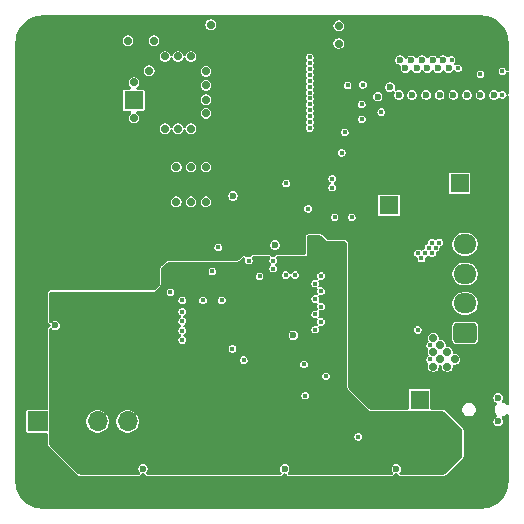
<source format=gbr>
%TF.GenerationSoftware,KiCad,Pcbnew,9.0.0*%
%TF.CreationDate,2025-08-20T08:39:56+02:00*%
%TF.ProjectId,SPARK,53504152-4b2e-46b6-9963-61645f706362,rev?*%
%TF.SameCoordinates,Original*%
%TF.FileFunction,Copper,L2,Inr*%
%TF.FilePolarity,Positive*%
%FSLAX46Y46*%
G04 Gerber Fmt 4.6, Leading zero omitted, Abs format (unit mm)*
G04 Created by KiCad (PCBNEW 9.0.0) date 2025-08-20 08:39:56*
%MOMM*%
%LPD*%
G01*
G04 APERTURE LIST*
G04 Aperture macros list*
%AMRoundRect*
0 Rectangle with rounded corners*
0 $1 Rounding radius*
0 $2 $3 $4 $5 $6 $7 $8 $9 X,Y pos of 4 corners*
0 Add a 4 corners polygon primitive as box body*
4,1,4,$2,$3,$4,$5,$6,$7,$8,$9,$2,$3,0*
0 Add four circle primitives for the rounded corners*
1,1,$1+$1,$2,$3*
1,1,$1+$1,$4,$5*
1,1,$1+$1,$6,$7*
1,1,$1+$1,$8,$9*
0 Add four rect primitives between the rounded corners*
20,1,$1+$1,$2,$3,$4,$5,0*
20,1,$1+$1,$4,$5,$6,$7,0*
20,1,$1+$1,$6,$7,$8,$9,0*
20,1,$1+$1,$8,$9,$2,$3,0*%
G04 Aperture macros list end*
%TA.AperFunction,ComponentPad*%
%ADD10R,1.600000X1.600000*%
%TD*%
%TA.AperFunction,ComponentPad*%
%ADD11C,1.600000*%
%TD*%
%TA.AperFunction,HeatsinkPad*%
%ADD12C,0.450000*%
%TD*%
%TA.AperFunction,ComponentPad*%
%ADD13R,1.700000X1.700000*%
%TD*%
%TA.AperFunction,ComponentPad*%
%ADD14O,1.700000X1.700000*%
%TD*%
%TA.AperFunction,ComponentPad*%
%ADD15C,0.700000*%
%TD*%
%TA.AperFunction,ComponentPad*%
%ADD16C,4.400000*%
%TD*%
%TA.AperFunction,ComponentPad*%
%ADD17RoundRect,0.250000X0.725000X-0.600000X0.725000X0.600000X-0.725000X0.600000X-0.725000X-0.600000X0*%
%TD*%
%TA.AperFunction,ComponentPad*%
%ADD18O,1.950000X1.700000*%
%TD*%
%TA.AperFunction,ViaPad*%
%ADD19C,0.700000*%
%TD*%
%TA.AperFunction,ViaPad*%
%ADD20C,0.450000*%
%TD*%
%TA.AperFunction,ViaPad*%
%ADD21C,0.600000*%
%TD*%
G04 APERTURE END LIST*
D10*
%TO.N,+BATT*%
%TO.C,C1*%
X-31844887Y34700000D03*
D11*
%TO.N,PGND*%
X-33844887Y34700000D03*
%TD*%
D10*
%TO.N,+12V*%
%TO.C,C23*%
X-7644887Y9350000D03*
D11*
%TO.N,PGND*%
X-9644887Y9350000D03*
%TD*%
D12*
%TO.N,PGND*%
%TO.C,U3*%
X-10650000Y14000000D03*
X-10650000Y15200000D03*
X-10650000Y16400000D03*
X-10650000Y17600000D03*
X-10650000Y18800000D03*
X-10650000Y20000000D03*
X-10650000Y21200000D03*
X-10650000Y22400000D03*
X-11850000Y14000000D03*
X-11850000Y15200000D03*
X-11850000Y16400000D03*
X-11850000Y17600000D03*
X-11850000Y18800000D03*
X-11850000Y20000000D03*
X-11850000Y21200000D03*
X-11850000Y22400000D03*
X-13050000Y14000000D03*
X-13050000Y15200000D03*
X-13050000Y16400000D03*
X-13050000Y17600000D03*
X-13050000Y18800000D03*
X-13050000Y20000000D03*
X-13050000Y21200000D03*
X-13050000Y22400000D03*
%TD*%
D13*
%TO.N,+3V3*%
%TO.C,J6*%
X-40000000Y7500000D03*
D14*
%TO.N,GND*%
X-37460000Y7500000D03*
%TO.N,SWDIO*%
X-34920000Y7500000D03*
%TO.N,SWCLK*%
X-32380000Y7500000D03*
%TD*%
D15*
%TO.N,PGND*%
%TO.C,H4*%
X-4150000Y39500000D03*
X-3666726Y40666726D03*
X-3666726Y38333274D03*
X-2500000Y41150000D03*
D16*
X-2500000Y39500000D03*
D15*
X-2500000Y37850000D03*
X-1333274Y40666726D03*
X-1333274Y38333274D03*
X-850000Y39500000D03*
%TD*%
%TO.N,PGND*%
%TO.C,H1*%
X-41150000Y2500000D03*
X-40666726Y3666726D03*
X-40666726Y1333274D03*
X-39500000Y4150000D03*
D16*
X-39500000Y2500000D03*
D15*
X-39500000Y850000D03*
X-38333274Y3666726D03*
X-38333274Y1333274D03*
X-37850000Y2500000D03*
%TD*%
D17*
%TO.N,AOUT1*%
%TO.C,J3*%
X-3800000Y15000000D03*
D18*
%TO.N,AOUT2*%
X-3800000Y17500000D03*
%TO.N,BOUT2*%
X-3800000Y20000000D03*
%TO.N,BOUT1*%
X-3800000Y22500000D03*
%TD*%
D10*
%TO.N,+12V*%
%TO.C,C12*%
X-4250000Y27667620D03*
D11*
%TO.N,PGND*%
X-4250000Y30167620D03*
%TD*%
D10*
%TO.N,+12V*%
%TO.C,C11*%
X-10250000Y25794887D03*
D11*
%TO.N,PGND*%
X-10250000Y27794887D03*
%TD*%
D15*
%TO.N,PGND*%
%TO.C,H3*%
X-41150000Y39500000D03*
X-40666726Y40666726D03*
X-40666726Y38333274D03*
X-39500000Y41150000D03*
D16*
X-39500000Y39500000D03*
D15*
X-39500000Y37850000D03*
X-38333274Y40666726D03*
X-38333274Y38333274D03*
X-37850000Y39500000D03*
%TD*%
%TO.N,PGND*%
%TO.C,H2*%
X-4150000Y2500000D03*
X-3666726Y3666726D03*
X-3666726Y1333274D03*
X-2500000Y4150000D03*
D16*
X-2500000Y2500000D03*
D15*
X-2500000Y850000D03*
X-1333274Y3666726D03*
X-1333274Y1333274D03*
X-850000Y2500000D03*
%TD*%
D19*
%TO.N,+BATT*%
X-27000000Y38400000D03*
X-25750000Y29050000D03*
X-27000000Y29050000D03*
X-28100000Y32300000D03*
X-25750000Y35950000D03*
X-29200000Y32300000D03*
X-28250000Y26100000D03*
X-25750000Y33600000D03*
X-28250000Y29050000D03*
X-29200000Y38400000D03*
X-25750000Y34750000D03*
X-30550000Y37200000D03*
X-25750000Y37150000D03*
X-25750000Y26100000D03*
X-31850000Y36200000D03*
X-27000000Y26100000D03*
X-27000000Y32300000D03*
X-30150000Y39750000D03*
X-31850000Y33200000D03*
X-32350000Y39750000D03*
X-28100000Y38400000D03*
X-25350000Y41100000D03*
D20*
X-13750000Y35950000D03*
D19*
%TO.N,PGND*%
X-28500000Y21500000D03*
D21*
X-3050000Y30100000D03*
X-11200000Y32400000D03*
X-8850000Y31500000D03*
D19*
X-37500000Y34000000D03*
X-34950000Y32000000D03*
D21*
X-9950000Y31700000D03*
D19*
X-22200000Y25900000D03*
D21*
X-7100000Y34250000D03*
D19*
X-37000000Y27500000D03*
D21*
X-8300000Y34250000D03*
D19*
X-12150000Y12500000D03*
X-40000000Y32000000D03*
D21*
X-8300000Y32200000D03*
D19*
X-1500000Y23000000D03*
X-40500000Y20450000D03*
D21*
X-8300000Y30800000D03*
D19*
X-1500000Y20000000D03*
X-32500000Y29000000D03*
D20*
X-15350000Y30400000D03*
D19*
X-35500000Y41000000D03*
X-40000000Y30500000D03*
D21*
X-10750000Y31700000D03*
D19*
X-7500000Y1500000D03*
X-22200000Y23500000D03*
X-38500000Y31500000D03*
D20*
X-18200000Y19900000D03*
D19*
X-26500000Y23000000D03*
D21*
X-4200000Y31500000D03*
D19*
X-30700000Y29000000D03*
X-40500000Y11500000D03*
X-23150000Y27700000D03*
X-38500000Y29500000D03*
D21*
X-7700000Y31500000D03*
D19*
X-13050000Y23700000D03*
X-32450000Y26500000D03*
D21*
X-7700000Y30100000D03*
D19*
X-32500000Y30500000D03*
X-31000000Y1500000D03*
X-33250000Y28250000D03*
X-35500000Y38000000D03*
X-800000Y27000000D03*
X-28000000Y23000000D03*
X-34000000Y32000000D03*
X-3050000Y24650000D03*
X-6000000Y41000000D03*
X-40000000Y36500000D03*
X-2500000Y27000000D03*
X-34000000Y29000000D03*
X-31500000Y23500000D03*
X-40500000Y14500000D03*
X-22200000Y24700000D03*
X-1500000Y17000000D03*
X-30150000Y25700000D03*
X-32450000Y23500000D03*
X-37000000Y41000000D03*
X-21250000Y25300000D03*
X-28000000Y1500000D03*
D21*
X-3650000Y32200000D03*
D19*
X-38500000Y30500000D03*
X-40000000Y33500000D03*
X-35500000Y36500000D03*
X-1500000Y14000000D03*
X-14150000Y23700000D03*
X-8500000Y26000000D03*
X-25000000Y1500000D03*
D21*
X-9400000Y32200000D03*
D19*
X-22200000Y27100000D03*
X-38500000Y33500000D03*
X-21250000Y26500000D03*
X-40000000Y24500000D03*
X-1000000Y30500000D03*
X-35500000Y29000000D03*
X-2500000Y28450000D03*
X-29500000Y1500000D03*
D20*
X-15350000Y31000000D03*
D19*
X-6750000Y24650000D03*
X-26500000Y1500000D03*
X-34000000Y23000000D03*
X-27250000Y22250000D03*
X-40500000Y18900000D03*
D21*
X-7100000Y30800000D03*
X-3050000Y31500000D03*
D19*
X-1500000Y21500000D03*
X-32500000Y21500000D03*
D21*
X-1900000Y31500000D03*
D19*
X-10500000Y1500000D03*
X-31300000Y26500000D03*
D21*
X-3650000Y34250000D03*
D19*
X-37000000Y24500000D03*
X-12900000Y10700000D03*
X-21250000Y27700000D03*
D21*
X-9350000Y30800000D03*
D19*
X-1500000Y18550000D03*
X-37000000Y35000000D03*
X-38500000Y26000000D03*
X-19500000Y1500000D03*
X-4250000Y26000000D03*
X-22200000Y28300000D03*
D21*
X-7100000Y32200000D03*
D19*
X-32450000Y25700000D03*
X-40500000Y16000000D03*
X-6000000Y28500000D03*
X-31600000Y29000000D03*
X-31000000Y21500000D03*
X-36500000Y34000000D03*
X-30500000Y23500000D03*
X-35000000Y33000000D03*
X-35000000Y30000000D03*
D21*
X-2500000Y32200000D03*
X-10300000Y32400000D03*
X-5950000Y34250000D03*
D19*
X-16500000Y1500000D03*
X-35500000Y39500000D03*
X-40000000Y35000000D03*
X-38500000Y23000000D03*
X-9000000Y1500000D03*
X-1000000Y13000000D03*
D21*
X-4800000Y34250000D03*
D19*
X-35500000Y23000000D03*
X-15000000Y1500000D03*
X-29500000Y21500000D03*
X-34000000Y21500000D03*
D21*
X-2500000Y34250000D03*
D19*
X-26500000Y21500000D03*
X-31300000Y25700000D03*
X-29500000Y23500000D03*
X-40000000Y29000000D03*
X-34000000Y26000000D03*
X-34950000Y31000000D03*
D21*
X-2500000Y30800000D03*
D19*
X-40000000Y27500000D03*
X-1500000Y24650000D03*
X-34000000Y24500000D03*
X-21250000Y24100000D03*
X-4750000Y24650000D03*
X-37500000Y29000000D03*
X-16400000Y26800000D03*
X-6000000Y27000000D03*
D21*
X-1350000Y34250000D03*
D19*
X-34000000Y27500000D03*
X-10650000Y12500000D03*
X-38500000Y36500000D03*
X-29500000Y22500000D03*
X-11400000Y10700000D03*
X-1500000Y15500000D03*
X-40000000Y26000000D03*
X-40000000Y23000000D03*
X-17900000Y24350000D03*
X-18000000Y1500000D03*
X-35500000Y26000000D03*
X-11150000Y23700000D03*
X-40500000Y13000000D03*
X-7000000Y26000000D03*
X-38500000Y35000000D03*
X-25000000Y23000000D03*
X-30150000Y26500000D03*
X-34000000Y30500000D03*
X-38500000Y32500000D03*
D20*
X-15350000Y31600000D03*
X-650000Y34250000D03*
D21*
X-8850000Y30100000D03*
D19*
X-25750000Y22250000D03*
X-35500000Y34000000D03*
X-37000000Y38000000D03*
X-35000000Y1500000D03*
X-37000000Y36500000D03*
X-36500000Y29000000D03*
D21*
%TO.N,+12V*%
X-9300000Y38100000D03*
X-5950000Y35150000D03*
D19*
X-5300000Y13350000D03*
D21*
X-9400000Y35150000D03*
D20*
X-6900000Y22200000D03*
D19*
X-4700000Y12750000D03*
X-5300000Y12150000D03*
D21*
X-5650000Y38100000D03*
X-5200000Y37400000D03*
X-4800000Y35150000D03*
D20*
X-2500000Y36900000D03*
D21*
X-8300000Y35150000D03*
D20*
X-6300000Y22200000D03*
D21*
X-10150000Y35800000D03*
X-8350000Y38100000D03*
D20*
X-650000Y35150000D03*
X-4950000Y38100000D03*
D21*
X-6100000Y37400000D03*
D20*
X-6750000Y13950000D03*
D21*
X-8850000Y37400000D03*
X-6550000Y38100000D03*
D20*
X-6000000Y22650000D03*
X-13400000Y24800000D03*
D19*
X-5900000Y12750000D03*
D21*
X-7450000Y38100000D03*
D20*
X-650000Y37150000D03*
D19*
X-6500000Y13350000D03*
D20*
X-4400000Y37400000D03*
D19*
X-6500000Y12150000D03*
X-6500000Y14550000D03*
D20*
X-7800000Y15250000D03*
D21*
X-7100000Y35150000D03*
D20*
X-7800000Y21750000D03*
X-7200000Y21750000D03*
D21*
X-1350000Y35150000D03*
D19*
X-14500000Y39500000D03*
D20*
X-7500000Y21300000D03*
X-6600000Y22650000D03*
D21*
X-11200000Y35000000D03*
X-7900000Y37400000D03*
X-7000000Y37400000D03*
D19*
X-5900000Y13950000D03*
D21*
X-2500000Y35150000D03*
D19*
X-14500000Y41000000D03*
D20*
X-6600000Y21750000D03*
X-6750000Y12750000D03*
X-14250000Y30250000D03*
D21*
X-3650000Y35150000D03*
%TO.N,+3V3*%
X-18350000Y14800000D03*
X-19075000Y3500000D03*
D20*
X-15575000Y11340000D03*
D21*
X-38500000Y15625000D03*
X-9625000Y3500000D03*
D20*
X-28750000Y18450000D03*
D21*
X-19900000Y22450000D03*
D20*
X-17337500Y9687500D03*
X-20050000Y20450000D03*
X-18950000Y27650000D03*
D21*
X-31075000Y3500000D03*
D20*
X-16000000Y19825000D03*
D21*
%TO.N,GND*%
X-5650000Y7050000D03*
D20*
X-32050000Y17150000D03*
X-14550000Y11350000D03*
X-26000000Y8000000D03*
D21*
X-16000000Y9750000D03*
X-23850000Y5250000D03*
X-24000000Y20200000D03*
X-14250000Y9750000D03*
D20*
X-33800000Y17150000D03*
D21*
X-19350000Y16000000D03*
X-1000000Y9500000D03*
D20*
X-17100000Y25500000D03*
D21*
X-38500000Y11875000D03*
D20*
X-27750000Y8000000D03*
D21*
X-8375000Y3500000D03*
X-1000000Y7500000D03*
D20*
X-15050000Y28050000D03*
D21*
X-15325000Y3500000D03*
X-23450000Y26600000D03*
D20*
%TO.N,NRST*%
X-22550000Y12700000D03*
X-12850000Y6200000D03*
%TO.N,RGB*%
X-24700000Y22250000D03*
X-27750000Y17750000D03*
%TO.N,NTC1*%
X-17450000Y12350000D03*
X-23500000Y13650000D03*
%TO.N,NTC2*%
X-15050000Y27300000D03*
X-19000000Y19900000D03*
%TO.N,VD1*%
X-14850000Y24800000D03*
X-21200000Y19800000D03*
%TO.N,VREF*%
X-20050000Y21125000D03*
X-22125000Y21125000D03*
%TO.N,DRV_STEP*%
X-27750000Y16800000D03*
X-16000000Y17225000D03*
%TO.N,DRV_DIR*%
X-27750000Y16000000D03*
X-16500000Y16575000D03*
%TO.N,DRV_EN*%
X-16000000Y15925000D03*
X-27750000Y15200000D03*
%TO.N,DRV_MOSI*%
X-26000000Y17750000D03*
X-16000000Y18525000D03*
%TO.N,DRV_SCK*%
X-16500000Y17875000D03*
X-24400000Y17750000D03*
%TO.N,DRV_MISO*%
X-25200000Y20200000D03*
X-16500000Y19175000D03*
%TO.N,DRV_SLEEP*%
X-16500000Y15275000D03*
X-27750000Y14400000D03*
%TO.N,/SW*%
X-12550000Y33100000D03*
X-16950000Y35350000D03*
X-16950000Y37350000D03*
X-16950000Y38350000D03*
X-16950000Y36350000D03*
X-16950000Y32350000D03*
X-10900000Y33700000D03*
X-16950000Y34850000D03*
X-16950000Y37850000D03*
X-16950000Y34350000D03*
X-16950000Y32850000D03*
X-16950000Y36850000D03*
X-12550000Y34350000D03*
X-16950000Y33850000D03*
X-16950000Y33350000D03*
X-16950000Y35850000D03*
%TO.N,/VCC*%
X-12450000Y36000000D03*
X-14000000Y32000000D03*
%TD*%
%TA.AperFunction,Conductor*%
%TO.N,GND*%
G36*
X-16077212Y23240561D02*
G01*
X-15952075Y23188727D01*
X-15911847Y23161847D01*
X-15570711Y22820711D01*
X-15400002Y22750000D01*
X-15400000Y22750000D01*
X-13976362Y22750000D01*
X-13946921Y22741355D01*
X-13916935Y22734832D01*
X-13911919Y22731077D01*
X-13909323Y22730315D01*
X-13888681Y22713681D01*
X-13861319Y22686319D01*
X-13827834Y22624996D01*
X-13825000Y22598638D01*
X-13825000Y10400000D01*
X-13754289Y10229289D01*
X-13754288Y10229288D01*
X-11995711Y8470711D01*
X-11825002Y8400000D01*
X-11825000Y8400000D01*
X-5749665Y8400000D01*
X-5741486Y8398373D01*
X-5736410Y8399289D01*
X-5702212Y8390561D01*
X-5577075Y8338727D01*
X-5536847Y8311847D01*
X-4113152Y6888152D01*
X-4086272Y6847923D01*
X-4034439Y6722786D01*
X-4025000Y6675334D01*
X-4025000Y4624665D01*
X-4026626Y4616488D01*
X-4025710Y4611410D01*
X-4034439Y4577213D01*
X-4086272Y4452076D01*
X-4113149Y4411850D01*
X-5436850Y3088149D01*
X-5477074Y3061272D01*
X-5539644Y3035355D01*
X-5602213Y3009439D01*
X-5649665Y3000000D01*
X-9259245Y3000000D01*
X-9326284Y3019685D01*
X-9372039Y3072489D01*
X-9381983Y3141647D01*
X-9352958Y3205203D01*
X-9346926Y3211681D01*
X-9304521Y3254085D01*
X-9251794Y3345410D01*
X-9251793Y3345413D01*
X-9224500Y3447273D01*
X-9224500Y3552726D01*
X-9251793Y3654586D01*
X-9251794Y3654589D01*
X-9304521Y3745914D01*
X-9379085Y3820478D01*
X-9379087Y3820480D01*
X-9470413Y3873207D01*
X-9572273Y3900500D01*
X-9677727Y3900500D01*
X-9779587Y3873207D01*
X-9870913Y3820480D01*
X-9945480Y3745913D01*
X-9998207Y3654587D01*
X-10025500Y3552727D01*
X-10025500Y3447273D01*
X-9998207Y3345413D01*
X-9945480Y3254087D01*
X-9945478Y3254085D01*
X-9903074Y3211681D01*
X-9869589Y3150358D01*
X-9874573Y3080666D01*
X-9916445Y3024733D01*
X-9981909Y3000316D01*
X-9990755Y3000000D01*
X-18709245Y3000000D01*
X-18776284Y3019685D01*
X-18822039Y3072489D01*
X-18831983Y3141647D01*
X-18802958Y3205203D01*
X-18796926Y3211681D01*
X-18754521Y3254085D01*
X-18701794Y3345410D01*
X-18701793Y3345413D01*
X-18674500Y3447273D01*
X-18674500Y3552726D01*
X-18701793Y3654586D01*
X-18701794Y3654589D01*
X-18754521Y3745914D01*
X-18829085Y3820478D01*
X-18829087Y3820480D01*
X-18920413Y3873207D01*
X-19022273Y3900500D01*
X-19127727Y3900500D01*
X-19229587Y3873207D01*
X-19320913Y3820480D01*
X-19395480Y3745913D01*
X-19448207Y3654587D01*
X-19475500Y3552727D01*
X-19475500Y3447273D01*
X-19448207Y3345413D01*
X-19395480Y3254087D01*
X-19395478Y3254085D01*
X-19353074Y3211681D01*
X-19319589Y3150358D01*
X-19324573Y3080666D01*
X-19366445Y3024733D01*
X-19431909Y3000316D01*
X-19440755Y3000000D01*
X-30709245Y3000000D01*
X-30776284Y3019685D01*
X-30822039Y3072489D01*
X-30831983Y3141647D01*
X-30802958Y3205203D01*
X-30796926Y3211681D01*
X-30754521Y3254085D01*
X-30701794Y3345410D01*
X-30701793Y3345413D01*
X-30674500Y3447273D01*
X-30674500Y3552726D01*
X-30701793Y3654586D01*
X-30701794Y3654589D01*
X-30754521Y3745914D01*
X-30829085Y3820478D01*
X-30829087Y3820480D01*
X-30920413Y3873207D01*
X-31022273Y3900500D01*
X-31127727Y3900500D01*
X-31229587Y3873207D01*
X-31320913Y3820480D01*
X-31395480Y3745913D01*
X-31448207Y3654587D01*
X-31475500Y3552727D01*
X-31475500Y3447273D01*
X-31448207Y3345413D01*
X-31395480Y3254087D01*
X-31395478Y3254085D01*
X-31353074Y3211681D01*
X-31319589Y3150358D01*
X-31324573Y3080666D01*
X-31366445Y3024733D01*
X-31431909Y3000316D01*
X-31440755Y3000000D01*
X-36400335Y3000000D01*
X-36408511Y3001626D01*
X-36413590Y3000710D01*
X-36447788Y3009439D01*
X-36484711Y3024733D01*
X-36572925Y3061272D01*
X-36613152Y3088152D01*
X-38936847Y5411847D01*
X-38963727Y5452075D01*
X-39015561Y5577212D01*
X-39025000Y5624665D01*
X-39025000Y6242853D01*
X-13175500Y6242853D01*
X-13175500Y6157147D01*
X-13153318Y6074362D01*
X-13153314Y6074355D01*
X-13110469Y6000144D01*
X-13110463Y6000136D01*
X-13049863Y5939536D01*
X-13049855Y5939530D01*
X-12975644Y5896685D01*
X-12975640Y5896683D01*
X-12975638Y5896682D01*
X-12892853Y5874500D01*
X-12892852Y5874500D01*
X-12807147Y5874500D01*
X-12724362Y5896682D01*
X-12724355Y5896685D01*
X-12650144Y5939530D01*
X-12650136Y5939536D01*
X-12589536Y6000136D01*
X-12589530Y6000144D01*
X-12546685Y6074355D01*
X-12546682Y6074362D01*
X-12524500Y6157147D01*
X-12524500Y6242852D01*
X-12546682Y6325637D01*
X-12546685Y6325644D01*
X-12589530Y6399855D01*
X-12589536Y6399863D01*
X-12650136Y6460463D01*
X-12650138Y6460465D01*
X-12650140Y6460466D01*
X-12650144Y6460469D01*
X-12724355Y6503314D01*
X-12724362Y6503318D01*
X-12807147Y6525500D01*
X-12892853Y6525500D01*
X-12975638Y6503318D01*
X-13049862Y6460465D01*
X-13110465Y6399862D01*
X-13153318Y6325638D01*
X-13175500Y6242853D01*
X-39025000Y6242853D01*
X-39025000Y7593616D01*
X-35870500Y7593616D01*
X-35870500Y7406384D01*
X-35833973Y7222749D01*
X-35778554Y7088956D01*
X-35762323Y7049771D01*
X-35762318Y7049762D01*
X-35658302Y6894092D01*
X-35658299Y6894088D01*
X-35525911Y6761700D01*
X-35525907Y6761697D01*
X-35370237Y6657681D01*
X-35370228Y6657676D01*
X-35197251Y6586027D01*
X-35197243Y6586025D01*
X-35013620Y6549500D01*
X-35013616Y6549500D01*
X-34826379Y6549500D01*
X-34642756Y6586025D01*
X-34642748Y6586027D01*
X-34469771Y6657676D01*
X-34469762Y6657681D01*
X-34314092Y6761697D01*
X-34314088Y6761700D01*
X-34181700Y6894088D01*
X-34181697Y6894092D01*
X-34077681Y7049762D01*
X-34077676Y7049771D01*
X-34006027Y7222748D01*
X-34006025Y7222756D01*
X-33969500Y7406379D01*
X-33969500Y7593616D01*
X-33330500Y7593616D01*
X-33330500Y7406384D01*
X-33293973Y7222749D01*
X-33238554Y7088956D01*
X-33222323Y7049771D01*
X-33222318Y7049762D01*
X-33118302Y6894092D01*
X-33118299Y6894088D01*
X-32985911Y6761700D01*
X-32985907Y6761697D01*
X-32830237Y6657681D01*
X-32830228Y6657676D01*
X-32657251Y6586027D01*
X-32657243Y6586025D01*
X-32473620Y6549500D01*
X-32473616Y6549500D01*
X-32286379Y6549500D01*
X-32102756Y6586025D01*
X-32102748Y6586027D01*
X-31929771Y6657676D01*
X-31929762Y6657681D01*
X-31774092Y6761697D01*
X-31774088Y6761700D01*
X-31641700Y6894088D01*
X-31641697Y6894092D01*
X-31537681Y7049762D01*
X-31537676Y7049771D01*
X-31466027Y7222748D01*
X-31466025Y7222756D01*
X-31429500Y7406379D01*
X-31429500Y7593620D01*
X-31466025Y7777243D01*
X-31466027Y7777251D01*
X-31537676Y7950228D01*
X-31537681Y7950237D01*
X-31641697Y8105907D01*
X-31641700Y8105911D01*
X-31774088Y8238299D01*
X-31774092Y8238302D01*
X-31929762Y8342318D01*
X-31929771Y8342323D01*
X-31972203Y8359899D01*
X-32102749Y8413973D01*
X-32286379Y8450499D01*
X-32286383Y8450500D01*
X-32286384Y8450500D01*
X-32473616Y8450500D01*
X-32473617Y8450500D01*
X-32473618Y8450499D01*
X-32657251Y8413973D01*
X-32830231Y8342322D01*
X-32985908Y8238302D01*
X-33118302Y8105908D01*
X-33222322Y7950231D01*
X-33293973Y7777251D01*
X-33330500Y7593616D01*
X-33969500Y7593616D01*
X-33969500Y7593620D01*
X-34006025Y7777243D01*
X-34006027Y7777251D01*
X-34077676Y7950228D01*
X-34077681Y7950237D01*
X-34181697Y8105907D01*
X-34181700Y8105911D01*
X-34314088Y8238299D01*
X-34314092Y8238302D01*
X-34469762Y8342318D01*
X-34469771Y8342323D01*
X-34512203Y8359899D01*
X-34642749Y8413973D01*
X-34826379Y8450499D01*
X-34826383Y8450500D01*
X-34826384Y8450500D01*
X-35013616Y8450500D01*
X-35013617Y8450500D01*
X-35013618Y8450499D01*
X-35197251Y8413973D01*
X-35370231Y8342322D01*
X-35525908Y8238302D01*
X-35658302Y8105908D01*
X-35762322Y7950231D01*
X-35833973Y7777251D01*
X-35870500Y7593616D01*
X-39025000Y7593616D01*
X-39025000Y9730353D01*
X-17663000Y9730353D01*
X-17663000Y9644647D01*
X-17640818Y9561862D01*
X-17640814Y9561855D01*
X-17597969Y9487644D01*
X-17597963Y9487636D01*
X-17537363Y9427036D01*
X-17537355Y9427030D01*
X-17463144Y9384185D01*
X-17463140Y9384183D01*
X-17463138Y9384182D01*
X-17380353Y9362000D01*
X-17380352Y9362000D01*
X-17294647Y9362000D01*
X-17211862Y9384182D01*
X-17211855Y9384185D01*
X-17137644Y9427030D01*
X-17137636Y9427036D01*
X-17077036Y9487636D01*
X-17077030Y9487644D01*
X-17034185Y9561855D01*
X-17034182Y9561862D01*
X-17012000Y9644647D01*
X-17012000Y9730352D01*
X-17034182Y9813137D01*
X-17034185Y9813144D01*
X-17077030Y9887355D01*
X-17077036Y9887363D01*
X-17137636Y9947963D01*
X-17137638Y9947965D01*
X-17137640Y9947966D01*
X-17137644Y9947969D01*
X-17211855Y9990814D01*
X-17211862Y9990818D01*
X-17294647Y10013000D01*
X-17380353Y10013000D01*
X-17463138Y9990818D01*
X-17537362Y9947965D01*
X-17597965Y9887362D01*
X-17640818Y9813138D01*
X-17663000Y9730353D01*
X-39025000Y9730353D01*
X-39025000Y11382853D01*
X-15900500Y11382853D01*
X-15900500Y11297147D01*
X-15878318Y11214362D01*
X-15878314Y11214355D01*
X-15835469Y11140144D01*
X-15835463Y11140136D01*
X-15774863Y11079536D01*
X-15774855Y11079530D01*
X-15700644Y11036685D01*
X-15700640Y11036683D01*
X-15700638Y11036682D01*
X-15617853Y11014500D01*
X-15617852Y11014500D01*
X-15532147Y11014500D01*
X-15449362Y11036682D01*
X-15449355Y11036685D01*
X-15375144Y11079530D01*
X-15375136Y11079536D01*
X-15314536Y11140136D01*
X-15314530Y11140144D01*
X-15271685Y11214355D01*
X-15271682Y11214362D01*
X-15249500Y11297147D01*
X-15249500Y11382852D01*
X-15271682Y11465637D01*
X-15271685Y11465644D01*
X-15314530Y11539855D01*
X-15314536Y11539863D01*
X-15375136Y11600463D01*
X-15375138Y11600465D01*
X-15375140Y11600466D01*
X-15375144Y11600469D01*
X-15449355Y11643314D01*
X-15449362Y11643318D01*
X-15532147Y11665500D01*
X-15617853Y11665500D01*
X-15700638Y11643318D01*
X-15774862Y11600465D01*
X-15835465Y11539862D01*
X-15878318Y11465638D01*
X-15900500Y11382853D01*
X-39025000Y11382853D01*
X-39025000Y12742853D01*
X-22875500Y12742853D01*
X-22875500Y12657147D01*
X-22853318Y12574362D01*
X-22853314Y12574355D01*
X-22810469Y12500144D01*
X-22810463Y12500136D01*
X-22749863Y12439536D01*
X-22749855Y12439530D01*
X-22675644Y12396685D01*
X-22675640Y12396683D01*
X-22675638Y12396682D01*
X-22592853Y12374500D01*
X-22592852Y12374500D01*
X-22507147Y12374500D01*
X-22438652Y12392853D01*
X-17775500Y12392853D01*
X-17775500Y12307147D01*
X-17753318Y12224362D01*
X-17753314Y12224355D01*
X-17710469Y12150144D01*
X-17710463Y12150136D01*
X-17649863Y12089536D01*
X-17649855Y12089530D01*
X-17575644Y12046685D01*
X-17575640Y12046683D01*
X-17575638Y12046682D01*
X-17492853Y12024500D01*
X-17492852Y12024500D01*
X-17407147Y12024500D01*
X-17324362Y12046682D01*
X-17324355Y12046685D01*
X-17250144Y12089530D01*
X-17250136Y12089536D01*
X-17189536Y12150136D01*
X-17189530Y12150144D01*
X-17146685Y12224355D01*
X-17146682Y12224362D01*
X-17124500Y12307147D01*
X-17124500Y12392852D01*
X-17137008Y12439535D01*
X-17146682Y12475638D01*
X-17146685Y12475644D01*
X-17189530Y12549855D01*
X-17189536Y12549863D01*
X-17250136Y12610463D01*
X-17250138Y12610465D01*
X-17250140Y12610466D01*
X-17250144Y12610469D01*
X-17324355Y12653314D01*
X-17324362Y12653318D01*
X-17407147Y12675500D01*
X-17492853Y12675500D01*
X-17575638Y12653318D01*
X-17649862Y12610465D01*
X-17710465Y12549862D01*
X-17753318Y12475638D01*
X-17775500Y12392853D01*
X-22438652Y12392853D01*
X-22424362Y12396682D01*
X-22424355Y12396685D01*
X-22350144Y12439530D01*
X-22350136Y12439536D01*
X-22301012Y12488661D01*
X-22289536Y12500136D01*
X-22289530Y12500144D01*
X-22246685Y12574355D01*
X-22246682Y12574362D01*
X-22224500Y12657147D01*
X-22224500Y12742852D01*
X-22237897Y12792853D01*
X-22246682Y12825638D01*
X-22246685Y12825644D01*
X-22289530Y12899855D01*
X-22289536Y12899863D01*
X-22350136Y12960463D01*
X-22350138Y12960465D01*
X-22350140Y12960466D01*
X-22350144Y12960469D01*
X-22424355Y13003314D01*
X-22424362Y13003318D01*
X-22507147Y13025500D01*
X-22592853Y13025500D01*
X-22675638Y13003318D01*
X-22749862Y12960465D01*
X-22810465Y12899862D01*
X-22853318Y12825638D01*
X-22875500Y12742853D01*
X-39025000Y12742853D01*
X-39025000Y13692853D01*
X-23825500Y13692853D01*
X-23825500Y13607147D01*
X-23803318Y13524362D01*
X-23803314Y13524355D01*
X-23760469Y13450144D01*
X-23760463Y13450136D01*
X-23699863Y13389536D01*
X-23699855Y13389530D01*
X-23625644Y13346685D01*
X-23625640Y13346683D01*
X-23625638Y13346682D01*
X-23542853Y13324500D01*
X-23542852Y13324500D01*
X-23457147Y13324500D01*
X-23374362Y13346682D01*
X-23374355Y13346685D01*
X-23300144Y13389530D01*
X-23300136Y13389536D01*
X-23239536Y13450136D01*
X-23239530Y13450144D01*
X-23196685Y13524355D01*
X-23196682Y13524362D01*
X-23174500Y13607147D01*
X-23174500Y13692852D01*
X-23187008Y13739535D01*
X-23196682Y13775638D01*
X-23196685Y13775644D01*
X-23239530Y13849855D01*
X-23239536Y13849863D01*
X-23300136Y13910463D01*
X-23300138Y13910465D01*
X-23300140Y13910466D01*
X-23300144Y13910469D01*
X-23374355Y13953314D01*
X-23374362Y13953318D01*
X-23457147Y13975500D01*
X-23542853Y13975500D01*
X-23625638Y13953318D01*
X-23699862Y13910465D01*
X-23760465Y13849862D01*
X-23803318Y13775638D01*
X-23825500Y13692853D01*
X-39025000Y13692853D01*
X-39025000Y15284245D01*
X-39005315Y15351284D01*
X-38952511Y15397039D01*
X-38883353Y15406983D01*
X-38819797Y15377958D01*
X-38813319Y15371926D01*
X-38745913Y15304520D01*
X-38654587Y15251793D01*
X-38552727Y15224500D01*
X-38552726Y15224500D01*
X-38447273Y15224500D01*
X-38345413Y15251793D01*
X-38345410Y15251794D01*
X-38254085Y15304521D01*
X-38179521Y15379085D01*
X-38126794Y15470410D01*
X-38126793Y15470413D01*
X-38099500Y15572273D01*
X-38099500Y15677726D01*
X-38107447Y15707387D01*
X-38126793Y15779587D01*
X-38179520Y15870913D01*
X-38254087Y15945480D01*
X-38345413Y15998207D01*
X-38447273Y16025500D01*
X-38552727Y16025500D01*
X-38654587Y15998207D01*
X-38745913Y15945480D01*
X-38799948Y15891445D01*
X-38813319Y15878074D01*
X-38874642Y15844589D01*
X-38944334Y15849573D01*
X-39000267Y15891445D01*
X-39024684Y15956909D01*
X-39025000Y15965755D01*
X-39025000Y16842853D01*
X-28075500Y16842853D01*
X-28075500Y16757147D01*
X-28053318Y16674362D01*
X-28053314Y16674355D01*
X-28010469Y16600144D01*
X-28010463Y16600136D01*
X-27949861Y16539534D01*
X-27937069Y16532149D01*
X-27894178Y16507386D01*
X-27845964Y16456821D01*
X-27832740Y16388215D01*
X-27858708Y16323349D01*
X-27894177Y16292614D01*
X-27949862Y16260465D01*
X-28010465Y16199862D01*
X-28053318Y16125638D01*
X-28075500Y16042853D01*
X-28075500Y15957147D01*
X-28053318Y15874362D01*
X-28053314Y15874355D01*
X-28010469Y15800144D01*
X-28010463Y15800136D01*
X-27949861Y15739534D01*
X-27931116Y15728712D01*
X-27894178Y15707386D01*
X-27845964Y15656821D01*
X-27832740Y15588215D01*
X-27858708Y15523349D01*
X-27894177Y15492614D01*
X-27949862Y15460465D01*
X-28010465Y15399862D01*
X-28053318Y15325638D01*
X-28075500Y15242853D01*
X-28075500Y15157147D01*
X-28053318Y15074362D01*
X-28053314Y15074355D01*
X-28010469Y15000144D01*
X-28010463Y15000136D01*
X-27949861Y14939534D01*
X-27931116Y14928712D01*
X-27894178Y14907386D01*
X-27845964Y14856821D01*
X-27832740Y14788215D01*
X-27858708Y14723349D01*
X-27894177Y14692614D01*
X-27949862Y14660465D01*
X-28010465Y14599862D01*
X-28053318Y14525638D01*
X-28075500Y14442853D01*
X-28075500Y14357147D01*
X-28053318Y14274362D01*
X-28053314Y14274355D01*
X-28010469Y14200144D01*
X-28010463Y14200136D01*
X-27949863Y14139536D01*
X-27949855Y14139530D01*
X-27875644Y14096685D01*
X-27875640Y14096683D01*
X-27875638Y14096682D01*
X-27792853Y14074500D01*
X-27792852Y14074500D01*
X-27707147Y14074500D01*
X-27624362Y14096682D01*
X-27624355Y14096685D01*
X-27550144Y14139530D01*
X-27550136Y14139536D01*
X-27489536Y14200136D01*
X-27489530Y14200144D01*
X-27446685Y14274355D01*
X-27446682Y14274362D01*
X-27424500Y14357147D01*
X-27424500Y14442852D01*
X-27446682Y14525637D01*
X-27446685Y14525644D01*
X-27489530Y14599855D01*
X-27489536Y14599863D01*
X-27550136Y14660463D01*
X-27550138Y14660465D01*
X-27550140Y14660466D01*
X-27550144Y14660469D01*
X-27605819Y14692613D01*
X-27606979Y14693829D01*
X-27608604Y14694269D01*
X-27631008Y14719030D01*
X-27654035Y14743179D01*
X-27654353Y14744830D01*
X-27655482Y14746078D01*
X-27660941Y14779010D01*
X-27667259Y14811786D01*
X-27666633Y14813347D01*
X-27666909Y14815007D01*
X-27653698Y14845659D01*
X-27650868Y14852727D01*
X-18750500Y14852727D01*
X-18750500Y14747273D01*
X-18723207Y14645413D01*
X-18670480Y14554087D01*
X-18595913Y14479520D01*
X-18504587Y14426793D01*
X-18402727Y14399500D01*
X-18402726Y14399500D01*
X-18297273Y14399500D01*
X-18195413Y14426793D01*
X-18195410Y14426794D01*
X-18104085Y14479521D01*
X-18029521Y14554085D01*
X-17976794Y14645410D01*
X-17976793Y14645413D01*
X-17949500Y14747273D01*
X-17949500Y14852726D01*
X-17955910Y14876651D01*
X-17976793Y14954587D01*
X-17986665Y14971685D01*
X-18029521Y15045914D01*
X-18104085Y15120478D01*
X-18104087Y15120480D01*
X-18195413Y15173207D01*
X-18297273Y15200500D01*
X-18402727Y15200500D01*
X-18504587Y15173207D01*
X-18595913Y15120480D01*
X-18670480Y15045913D01*
X-18723207Y14954587D01*
X-18750500Y14852727D01*
X-27650868Y14852727D01*
X-27641291Y14876651D01*
X-27639706Y14878122D01*
X-27639255Y14879171D01*
X-27631857Y14885413D01*
X-27613084Y14902852D01*
X-27609531Y14905244D01*
X-27550138Y14939535D01*
X-27532663Y14957009D01*
X-27532660Y14957012D01*
X-27489536Y15000136D01*
X-27489530Y15000144D01*
X-27446685Y15074355D01*
X-27446682Y15074362D01*
X-27424500Y15157147D01*
X-27424500Y15242852D01*
X-27426895Y15251793D01*
X-27446682Y15325638D01*
X-27446685Y15325644D01*
X-27489530Y15399855D01*
X-27489536Y15399863D01*
X-27550136Y15460463D01*
X-27550138Y15460465D01*
X-27550140Y15460466D01*
X-27550144Y15460469D01*
X-27605819Y15492613D01*
X-27654035Y15543179D01*
X-27667259Y15611786D01*
X-27641291Y15676651D01*
X-27605819Y15707387D01*
X-27550144Y15739530D01*
X-27550136Y15739536D01*
X-27489536Y15800136D01*
X-27489530Y15800144D01*
X-27446685Y15874355D01*
X-27446682Y15874362D01*
X-27424500Y15957147D01*
X-27424500Y16042852D01*
X-27433220Y16075398D01*
X-27446682Y16125638D01*
X-27461970Y16152118D01*
X-27489530Y16199855D01*
X-27489536Y16199863D01*
X-27550136Y16260463D01*
X-27550138Y16260465D01*
X-27550140Y16260466D01*
X-27550144Y16260469D01*
X-27605819Y16292613D01*
X-27654035Y16343179D01*
X-27667259Y16411786D01*
X-27641291Y16476651D01*
X-27605819Y16507387D01*
X-27550144Y16539530D01*
X-27550136Y16539536D01*
X-27489536Y16600136D01*
X-27489530Y16600144D01*
X-27446685Y16674355D01*
X-27446682Y16674362D01*
X-27424500Y16757147D01*
X-27424500Y16842852D01*
X-27428914Y16859328D01*
X-27446682Y16925638D01*
X-27446685Y16925644D01*
X-27489530Y16999855D01*
X-27489536Y16999863D01*
X-27550136Y17060463D01*
X-27550138Y17060465D01*
X-27550140Y17060466D01*
X-27550144Y17060469D01*
X-27624355Y17103314D01*
X-27624362Y17103318D01*
X-27707147Y17125500D01*
X-27792853Y17125500D01*
X-27875638Y17103318D01*
X-27949862Y17060465D01*
X-28010465Y16999862D01*
X-28053318Y16925638D01*
X-28075500Y16842853D01*
X-39025000Y16842853D01*
X-39025000Y17792853D01*
X-28075500Y17792853D01*
X-28075500Y17707147D01*
X-28053318Y17624362D01*
X-28053314Y17624355D01*
X-28010469Y17550144D01*
X-28010463Y17550136D01*
X-27949863Y17489536D01*
X-27949855Y17489530D01*
X-27875644Y17446685D01*
X-27875640Y17446683D01*
X-27875638Y17446682D01*
X-27792853Y17424500D01*
X-27792852Y17424500D01*
X-27707147Y17424500D01*
X-27624362Y17446682D01*
X-27624355Y17446685D01*
X-27550144Y17489530D01*
X-27550136Y17489536D01*
X-27489536Y17550136D01*
X-27489530Y17550144D01*
X-27446685Y17624355D01*
X-27446682Y17624362D01*
X-27424500Y17707147D01*
X-27424500Y17792852D01*
X-27424500Y17792853D01*
X-26325500Y17792853D01*
X-26325500Y17707147D01*
X-26303318Y17624362D01*
X-26303314Y17624355D01*
X-26260469Y17550144D01*
X-26260463Y17550136D01*
X-26199863Y17489536D01*
X-26199855Y17489530D01*
X-26125644Y17446685D01*
X-26125640Y17446683D01*
X-26125638Y17446682D01*
X-26042853Y17424500D01*
X-26042852Y17424500D01*
X-25957147Y17424500D01*
X-25874362Y17446682D01*
X-25874355Y17446685D01*
X-25800144Y17489530D01*
X-25800136Y17489536D01*
X-25739536Y17550136D01*
X-25739530Y17550144D01*
X-25696685Y17624355D01*
X-25696682Y17624362D01*
X-25674500Y17707147D01*
X-25674500Y17792852D01*
X-25674500Y17792853D01*
X-24725500Y17792853D01*
X-24725500Y17707147D01*
X-24703318Y17624362D01*
X-24703314Y17624355D01*
X-24660469Y17550144D01*
X-24660463Y17550136D01*
X-24599863Y17489536D01*
X-24599855Y17489530D01*
X-24525644Y17446685D01*
X-24525640Y17446683D01*
X-24525638Y17446682D01*
X-24442853Y17424500D01*
X-24442852Y17424500D01*
X-24357147Y17424500D01*
X-24274362Y17446682D01*
X-24274355Y17446685D01*
X-24200144Y17489530D01*
X-24200136Y17489536D01*
X-24139536Y17550136D01*
X-24139530Y17550144D01*
X-24096685Y17624355D01*
X-24096682Y17624362D01*
X-24074500Y17707147D01*
X-24074500Y17792852D01*
X-24085029Y17832149D01*
X-24096682Y17875638D01*
X-24096685Y17875644D01*
X-24139530Y17949855D01*
X-24139536Y17949863D01*
X-24200136Y18010463D01*
X-24200138Y18010465D01*
X-24200140Y18010466D01*
X-24200144Y18010469D01*
X-24274355Y18053314D01*
X-24274362Y18053318D01*
X-24357147Y18075500D01*
X-24442853Y18075500D01*
X-24525638Y18053318D01*
X-24599862Y18010465D01*
X-24660465Y17949862D01*
X-24703318Y17875638D01*
X-24725500Y17792853D01*
X-25674500Y17792853D01*
X-25685029Y17832149D01*
X-25696682Y17875638D01*
X-25696685Y17875644D01*
X-25739530Y17949855D01*
X-25739536Y17949863D01*
X-25800136Y18010463D01*
X-25800138Y18010465D01*
X-25800140Y18010466D01*
X-25800144Y18010469D01*
X-25874355Y18053314D01*
X-25874362Y18053318D01*
X-25957147Y18075500D01*
X-26042853Y18075500D01*
X-26125638Y18053318D01*
X-26199862Y18010465D01*
X-26260465Y17949862D01*
X-26303318Y17875638D01*
X-26325500Y17792853D01*
X-27424500Y17792853D01*
X-27435029Y17832149D01*
X-27446682Y17875638D01*
X-27446685Y17875644D01*
X-27489530Y17949855D01*
X-27489536Y17949863D01*
X-27550136Y18010463D01*
X-27550138Y18010465D01*
X-27550140Y18010466D01*
X-27550144Y18010469D01*
X-27624355Y18053314D01*
X-27624362Y18053318D01*
X-27707147Y18075500D01*
X-27792853Y18075500D01*
X-27875638Y18053318D01*
X-27949862Y18010465D01*
X-28010465Y17949862D01*
X-28053318Y17875638D01*
X-28075500Y17792853D01*
X-39025000Y17792853D01*
X-39025000Y18348638D01*
X-39016355Y18378078D01*
X-39009832Y18408065D01*
X-39006077Y18413080D01*
X-39005315Y18415677D01*
X-38988681Y18436319D01*
X-38961319Y18463681D01*
X-38907895Y18492853D01*
X-29075500Y18492853D01*
X-29075500Y18407147D01*
X-29053318Y18324362D01*
X-29053314Y18324355D01*
X-29010469Y18250144D01*
X-29010463Y18250136D01*
X-28949863Y18189536D01*
X-28949855Y18189530D01*
X-28875644Y18146685D01*
X-28875640Y18146683D01*
X-28875638Y18146682D01*
X-28792853Y18124500D01*
X-28792852Y18124500D01*
X-28707147Y18124500D01*
X-28624362Y18146682D01*
X-28624355Y18146685D01*
X-28550144Y18189530D01*
X-28550136Y18189536D01*
X-28489536Y18250136D01*
X-28489530Y18250144D01*
X-28446685Y18324355D01*
X-28446682Y18324362D01*
X-28424500Y18407147D01*
X-28424500Y18492852D01*
X-28437008Y18539535D01*
X-28446682Y18575638D01*
X-28446685Y18575644D01*
X-28489530Y18649855D01*
X-28489536Y18649863D01*
X-28550136Y18710463D01*
X-28550138Y18710465D01*
X-28550140Y18710466D01*
X-28550144Y18710469D01*
X-28624355Y18753314D01*
X-28624362Y18753318D01*
X-28707147Y18775500D01*
X-28792853Y18775500D01*
X-28875638Y18753318D01*
X-28949862Y18710465D01*
X-29010465Y18649862D01*
X-29053318Y18575638D01*
X-29075500Y18492853D01*
X-38907895Y18492853D01*
X-38899996Y18497166D01*
X-38873638Y18500000D01*
X-30124997Y18500000D01*
X-29954288Y18570711D01*
X-29954287Y18570712D01*
X-29936339Y18588661D01*
X-29595712Y18929287D01*
X-29595711Y18929288D01*
X-29525000Y19099997D01*
X-29525000Y19217853D01*
X-16825500Y19217853D01*
X-16825500Y19132147D01*
X-16803318Y19049362D01*
X-16803315Y19049357D01*
X-16803314Y19049355D01*
X-16760469Y18975144D01*
X-16760463Y18975136D01*
X-16699863Y18914536D01*
X-16699855Y18914530D01*
X-16625644Y18871685D01*
X-16625640Y18871683D01*
X-16625638Y18871682D01*
X-16542853Y18849500D01*
X-16542852Y18849500D01*
X-16457147Y18849500D01*
X-16428498Y18857176D01*
X-16358648Y18855511D01*
X-16300787Y18816347D01*
X-16273285Y18752118D01*
X-16284873Y18683216D01*
X-16289011Y18675417D01*
X-16303318Y18650638D01*
X-16325500Y18567853D01*
X-16325500Y18482147D01*
X-16303318Y18399362D01*
X-16303316Y18399359D01*
X-16289021Y18374599D01*
X-16272548Y18306699D01*
X-16295400Y18240672D01*
X-16350322Y18197481D01*
X-16419875Y18190840D01*
X-16428490Y18192821D01*
X-16457147Y18200500D01*
X-16542853Y18200500D01*
X-16625638Y18178318D01*
X-16699862Y18135465D01*
X-16760465Y18074862D01*
X-16803318Y18000638D01*
X-16825500Y17917853D01*
X-16825500Y17832147D01*
X-16803318Y17749362D01*
X-16803315Y17749357D01*
X-16803314Y17749355D01*
X-16760469Y17675144D01*
X-16760463Y17675136D01*
X-16699863Y17614536D01*
X-16699855Y17614530D01*
X-16625644Y17571685D01*
X-16625640Y17571683D01*
X-16625638Y17571682D01*
X-16542853Y17549500D01*
X-16542852Y17549500D01*
X-16457147Y17549500D01*
X-16428498Y17557176D01*
X-16358648Y17555511D01*
X-16300787Y17516347D01*
X-16273285Y17452118D01*
X-16284873Y17383216D01*
X-16289011Y17375417D01*
X-16303318Y17350638D01*
X-16325500Y17267853D01*
X-16325500Y17182147D01*
X-16303318Y17099362D01*
X-16303316Y17099359D01*
X-16289021Y17074599D01*
X-16272548Y17006699D01*
X-16295400Y16940672D01*
X-16350322Y16897481D01*
X-16419875Y16890840D01*
X-16428490Y16892821D01*
X-16457147Y16900500D01*
X-16542853Y16900500D01*
X-16625638Y16878318D01*
X-16699862Y16835465D01*
X-16760465Y16774862D01*
X-16803318Y16700638D01*
X-16825500Y16617853D01*
X-16825500Y16532147D01*
X-16803318Y16449362D01*
X-16803315Y16449357D01*
X-16803314Y16449355D01*
X-16760469Y16375144D01*
X-16760463Y16375136D01*
X-16699863Y16314536D01*
X-16699855Y16314530D01*
X-16625644Y16271685D01*
X-16625640Y16271683D01*
X-16625638Y16271682D01*
X-16542853Y16249500D01*
X-16542852Y16249500D01*
X-16457147Y16249500D01*
X-16428498Y16257176D01*
X-16358648Y16255511D01*
X-16300787Y16216347D01*
X-16273285Y16152118D01*
X-16284873Y16083216D01*
X-16289011Y16075417D01*
X-16303318Y16050638D01*
X-16325500Y15967853D01*
X-16325500Y15882147D01*
X-16303318Y15799362D01*
X-16303316Y15799359D01*
X-16289021Y15774599D01*
X-16272548Y15706699D01*
X-16295400Y15640672D01*
X-16350322Y15597481D01*
X-16419875Y15590840D01*
X-16428490Y15592821D01*
X-16457147Y15600500D01*
X-16542853Y15600500D01*
X-16625638Y15578318D01*
X-16699862Y15535465D01*
X-16760465Y15474862D01*
X-16803318Y15400638D01*
X-16825500Y15317853D01*
X-16825500Y15232147D01*
X-16803318Y15149362D01*
X-16803314Y15149355D01*
X-16760469Y15075144D01*
X-16760463Y15075136D01*
X-16699863Y15014536D01*
X-16699855Y15014530D01*
X-16625644Y14971685D01*
X-16625640Y14971683D01*
X-16625638Y14971682D01*
X-16542853Y14949500D01*
X-16542852Y14949500D01*
X-16457147Y14949500D01*
X-16374362Y14971682D01*
X-16374355Y14971685D01*
X-16300144Y15014530D01*
X-16300136Y15014536D01*
X-16239536Y15075136D01*
X-16239530Y15075144D01*
X-16196685Y15149355D01*
X-16196682Y15149362D01*
X-16174500Y15232147D01*
X-16174500Y15317852D01*
X-16189983Y15375638D01*
X-16196682Y15400638D01*
X-16210979Y15425401D01*
X-16227451Y15493301D01*
X-16204598Y15559328D01*
X-16149676Y15602518D01*
X-16080123Y15609159D01*
X-16071500Y15607175D01*
X-16042857Y15599500D01*
X-16042853Y15599500D01*
X-15957147Y15599500D01*
X-15874362Y15621682D01*
X-15874355Y15621685D01*
X-15800144Y15664530D01*
X-15800136Y15664536D01*
X-15739536Y15725136D01*
X-15739530Y15725144D01*
X-15696685Y15799355D01*
X-15696682Y15799362D01*
X-15674500Y15882147D01*
X-15674500Y15967852D01*
X-15682633Y15998207D01*
X-15696682Y16050638D01*
X-15696685Y16050644D01*
X-15739530Y16124855D01*
X-15739536Y16124863D01*
X-15800136Y16185463D01*
X-15800138Y16185465D01*
X-15800140Y16185466D01*
X-15800144Y16185469D01*
X-15874355Y16228314D01*
X-15874362Y16228318D01*
X-15957147Y16250500D01*
X-16042853Y16250500D01*
X-16071500Y16242824D01*
X-16141347Y16244487D01*
X-16199209Y16283649D01*
X-16226714Y16347877D01*
X-16215128Y16416780D01*
X-16210979Y16424597D01*
X-16196684Y16449357D01*
X-16196682Y16449362D01*
X-16174500Y16532147D01*
X-16174500Y16617852D01*
X-16189641Y16674362D01*
X-16196682Y16700638D01*
X-16210979Y16725401D01*
X-16227451Y16793301D01*
X-16204598Y16859328D01*
X-16149676Y16902518D01*
X-16080123Y16909159D01*
X-16071500Y16907175D01*
X-16042857Y16899500D01*
X-16042853Y16899500D01*
X-15957147Y16899500D01*
X-15874362Y16921682D01*
X-15874355Y16921685D01*
X-15800144Y16964530D01*
X-15800136Y16964536D01*
X-15739536Y17025136D01*
X-15739530Y17025144D01*
X-15696685Y17099355D01*
X-15696682Y17099362D01*
X-15674500Y17182147D01*
X-15674500Y17267852D01*
X-15696682Y17350637D01*
X-15696685Y17350644D01*
X-15739530Y17424855D01*
X-15739536Y17424863D01*
X-15800136Y17485463D01*
X-15800138Y17485465D01*
X-15800140Y17485466D01*
X-15800144Y17485469D01*
X-15874355Y17528314D01*
X-15874362Y17528318D01*
X-15957147Y17550500D01*
X-16042853Y17550500D01*
X-16071500Y17542824D01*
X-16141347Y17544487D01*
X-16199209Y17583649D01*
X-16226714Y17647877D01*
X-16215128Y17716780D01*
X-16210979Y17724597D01*
X-16196684Y17749357D01*
X-16196682Y17749362D01*
X-16174500Y17832147D01*
X-16174500Y17917852D01*
X-16196682Y18000637D01*
X-16196682Y18000638D01*
X-16210979Y18025401D01*
X-16227451Y18093301D01*
X-16204598Y18159328D01*
X-16149676Y18202518D01*
X-16080123Y18209159D01*
X-16071500Y18207175D01*
X-16042857Y18199500D01*
X-16042853Y18199500D01*
X-15957147Y18199500D01*
X-15874362Y18221682D01*
X-15874355Y18221685D01*
X-15800144Y18264530D01*
X-15800136Y18264536D01*
X-15739536Y18325136D01*
X-15739530Y18325144D01*
X-15696685Y18399355D01*
X-15696682Y18399362D01*
X-15674500Y18482147D01*
X-15674500Y18567852D01*
X-15680075Y18588661D01*
X-15696682Y18650638D01*
X-15696685Y18650644D01*
X-15739530Y18724855D01*
X-15739536Y18724863D01*
X-15800136Y18785463D01*
X-15800138Y18785465D01*
X-15800140Y18785466D01*
X-15800144Y18785469D01*
X-15874355Y18828314D01*
X-15874362Y18828318D01*
X-15957147Y18850500D01*
X-16042853Y18850500D01*
X-16071500Y18842824D01*
X-16141347Y18844487D01*
X-16199209Y18883649D01*
X-16226714Y18947877D01*
X-16215128Y19016780D01*
X-16210979Y19024597D01*
X-16196684Y19049357D01*
X-16196682Y19049362D01*
X-16174500Y19132147D01*
X-16174500Y19217852D01*
X-16196682Y19300637D01*
X-16196682Y19300638D01*
X-16210979Y19325401D01*
X-16227451Y19393301D01*
X-16204598Y19459328D01*
X-16149676Y19502518D01*
X-16080123Y19509159D01*
X-16071500Y19507175D01*
X-16042857Y19499500D01*
X-16042853Y19499500D01*
X-15957147Y19499500D01*
X-15874362Y19521682D01*
X-15874355Y19521685D01*
X-15800144Y19564530D01*
X-15800136Y19564536D01*
X-15739536Y19625136D01*
X-15739530Y19625144D01*
X-15696685Y19699355D01*
X-15696682Y19699362D01*
X-15674500Y19782147D01*
X-15674500Y19867852D01*
X-15682225Y19896685D01*
X-15696682Y19950638D01*
X-15696685Y19950644D01*
X-15739530Y20024855D01*
X-15739536Y20024863D01*
X-15800136Y20085463D01*
X-15800138Y20085465D01*
X-15800140Y20085466D01*
X-15800144Y20085469D01*
X-15874355Y20128314D01*
X-15874362Y20128318D01*
X-15957147Y20150500D01*
X-16042853Y20150500D01*
X-16125638Y20128318D01*
X-16199862Y20085465D01*
X-16260465Y20024862D01*
X-16303318Y19950638D01*
X-16325500Y19867853D01*
X-16325500Y19782147D01*
X-16303318Y19699362D01*
X-16289021Y19674599D01*
X-16272548Y19606699D01*
X-16295400Y19540672D01*
X-16350322Y19497481D01*
X-16419875Y19490840D01*
X-16428490Y19492821D01*
X-16457147Y19500500D01*
X-16542853Y19500500D01*
X-16625638Y19478318D01*
X-16699862Y19435465D01*
X-16760465Y19374862D01*
X-16803318Y19300638D01*
X-16825500Y19217853D01*
X-29525000Y19217853D01*
X-29525000Y19842853D01*
X-21525500Y19842853D01*
X-21525500Y19757147D01*
X-21503318Y19674362D01*
X-21503314Y19674355D01*
X-21460469Y19600144D01*
X-21460463Y19600136D01*
X-21399863Y19539536D01*
X-21399855Y19539530D01*
X-21325644Y19496685D01*
X-21325640Y19496683D01*
X-21325638Y19496682D01*
X-21242853Y19474500D01*
X-21242852Y19474500D01*
X-21157147Y19474500D01*
X-21074362Y19496682D01*
X-21074355Y19496685D01*
X-21000144Y19539530D01*
X-21000136Y19539536D01*
X-20939536Y19600136D01*
X-20939530Y19600144D01*
X-20896685Y19674355D01*
X-20896682Y19674362D01*
X-20874500Y19757147D01*
X-20874500Y19842852D01*
X-20881199Y19867852D01*
X-20896682Y19925637D01*
X-20896685Y19925644D01*
X-20906620Y19942853D01*
X-19325500Y19942853D01*
X-19325500Y19857147D01*
X-19303318Y19774362D01*
X-19303314Y19774355D01*
X-19260469Y19700144D01*
X-19260463Y19700136D01*
X-19199863Y19639536D01*
X-19199855Y19639530D01*
X-19125644Y19596685D01*
X-19125640Y19596683D01*
X-19125638Y19596682D01*
X-19042853Y19574500D01*
X-19042852Y19574500D01*
X-18957147Y19574500D01*
X-18874362Y19596682D01*
X-18874355Y19596685D01*
X-18800144Y19639530D01*
X-18800136Y19639536D01*
X-18739536Y19700136D01*
X-18739530Y19700144D01*
X-18707387Y19755819D01*
X-18656821Y19804035D01*
X-18588214Y19817259D01*
X-18523349Y19791291D01*
X-18492613Y19755819D01*
X-18460469Y19700144D01*
X-18460463Y19700136D01*
X-18399863Y19639536D01*
X-18399855Y19639530D01*
X-18325644Y19596685D01*
X-18325640Y19596683D01*
X-18325638Y19596682D01*
X-18242853Y19574500D01*
X-18242852Y19574500D01*
X-18157147Y19574500D01*
X-18074362Y19596682D01*
X-18074355Y19596685D01*
X-18000144Y19639530D01*
X-18000136Y19639536D01*
X-17939536Y19700136D01*
X-17939530Y19700144D01*
X-17896685Y19774355D01*
X-17896682Y19774362D01*
X-17874500Y19857147D01*
X-17874500Y19942852D01*
X-17889775Y19999862D01*
X-17896682Y20025638D01*
X-17896685Y20025644D01*
X-17939530Y20099855D01*
X-17939536Y20099863D01*
X-18000136Y20160463D01*
X-18000138Y20160465D01*
X-18000140Y20160466D01*
X-18000144Y20160469D01*
X-18074355Y20203314D01*
X-18074362Y20203318D01*
X-18157147Y20225500D01*
X-18242853Y20225500D01*
X-18325638Y20203318D01*
X-18399862Y20160465D01*
X-18460465Y20099862D01*
X-18492613Y20044178D01*
X-18543179Y19995964D01*
X-18611785Y19982740D01*
X-18676651Y20008708D01*
X-18707385Y20044177D01*
X-18739535Y20099862D01*
X-18800138Y20160465D01*
X-18800140Y20160466D01*
X-18800144Y20160469D01*
X-18874355Y20203314D01*
X-18874362Y20203318D01*
X-18957147Y20225500D01*
X-19042853Y20225500D01*
X-19125638Y20203318D01*
X-19199862Y20160465D01*
X-19260465Y20099862D01*
X-19303318Y20025638D01*
X-19325500Y19942853D01*
X-20906620Y19942853D01*
X-20939530Y19999855D01*
X-20939536Y19999863D01*
X-21000136Y20060463D01*
X-21000138Y20060465D01*
X-21000140Y20060466D01*
X-21000144Y20060469D01*
X-21074355Y20103314D01*
X-21074362Y20103318D01*
X-21157147Y20125500D01*
X-21242853Y20125500D01*
X-21325638Y20103318D01*
X-21399862Y20060465D01*
X-21460465Y19999862D01*
X-21503318Y19925638D01*
X-21525500Y19842853D01*
X-29525000Y19842853D01*
X-29525000Y20242853D01*
X-25525500Y20242853D01*
X-25525500Y20157147D01*
X-25503318Y20074362D01*
X-25503314Y20074355D01*
X-25460469Y20000144D01*
X-25460463Y20000136D01*
X-25399863Y19939536D01*
X-25399855Y19939530D01*
X-25325644Y19896685D01*
X-25325640Y19896683D01*
X-25325638Y19896682D01*
X-25242853Y19874500D01*
X-25242852Y19874500D01*
X-25157147Y19874500D01*
X-25074362Y19896682D01*
X-25074355Y19896685D01*
X-25000144Y19939530D01*
X-25000136Y19939536D01*
X-24939536Y20000136D01*
X-24939530Y20000144D01*
X-24896685Y20074355D01*
X-24896682Y20074362D01*
X-24874500Y20157147D01*
X-24874500Y20242852D01*
X-24876451Y20250136D01*
X-24896682Y20325638D01*
X-24896685Y20325644D01*
X-24939530Y20399855D01*
X-24939536Y20399863D01*
X-25000136Y20460463D01*
X-25000138Y20460465D01*
X-25000140Y20460466D01*
X-25000144Y20460469D01*
X-25074355Y20503314D01*
X-25074362Y20503318D01*
X-25157147Y20525500D01*
X-25242853Y20525500D01*
X-25325638Y20503318D01*
X-25399862Y20460465D01*
X-25460465Y20399862D01*
X-25503318Y20325638D01*
X-25525500Y20242853D01*
X-29525000Y20242853D01*
X-29525000Y20374548D01*
X-29514974Y20423395D01*
X-29462611Y20545573D01*
X-29434154Y20586519D01*
X-29089707Y20914564D01*
X-29050243Y20939902D01*
X-28922172Y20991131D01*
X-28876119Y21000000D01*
X-23099997Y21000000D01*
X-22929288Y21070711D01*
X-22638037Y21361962D01*
X-22576714Y21395447D01*
X-22507022Y21390463D01*
X-22451089Y21348591D01*
X-22426672Y21283127D01*
X-22430580Y21242195D01*
X-22450500Y21167853D01*
X-22450500Y21082147D01*
X-22428318Y20999362D01*
X-22428314Y20999355D01*
X-22385469Y20925144D01*
X-22385463Y20925136D01*
X-22324863Y20864536D01*
X-22324855Y20864530D01*
X-22250644Y20821685D01*
X-22250640Y20821683D01*
X-22250638Y20821682D01*
X-22167853Y20799500D01*
X-22167852Y20799500D01*
X-22082147Y20799500D01*
X-21999362Y20821682D01*
X-21999355Y20821685D01*
X-21925144Y20864530D01*
X-21925136Y20864536D01*
X-21864536Y20925136D01*
X-21864530Y20925144D01*
X-21821685Y20999355D01*
X-21821682Y20999362D01*
X-21799500Y21082147D01*
X-21799500Y21167852D01*
X-21821682Y21250637D01*
X-21821683Y21250640D01*
X-21858264Y21314000D01*
X-21874737Y21381900D01*
X-21851884Y21447927D01*
X-21796963Y21491118D01*
X-21750877Y21500000D01*
X-20424123Y21500000D01*
X-20357084Y21480315D01*
X-20311329Y21427511D01*
X-20301385Y21358353D01*
X-20316735Y21314000D01*
X-20353318Y21250638D01*
X-20375500Y21167853D01*
X-20375500Y21082147D01*
X-20353318Y20999362D01*
X-20353314Y20999355D01*
X-20310469Y20925144D01*
X-20310463Y20925136D01*
X-20260508Y20875181D01*
X-20227023Y20813858D01*
X-20232007Y20744166D01*
X-20260508Y20699819D01*
X-20310465Y20649862D01*
X-20353318Y20575638D01*
X-20375500Y20492853D01*
X-20375500Y20407147D01*
X-20353318Y20324362D01*
X-20353314Y20324355D01*
X-20310469Y20250144D01*
X-20310463Y20250136D01*
X-20249863Y20189536D01*
X-20249855Y20189530D01*
X-20175644Y20146685D01*
X-20175640Y20146683D01*
X-20175638Y20146682D01*
X-20092853Y20124500D01*
X-20092852Y20124500D01*
X-20007147Y20124500D01*
X-19924362Y20146682D01*
X-19924355Y20146685D01*
X-19850144Y20189530D01*
X-19850136Y20189536D01*
X-19789536Y20250136D01*
X-19789530Y20250144D01*
X-19746685Y20324355D01*
X-19746682Y20324362D01*
X-19724500Y20407147D01*
X-19724500Y20492852D01*
X-19733247Y20525499D01*
X-19746682Y20575638D01*
X-19764158Y20605908D01*
X-19789530Y20649855D01*
X-19789536Y20649863D01*
X-19839492Y20699819D01*
X-19872977Y20761142D01*
X-19867993Y20830834D01*
X-19839492Y20875181D01*
X-19789536Y20925136D01*
X-19789530Y20925144D01*
X-19746685Y20999355D01*
X-19746682Y20999362D01*
X-19724500Y21082147D01*
X-19724500Y21167852D01*
X-19746682Y21250637D01*
X-19746683Y21250640D01*
X-19783264Y21314000D01*
X-19799737Y21381900D01*
X-19776884Y21447927D01*
X-19721963Y21491118D01*
X-19675877Y21500000D01*
X-17299999Y21500000D01*
X-17200000Y21599999D01*
X-17200000Y23098638D01*
X-17191355Y23128078D01*
X-17184832Y23158065D01*
X-17181077Y23163080D01*
X-17180315Y23165677D01*
X-17163681Y23186319D01*
X-17136319Y23213681D01*
X-17074996Y23247166D01*
X-17048638Y23250000D01*
X-16124665Y23250000D01*
X-16077212Y23240561D01*
G37*
%TD.AperFunction*%
%TD*%
%TA.AperFunction,Conductor*%
%TO.N,PGND*%
G36*
X-2596912Y41899846D02*
G01*
X-2403582Y41890203D01*
X-2397430Y41889743D01*
X-2105414Y41860541D01*
X-2093658Y41858792D01*
X-1910053Y41822421D01*
X-1898517Y41819555D01*
X-1603185Y41730955D01*
X-1588714Y41725612D01*
X-1421320Y41651672D01*
X-1407625Y41644574D01*
X-1092268Y41455361D01*
X-1079754Y41446769D01*
X-935283Y41333969D01*
X-923913Y41323913D01*
X-676086Y41076086D01*
X-666031Y41064718D01*
X-569195Y40940693D01*
X-553230Y40920245D01*
X-544638Y40907731D01*
X-355425Y40592374D01*
X-348327Y40578679D01*
X-274387Y40411285D01*
X-269044Y40396815D01*
X-180440Y40101468D01*
X-177581Y40089960D01*
X-141204Y39906323D01*
X-139460Y39894603D01*
X-110254Y39602548D01*
X-109796Y39596428D01*
X-101643Y39432960D01*
X-100154Y39403086D01*
X-100000Y39396910D01*
X-100000Y37296880D01*
X-119685Y37229841D01*
X-172489Y37184086D01*
X-241647Y37174142D01*
X-305203Y37203167D01*
X-342977Y37261945D01*
X-343775Y37264788D01*
X-346681Y37275636D01*
X-346685Y37275644D01*
X-389530Y37349855D01*
X-389536Y37349863D01*
X-450136Y37410463D01*
X-450138Y37410465D01*
X-450140Y37410466D01*
X-450144Y37410469D01*
X-524355Y37453314D01*
X-524362Y37453318D01*
X-607147Y37475500D01*
X-692853Y37475500D01*
X-775638Y37453318D01*
X-849862Y37410465D01*
X-910465Y37349862D01*
X-953318Y37275638D01*
X-975500Y37192853D01*
X-975500Y37107147D01*
X-953318Y37024362D01*
X-953314Y37024355D01*
X-910469Y36950144D01*
X-910463Y36950136D01*
X-849863Y36889536D01*
X-849855Y36889530D01*
X-775644Y36846685D01*
X-775640Y36846683D01*
X-775638Y36846682D01*
X-692853Y36824500D01*
X-692852Y36824500D01*
X-607147Y36824500D01*
X-524362Y36846682D01*
X-524355Y36846685D01*
X-450144Y36889530D01*
X-450136Y36889536D01*
X-389536Y36950136D01*
X-389530Y36950144D01*
X-346685Y37024355D01*
X-346682Y37024360D01*
X-343775Y37035213D01*
X-307410Y37094873D01*
X-244562Y37125402D01*
X-175187Y37117107D01*
X-121309Y37072622D01*
X-100035Y37006069D01*
X-100000Y37003119D01*
X-100000Y35296880D01*
X-119685Y35229841D01*
X-172489Y35184086D01*
X-241647Y35174142D01*
X-305203Y35203167D01*
X-342977Y35261945D01*
X-343775Y35264788D01*
X-346681Y35275636D01*
X-346685Y35275644D01*
X-389530Y35349855D01*
X-389536Y35349863D01*
X-450136Y35410463D01*
X-450138Y35410465D01*
X-450140Y35410466D01*
X-450144Y35410469D01*
X-524355Y35453314D01*
X-524362Y35453318D01*
X-607147Y35475500D01*
X-692853Y35475500D01*
X-775638Y35453318D01*
X-849862Y35410465D01*
X-859286Y35401041D01*
X-920609Y35367556D01*
X-990301Y35372540D01*
X-1034648Y35401041D01*
X-1104085Y35470478D01*
X-1104087Y35470480D01*
X-1195413Y35523207D01*
X-1297273Y35550500D01*
X-1402727Y35550500D01*
X-1504587Y35523207D01*
X-1595913Y35470480D01*
X-1670480Y35395913D01*
X-1723207Y35304587D01*
X-1750500Y35202727D01*
X-1750500Y35097273D01*
X-1723207Y34995413D01*
X-1670480Y34904087D01*
X-1595913Y34829520D01*
X-1504587Y34776793D01*
X-1402727Y34749500D01*
X-1402726Y34749500D01*
X-1297273Y34749500D01*
X-1195413Y34776793D01*
X-1195410Y34776794D01*
X-1104085Y34829521D01*
X-1034648Y34898959D01*
X-973325Y34932444D01*
X-903633Y34927460D01*
X-859286Y34898959D01*
X-849863Y34889536D01*
X-849855Y34889530D01*
X-775644Y34846685D01*
X-775640Y34846683D01*
X-775638Y34846682D01*
X-692853Y34824500D01*
X-692852Y34824500D01*
X-607147Y34824500D01*
X-524362Y34846682D01*
X-524355Y34846685D01*
X-450144Y34889530D01*
X-450136Y34889536D01*
X-389536Y34950136D01*
X-389530Y34950144D01*
X-346685Y35024355D01*
X-346682Y35024360D01*
X-343775Y35035213D01*
X-307410Y35094873D01*
X-244562Y35125402D01*
X-175187Y35117107D01*
X-121309Y35072622D01*
X-100035Y35006069D01*
X-100000Y35003119D01*
X-100000Y8988242D01*
X-119685Y8921203D01*
X-172489Y8875448D01*
X-241647Y8865504D01*
X-305203Y8894529D01*
X-311681Y8900561D01*
X-371632Y8960512D01*
X-371635Y8960515D01*
X-502865Y9036281D01*
X-608765Y9064656D01*
X-668424Y9101019D01*
X-698954Y9163866D01*
X-690660Y9233241D01*
X-682839Y9246618D01*
X-683584Y9247049D01*
X-679521Y9254085D01*
X-679520Y9254087D01*
X-657638Y9291987D01*
X-626794Y9345410D01*
X-626793Y9345413D01*
X-599500Y9447273D01*
X-599500Y9552726D01*
X-626793Y9654586D01*
X-626794Y9654589D01*
X-679521Y9745914D01*
X-754085Y9820478D01*
X-754087Y9820480D01*
X-845413Y9873207D01*
X-947273Y9900500D01*
X-1052727Y9900500D01*
X-1154587Y9873207D01*
X-1245913Y9820480D01*
X-1320480Y9745913D01*
X-1373207Y9654587D01*
X-1400500Y9552727D01*
X-1400500Y9447273D01*
X-1373207Y9345413D01*
X-1320480Y9254087D01*
X-1245913Y9179520D01*
X-1218799Y9163866D01*
X-1154585Y9126791D01*
X-1154566Y9126784D01*
X-1154552Y9126772D01*
X-1147548Y9122729D01*
X-1148178Y9121636D01*
X-1100162Y9082943D01*
X-1078097Y9016649D01*
X-1095376Y8948950D01*
X-1114330Y8924549D01*
X-1185515Y8853365D01*
X-1261281Y8722135D01*
X-1300500Y8575766D01*
X-1300500Y8424234D01*
X-1261281Y8277865D01*
X-1185515Y8146635D01*
X-1185512Y8146632D01*
X-1114337Y8075457D01*
X-1080852Y8014134D01*
X-1085836Y7944442D01*
X-1127708Y7888509D01*
X-1154578Y7873209D01*
X-1154587Y7873207D01*
X-1245913Y7820480D01*
X-1320480Y7745913D01*
X-1373207Y7654587D01*
X-1400500Y7552727D01*
X-1400500Y7447273D01*
X-1373207Y7345413D01*
X-1320480Y7254087D01*
X-1245913Y7179520D01*
X-1154587Y7126793D01*
X-1052727Y7099500D01*
X-1052726Y7099500D01*
X-947273Y7099500D01*
X-845413Y7126793D01*
X-845410Y7126794D01*
X-754085Y7179521D01*
X-679521Y7254085D01*
X-626794Y7345410D01*
X-626793Y7345413D01*
X-599500Y7447273D01*
X-599500Y7552726D01*
X-626793Y7654586D01*
X-626794Y7654589D01*
X-638196Y7674338D01*
X-679520Y7745913D01*
X-679521Y7745914D01*
X-683584Y7752951D01*
X-680675Y7754630D01*
X-700243Y7805278D01*
X-686190Y7873720D01*
X-637366Y7923699D01*
X-608765Y7935343D01*
X-574809Y7944442D01*
X-502863Y7963719D01*
X-371635Y8039485D01*
X-371632Y8039487D01*
X-311681Y8099439D01*
X-250358Y8132924D01*
X-180666Y8127940D01*
X-124733Y8086068D01*
X-100316Y8020604D01*
X-100000Y8011758D01*
X-100000Y2603089D01*
X-100154Y2596913D01*
X-109796Y2403571D01*
X-110254Y2397454D01*
X-139519Y2104804D01*
X-141037Y2094257D01*
X-175693Y1910053D01*
X-175902Y1908940D01*
X-178330Y1898526D01*
X-260341Y1604790D01*
X-266241Y1588271D01*
X-338806Y1423084D01*
X-346975Y1407575D01*
X-543499Y1091012D01*
X-551683Y1079377D01*
X-666288Y934865D01*
X-675748Y924251D01*
X-923921Y676078D01*
X-935273Y666038D01*
X-1079762Y553224D01*
X-1092260Y544642D01*
X-1407632Y355421D01*
X-1421313Y348330D01*
X-1588720Y274384D01*
X-1603179Y269046D01*
X-1898536Y180439D01*
X-1910034Y177582D01*
X-2093679Y141203D01*
X-2105393Y139461D01*
X-2397454Y110254D01*
X-2403571Y109796D01*
X-2583629Y100816D01*
X-2596913Y100154D01*
X-2603089Y100000D01*
X-39396911Y100000D01*
X-39403087Y100154D01*
X-39417617Y100878D01*
X-39596425Y109796D01*
X-39602548Y110254D01*
X-39894603Y139460D01*
X-39906323Y141204D01*
X-40089960Y177581D01*
X-40101468Y180440D01*
X-40396815Y269044D01*
X-40411285Y274387D01*
X-40578679Y348327D01*
X-40592374Y355425D01*
X-40907731Y544638D01*
X-40920245Y553230D01*
X-41064716Y666030D01*
X-41076086Y676086D01*
X-41323913Y923913D01*
X-41333969Y935283D01*
X-41446769Y1079754D01*
X-41455361Y1092268D01*
X-41644574Y1407625D01*
X-41651672Y1421320D01*
X-41725612Y1588714D01*
X-41730955Y1603185D01*
X-41819555Y1898517D01*
X-41822421Y1910053D01*
X-41858792Y2093658D01*
X-41860541Y2105414D01*
X-41889743Y2397430D01*
X-41890204Y2403592D01*
X-41899846Y2596912D01*
X-41900000Y2603089D01*
X-41900000Y8359899D01*
X-40950500Y8359899D01*
X-40950499Y7447275D01*
X-40950499Y6640105D01*
X-40950498Y6640097D01*
X-40944669Y6610787D01*
X-40922457Y6577542D01*
X-40897496Y6560865D01*
X-40889213Y6555331D01*
X-40889211Y6555330D01*
X-40889208Y6555329D01*
X-40859901Y6549500D01*
X-39254500Y6549500D01*
X-39187461Y6529815D01*
X-39141706Y6477011D01*
X-39130500Y6425500D01*
X-39130500Y6228964D01*
X-39130500Y5624665D01*
X-39128473Y5604083D01*
X-39119034Y5556630D01*
X-39113030Y5536839D01*
X-39061196Y5411702D01*
X-39051447Y5393462D01*
X-39024569Y5353237D01*
X-39024566Y5353232D01*
X-39011442Y5337241D01*
X-36687756Y3013556D01*
X-36687737Y3013539D01*
X-36671779Y3000443D01*
X-36671759Y3000428D01*
X-36658604Y2991638D01*
X-36631539Y2973553D01*
X-36631538Y2973552D01*
X-36613298Y2963803D01*
X-36613291Y2963800D01*
X-36488164Y2911971D01*
X-36473879Y2907215D01*
X-36439684Y2898487D01*
X-36439669Y2898485D01*
X-36438764Y2898453D01*
X-36423957Y2896731D01*
X-36423922Y2896972D01*
X-36420914Y2896526D01*
X-36410624Y2895513D01*
X-36400335Y2894500D01*
X-36400334Y2894500D01*
X-31440778Y2894500D01*
X-31440755Y2894500D01*
X-31438740Y2894535D01*
X-31436969Y2894567D01*
X-31428147Y2894882D01*
X-31428138Y2894883D01*
X-31395037Y2901468D01*
X-31329575Y2925884D01*
X-31329572Y2925886D01*
X-31281990Y2961505D01*
X-31240117Y3017440D01*
X-31240116Y3017442D01*
X-31239598Y3018833D01*
X-31238708Y3020021D01*
X-31235867Y3025225D01*
X-31235118Y3024816D01*
X-31226328Y3036559D01*
X-31217129Y3056703D01*
X-31205798Y3063984D01*
X-31197727Y3074767D01*
X-31176979Y3082505D01*
X-31158351Y3094477D01*
X-31136432Y3097628D01*
X-31132262Y3099184D01*
X-31123416Y3099500D01*
X-31025348Y3099500D01*
X-30958309Y3079815D01*
X-30912554Y3027013D01*
X-30901771Y3003401D01*
X-30856016Y2950597D01*
X-30806008Y2918459D01*
X-30738974Y2898775D01*
X-30738970Y2898774D01*
X-30738969Y2898774D01*
X-30709245Y2894500D01*
X-30709241Y2894500D01*
X-19440778Y2894500D01*
X-19440755Y2894500D01*
X-19438740Y2894535D01*
X-19436969Y2894567D01*
X-19428147Y2894882D01*
X-19428138Y2894883D01*
X-19395037Y2901468D01*
X-19329575Y2925884D01*
X-19329572Y2925886D01*
X-19281990Y2961505D01*
X-19240117Y3017440D01*
X-19240116Y3017442D01*
X-19239598Y3018833D01*
X-19238708Y3020021D01*
X-19235867Y3025225D01*
X-19235118Y3024816D01*
X-19226328Y3036559D01*
X-19217129Y3056703D01*
X-19205798Y3063984D01*
X-19197727Y3074767D01*
X-19176979Y3082505D01*
X-19158351Y3094477D01*
X-19136432Y3097628D01*
X-19132262Y3099184D01*
X-19123416Y3099500D01*
X-19025348Y3099500D01*
X-18958309Y3079815D01*
X-18912554Y3027013D01*
X-18901771Y3003401D01*
X-18856016Y2950597D01*
X-18806008Y2918459D01*
X-18738974Y2898775D01*
X-18738970Y2898774D01*
X-18738969Y2898774D01*
X-18709245Y2894500D01*
X-18709241Y2894500D01*
X-9990778Y2894500D01*
X-9990755Y2894500D01*
X-9988740Y2894535D01*
X-9986969Y2894567D01*
X-9978147Y2894882D01*
X-9978138Y2894883D01*
X-9945037Y2901468D01*
X-9879575Y2925884D01*
X-9879572Y2925886D01*
X-9831990Y2961505D01*
X-9790117Y3017440D01*
X-9790116Y3017442D01*
X-9789598Y3018833D01*
X-9788708Y3020021D01*
X-9785867Y3025225D01*
X-9785118Y3024816D01*
X-9776328Y3036559D01*
X-9767129Y3056703D01*
X-9755798Y3063984D01*
X-9747727Y3074767D01*
X-9726979Y3082505D01*
X-9708351Y3094477D01*
X-9686432Y3097628D01*
X-9682262Y3099184D01*
X-9673416Y3099500D01*
X-9575348Y3099500D01*
X-9508309Y3079815D01*
X-9462554Y3027013D01*
X-9451771Y3003401D01*
X-9406016Y2950597D01*
X-9356008Y2918459D01*
X-9288974Y2898775D01*
X-9288970Y2898774D01*
X-9288969Y2898774D01*
X-9259245Y2894500D01*
X-9259241Y2894500D01*
X-5649664Y2894500D01*
X-5629089Y2896525D01*
X-5629088Y2896525D01*
X-5581631Y2905966D01*
X-5561844Y2911968D01*
X-5561843Y2911968D01*
X-5561841Y2911969D01*
X-5521759Y2928570D01*
X-5436708Y2963799D01*
X-5436700Y2963803D01*
X-5430448Y2967144D01*
X-5418464Y2973550D01*
X-5418444Y2973562D01*
X-5378249Y3000419D01*
X-5378235Y3000429D01*
X-5362244Y3013553D01*
X-4038551Y4337247D01*
X-4038546Y4337252D01*
X-4025426Y4353240D01*
X-3998561Y4393447D01*
X-3998552Y4393463D01*
X-3988805Y4411698D01*
X-3936973Y4536832D01*
X-3936970Y4536840D01*
X-3932214Y4551127D01*
X-3923488Y4585313D01*
X-3923456Y4586215D01*
X-3921730Y4601045D01*
X-3921972Y4601081D01*
X-3921526Y4604088D01*
X-3919500Y4624667D01*
X-3919500Y6675334D01*
X-3921525Y6695909D01*
X-3921525Y6695910D01*
X-3930965Y6743363D01*
X-3930968Y6743378D01*
X-3936971Y6763162D01*
X-3988803Y6888296D01*
X-3998550Y6906531D01*
X-3998559Y6906546D01*
X-4025426Y6946756D01*
X-4025430Y6946761D01*
X-4038556Y6962757D01*
X-5462241Y8386442D01*
X-5478232Y8399566D01*
X-5478237Y8399569D01*
X-5512491Y8422457D01*
X-5518462Y8426447D01*
X-5536702Y8436196D01*
X-5661839Y8488030D01*
X-5676123Y8492784D01*
X-5710321Y8501512D01*
X-5721170Y8501899D01*
X-5729082Y8503473D01*
X-5733038Y8503862D01*
X-5733040Y8503863D01*
X-5749664Y8505500D01*
X-5749665Y8505500D01*
X-6620387Y8505500D01*
X-6687426Y8525185D01*
X-6731255Y8575766D01*
X-4050500Y8575766D01*
X-4050500Y8424234D01*
X-4011281Y8277865D01*
X-3935515Y8146635D01*
X-3828365Y8039485D01*
X-3762750Y8001602D01*
X-3697136Y7963719D01*
X-3625191Y7944442D01*
X-3550766Y7924500D01*
X-3550765Y7924500D01*
X-3399234Y7924500D01*
X-3252863Y7963719D01*
X-3121635Y8039485D01*
X-3121632Y8039487D01*
X-3014487Y8146632D01*
X-3014485Y8146635D01*
X-2938719Y8277863D01*
X-2899500Y8424234D01*
X-2899500Y8575765D01*
X-2938719Y8722136D01*
X-3014484Y8853363D01*
X-3014485Y8853365D01*
X-3121635Y8960515D01*
X-3252865Y9036281D01*
X-3399234Y9075500D01*
X-3550766Y9075500D01*
X-3697135Y9036281D01*
X-3828365Y8960515D01*
X-3935515Y8853365D01*
X-4011281Y8722135D01*
X-4050500Y8575766D01*
X-6731255Y8575766D01*
X-6733181Y8577989D01*
X-6744387Y8629500D01*
X-6744387Y10159894D01*
X-6744388Y10159902D01*
X-6750217Y10189212D01*
X-6772429Y10222457D01*
X-6789106Y10233599D01*
X-6805674Y10244669D01*
X-6805677Y10244669D01*
X-6805678Y10244670D01*
X-6815534Y10246630D01*
X-6834988Y10250500D01*
X-8454785Y10250499D01*
X-8484100Y10244669D01*
X-8517344Y10222457D01*
X-8539556Y10189213D01*
X-8545387Y10159899D01*
X-8545386Y9345413D01*
X-8545386Y8629500D01*
X-8565071Y8562461D01*
X-8617874Y8516706D01*
X-8669386Y8505500D01*
X-11779351Y8505500D01*
X-11787529Y8507126D01*
X-11792606Y8506211D01*
X-11826804Y8514939D01*
X-11913162Y8550710D01*
X-11953390Y8577590D01*
X-13647408Y10271608D01*
X-13674288Y10311835D01*
X-13710061Y10398196D01*
X-13719500Y10445650D01*
X-13719500Y13992853D01*
X-7075500Y13992853D01*
X-7075500Y13907147D01*
X-7053318Y13824362D01*
X-7053314Y13824355D01*
X-7010469Y13750144D01*
X-7010463Y13750136D01*
X-6949861Y13689534D01*
X-6949019Y13688888D01*
X-6948488Y13688161D01*
X-6944115Y13683788D01*
X-6944797Y13683105D01*
X-6907820Y13632457D01*
X-6903670Y13562711D01*
X-6917126Y13528514D01*
X-6919799Y13523886D01*
X-6950500Y13409309D01*
X-6950500Y13290691D01*
X-6919799Y13176114D01*
X-6919797Y13176111D01*
X-6917126Y13171484D01*
X-6900652Y13103584D01*
X-6923503Y13037557D01*
X-6949027Y13011105D01*
X-6949854Y13010469D01*
X-6949862Y13010465D01*
X-7010465Y12949862D01*
X-7053318Y12875638D01*
X-7075500Y12792853D01*
X-7075500Y12707147D01*
X-7053318Y12624362D01*
X-7053314Y12624355D01*
X-7010469Y12550144D01*
X-7010463Y12550136D01*
X-6949861Y12489534D01*
X-6949019Y12488888D01*
X-6948488Y12488161D01*
X-6944115Y12483788D01*
X-6944797Y12483105D01*
X-6907820Y12432457D01*
X-6903670Y12362711D01*
X-6917126Y12328514D01*
X-6919799Y12323886D01*
X-6950500Y12209309D01*
X-6950500Y12090691D01*
X-6919799Y11976114D01*
X-6860489Y11873387D01*
X-6776613Y11789511D01*
X-6673886Y11730201D01*
X-6559309Y11699500D01*
X-6559306Y11699500D01*
X-6440694Y11699500D01*
X-6440691Y11699500D01*
X-6326114Y11730201D01*
X-6223387Y11789511D01*
X-6223384Y11789513D01*
X-6139513Y11873384D01*
X-6139511Y11873387D01*
X-6080202Y11976112D01*
X-6080201Y11976114D01*
X-6049500Y12090691D01*
X-6049500Y12175500D01*
X-6046949Y12184185D01*
X-6048238Y12193147D01*
X-6037259Y12217187D01*
X-6029815Y12242539D01*
X-6022974Y12248466D01*
X-6019213Y12256703D01*
X-5996978Y12270992D01*
X-5977011Y12288294D01*
X-5966496Y12290581D01*
X-5960435Y12294477D01*
X-5925500Y12299500D01*
X-5874500Y12299500D01*
X-5807461Y12279815D01*
X-5761706Y12227011D01*
X-5750500Y12175500D01*
X-5750500Y12090691D01*
X-5719799Y11976114D01*
X-5660489Y11873387D01*
X-5576613Y11789511D01*
X-5473886Y11730201D01*
X-5359309Y11699500D01*
X-5359306Y11699500D01*
X-5240694Y11699500D01*
X-5240691Y11699500D01*
X-5126114Y11730201D01*
X-5023387Y11789511D01*
X-5023384Y11789513D01*
X-4939513Y11873384D01*
X-4939511Y11873387D01*
X-4880202Y11976112D01*
X-4880201Y11976114D01*
X-4849500Y12090691D01*
X-4849500Y12175500D01*
X-4829815Y12242539D01*
X-4777011Y12288294D01*
X-4725500Y12299500D01*
X-4640694Y12299500D01*
X-4640691Y12299500D01*
X-4526114Y12330201D01*
X-4469805Y12362711D01*
X-4423387Y12389511D01*
X-4423384Y12389513D01*
X-4339513Y12473384D01*
X-4339511Y12473387D01*
X-4280202Y12576112D01*
X-4267273Y12624362D01*
X-4249500Y12690691D01*
X-4249500Y12809309D01*
X-4280201Y12923886D01*
X-4339511Y13026613D01*
X-4423387Y13110489D01*
X-4526114Y13169799D01*
X-4640691Y13200500D01*
X-4725500Y13200500D01*
X-4792539Y13220185D01*
X-4838294Y13272989D01*
X-4849500Y13324500D01*
X-4849500Y13409306D01*
X-4849500Y13409309D01*
X-4880201Y13523886D01*
X-4939511Y13626613D01*
X-5023387Y13710489D01*
X-5126114Y13769799D01*
X-5240691Y13800500D01*
X-5325500Y13800500D01*
X-5392539Y13820185D01*
X-5438294Y13872989D01*
X-5449500Y13924500D01*
X-5449500Y14009306D01*
X-5449500Y14009309D01*
X-5480201Y14123886D01*
X-5539511Y14226613D01*
X-5623387Y14310489D01*
X-5726114Y14369799D01*
X-5840691Y14400500D01*
X-5925500Y14400500D01*
X-5992539Y14420185D01*
X-6038294Y14472989D01*
X-6049500Y14524500D01*
X-6049500Y14609306D01*
X-6049500Y14609309D01*
X-6080201Y14723886D01*
X-6139511Y14826613D01*
X-6223387Y14910489D01*
X-6326114Y14969799D01*
X-6440691Y15000500D01*
X-6559309Y15000500D01*
X-6673886Y14969799D01*
X-6776613Y14910489D01*
X-6860489Y14826613D01*
X-6919799Y14723886D01*
X-6950500Y14609309D01*
X-6950500Y14490691D01*
X-6919799Y14376114D01*
X-6919797Y14376111D01*
X-6917126Y14371484D01*
X-6900652Y14303584D01*
X-6923503Y14237557D01*
X-6949027Y14211105D01*
X-6949854Y14210469D01*
X-6949862Y14210465D01*
X-7010465Y14149862D01*
X-7053318Y14075638D01*
X-7075500Y13992853D01*
X-13719500Y13992853D01*
X-13719500Y15292853D01*
X-8125500Y15292853D01*
X-8125500Y15207147D01*
X-8103318Y15124362D01*
X-8103314Y15124355D01*
X-8060469Y15050144D01*
X-8060463Y15050136D01*
X-7999863Y14989536D01*
X-7999855Y14989530D01*
X-7925644Y14946685D01*
X-7925640Y14946683D01*
X-7925638Y14946682D01*
X-7842853Y14924500D01*
X-7842852Y14924500D01*
X-7757147Y14924500D01*
X-7674362Y14946682D01*
X-7674355Y14946685D01*
X-7600144Y14989530D01*
X-7600136Y14989536D01*
X-7539536Y15050136D01*
X-7539530Y15050144D01*
X-7496685Y15124355D01*
X-7496682Y15124362D01*
X-7474500Y15207147D01*
X-7474500Y15292852D01*
X-7480159Y15313974D01*
X-7496682Y15375638D01*
X-7499782Y15381008D01*
X-7539530Y15449855D01*
X-7539536Y15449863D01*
X-7600136Y15510463D01*
X-7600138Y15510465D01*
X-7600140Y15510466D01*
X-7600144Y15510469D01*
X-7634596Y15530360D01*
X-7674355Y15553314D01*
X-7674362Y15553318D01*
X-7757147Y15575500D01*
X-7842853Y15575500D01*
X-7925638Y15553318D01*
X-7999862Y15510465D01*
X-8060465Y15449862D01*
X-8103318Y15375638D01*
X-8125500Y15292853D01*
X-13719500Y15292853D01*
X-13719500Y15633260D01*
X-4875500Y15633260D01*
X-4875500Y14366740D01*
X-4865573Y14298607D01*
X-4814198Y14193517D01*
X-4814196Y14193515D01*
X-4814196Y14193514D01*
X-4731485Y14110803D01*
X-4626391Y14059426D01*
X-4558261Y14049500D01*
X-4558260Y14049500D01*
X-3041739Y14049500D01*
X-2973608Y14059426D01*
X-2868514Y14110803D01*
X-2785803Y14193514D01*
X-2734426Y14298608D01*
X-2724500Y14366739D01*
X-2724500Y15633260D01*
X-2734426Y15701391D01*
X-2785803Y15806485D01*
X-2868514Y15889196D01*
X-2868515Y15889196D01*
X-2868517Y15889198D01*
X-2973607Y15940573D01*
X-3007673Y15945536D01*
X-3041739Y15950500D01*
X-3041740Y15950500D01*
X-4558260Y15950500D01*
X-4558261Y15950500D01*
X-4580971Y15947191D01*
X-4626393Y15940573D01*
X-4731483Y15889198D01*
X-4814198Y15806483D01*
X-4865573Y15701393D01*
X-4875500Y15633260D01*
X-13719500Y15633260D01*
X-13719500Y17593616D01*
X-4875500Y17593616D01*
X-4875500Y17406384D01*
X-4838973Y17222749D01*
X-4783554Y17088956D01*
X-4767323Y17049771D01*
X-4767318Y17049762D01*
X-4663302Y16894092D01*
X-4663299Y16894088D01*
X-4530911Y16761700D01*
X-4530907Y16761697D01*
X-4375237Y16657681D01*
X-4375228Y16657676D01*
X-4202251Y16586027D01*
X-4202243Y16586025D01*
X-4018620Y16549500D01*
X-4018616Y16549500D01*
X-3581379Y16549500D01*
X-3397756Y16586025D01*
X-3397748Y16586027D01*
X-3224771Y16657676D01*
X-3224762Y16657681D01*
X-3069092Y16761697D01*
X-3069088Y16761700D01*
X-2936700Y16894088D01*
X-2936697Y16894092D01*
X-2832681Y17049762D01*
X-2832676Y17049771D01*
X-2761027Y17222748D01*
X-2761025Y17222756D01*
X-2724500Y17406379D01*
X-2724500Y17593620D01*
X-2761025Y17777243D01*
X-2761027Y17777251D01*
X-2832676Y17950228D01*
X-2832681Y17950237D01*
X-2936697Y18105907D01*
X-2936700Y18105911D01*
X-3069088Y18238299D01*
X-3069092Y18238302D01*
X-3224762Y18342318D01*
X-3224771Y18342323D01*
X-3263956Y18358554D01*
X-3397749Y18413973D01*
X-3581379Y18450499D01*
X-3581383Y18450500D01*
X-3581384Y18450500D01*
X-4018616Y18450500D01*
X-4018617Y18450500D01*
X-4018618Y18450499D01*
X-4202251Y18413973D01*
X-4375231Y18342322D01*
X-4530908Y18238302D01*
X-4663302Y18105908D01*
X-4767322Y17950231D01*
X-4838973Y17777251D01*
X-4875500Y17593616D01*
X-13719500Y17593616D01*
X-13719500Y20093616D01*
X-4875500Y20093616D01*
X-4875500Y19906384D01*
X-4838973Y19722749D01*
X-4783554Y19588956D01*
X-4767323Y19549771D01*
X-4767318Y19549762D01*
X-4663302Y19394092D01*
X-4663299Y19394088D01*
X-4530911Y19261700D01*
X-4530907Y19261697D01*
X-4375237Y19157681D01*
X-4375228Y19157676D01*
X-4202251Y19086027D01*
X-4202243Y19086025D01*
X-4018620Y19049500D01*
X-4018616Y19049500D01*
X-3581379Y19049500D01*
X-3397756Y19086025D01*
X-3397748Y19086027D01*
X-3224771Y19157676D01*
X-3224762Y19157681D01*
X-3069092Y19261697D01*
X-3069088Y19261700D01*
X-2936700Y19394088D01*
X-2936697Y19394092D01*
X-2832681Y19549762D01*
X-2832676Y19549771D01*
X-2761027Y19722748D01*
X-2761025Y19722756D01*
X-2724500Y19906379D01*
X-2724500Y20093620D01*
X-2761025Y20277243D01*
X-2761027Y20277251D01*
X-2832676Y20450228D01*
X-2832681Y20450237D01*
X-2936697Y20605907D01*
X-2936700Y20605911D01*
X-3069088Y20738299D01*
X-3069092Y20738302D01*
X-3224762Y20842318D01*
X-3224771Y20842323D01*
X-3263956Y20858554D01*
X-3397749Y20913973D01*
X-3581379Y20950499D01*
X-3581383Y20950500D01*
X-3581384Y20950500D01*
X-4018616Y20950500D01*
X-4018617Y20950500D01*
X-4018618Y20950499D01*
X-4202251Y20913973D01*
X-4375231Y20842322D01*
X-4530908Y20738302D01*
X-4663302Y20605908D01*
X-4767322Y20450231D01*
X-4838973Y20277251D01*
X-4875500Y20093616D01*
X-13719500Y20093616D01*
X-13719500Y21792853D01*
X-8125500Y21792853D01*
X-8125500Y21707147D01*
X-8103318Y21624362D01*
X-8103314Y21624355D01*
X-8060469Y21550144D01*
X-8060463Y21550136D01*
X-7999863Y21489536D01*
X-7999855Y21489530D01*
X-7925644Y21446685D01*
X-7925632Y21446679D01*
X-7917401Y21444474D01*
X-7857742Y21408106D01*
X-7827216Y21345258D01*
X-7825500Y21324701D01*
X-7825500Y21257147D01*
X-7803318Y21174362D01*
X-7803314Y21174355D01*
X-7760469Y21100144D01*
X-7760463Y21100136D01*
X-7699863Y21039536D01*
X-7699855Y21039530D01*
X-7625644Y20996685D01*
X-7625640Y20996683D01*
X-7625638Y20996682D01*
X-7542853Y20974500D01*
X-7542852Y20974500D01*
X-7457147Y20974500D01*
X-7374362Y20996682D01*
X-7374355Y20996685D01*
X-7300144Y21039530D01*
X-7300136Y21039536D01*
X-7239536Y21100136D01*
X-7239530Y21100144D01*
X-7196685Y21174355D01*
X-7196682Y21174362D01*
X-7174500Y21257147D01*
X-7174500Y21324701D01*
X-7154815Y21391740D01*
X-7113938Y21431245D01*
X-7099180Y21440032D01*
X-7074362Y21446682D01*
X-7000138Y21489535D01*
X-6976735Y21512937D01*
X-6963438Y21520855D01*
X-6943984Y21525852D01*
X-6926358Y21535477D01*
X-6910837Y21534367D01*
X-6895765Y21538239D01*
X-6876698Y21531925D01*
X-6856666Y21530493D01*
X-6839973Y21519764D01*
X-6829437Y21516276D01*
X-6823913Y21509443D01*
X-6812319Y21501992D01*
X-6799863Y21489536D01*
X-6799855Y21489530D01*
X-6725644Y21446685D01*
X-6725640Y21446683D01*
X-6725638Y21446682D01*
X-6642853Y21424500D01*
X-6642852Y21424500D01*
X-6557147Y21424500D01*
X-6474362Y21446682D01*
X-6474355Y21446685D01*
X-6400144Y21489530D01*
X-6400136Y21489536D01*
X-6339536Y21550136D01*
X-6339530Y21550144D01*
X-6296685Y21624355D01*
X-6296682Y21624362D01*
X-6274500Y21707147D01*
X-6274500Y21774701D01*
X-6254815Y21841740D01*
X-6202011Y21887495D01*
X-6182599Y21894474D01*
X-6174367Y21896679D01*
X-6174355Y21896685D01*
X-6100144Y21939530D01*
X-6100136Y21939536D01*
X-6039536Y22000136D01*
X-6039530Y22000144D01*
X-5996685Y22074355D01*
X-5996682Y22074362D01*
X-5974500Y22157147D01*
X-5974500Y22224701D01*
X-5954815Y22291740D01*
X-5902011Y22337495D01*
X-5882599Y22344474D01*
X-5874367Y22346679D01*
X-5874355Y22346685D01*
X-5800144Y22389530D01*
X-5800136Y22389536D01*
X-5739536Y22450136D01*
X-5739530Y22450144D01*
X-5696685Y22524355D01*
X-5696682Y22524362D01*
X-5678126Y22593616D01*
X-4875500Y22593616D01*
X-4875500Y22406384D01*
X-4838973Y22222749D01*
X-4798217Y22124355D01*
X-4767323Y22049771D01*
X-4767318Y22049762D01*
X-4663302Y21894092D01*
X-4663299Y21894088D01*
X-4530911Y21761700D01*
X-4530907Y21761697D01*
X-4375237Y21657681D01*
X-4375228Y21657676D01*
X-4202251Y21586027D01*
X-4202243Y21586025D01*
X-4018620Y21549500D01*
X-4018616Y21549500D01*
X-3581379Y21549500D01*
X-3397756Y21586025D01*
X-3397748Y21586027D01*
X-3224771Y21657676D01*
X-3224762Y21657681D01*
X-3069092Y21761697D01*
X-3069088Y21761700D01*
X-2936700Y21894088D01*
X-2936697Y21894092D01*
X-2832681Y22049762D01*
X-2832676Y22049771D01*
X-2761027Y22222748D01*
X-2761025Y22222756D01*
X-2724500Y22406379D01*
X-2724500Y22593620D01*
X-2761025Y22777243D01*
X-2761027Y22777251D01*
X-2832676Y22950228D01*
X-2832681Y22950237D01*
X-2936697Y23105907D01*
X-2936700Y23105911D01*
X-3069088Y23238299D01*
X-3069092Y23238302D01*
X-3224762Y23342318D01*
X-3224771Y23342323D01*
X-3263956Y23358554D01*
X-3397749Y23413973D01*
X-3581379Y23450499D01*
X-3581383Y23450500D01*
X-3581384Y23450500D01*
X-4018616Y23450500D01*
X-4018617Y23450500D01*
X-4018618Y23450499D01*
X-4202251Y23413973D01*
X-4375231Y23342322D01*
X-4530908Y23238302D01*
X-4663302Y23105908D01*
X-4767322Y22950231D01*
X-4838973Y22777251D01*
X-4875500Y22593616D01*
X-5678126Y22593616D01*
X-5674500Y22607147D01*
X-5674500Y22692852D01*
X-5692735Y22760909D01*
X-5696682Y22775638D01*
X-5696685Y22775644D01*
X-5739530Y22849855D01*
X-5739536Y22849863D01*
X-5800136Y22910463D01*
X-5800138Y22910465D01*
X-5800140Y22910466D01*
X-5800144Y22910469D01*
X-5874355Y22953314D01*
X-5874362Y22953318D01*
X-5957147Y22975500D01*
X-6042853Y22975500D01*
X-6125638Y22953318D01*
X-6199862Y22910465D01*
X-6209617Y22900710D01*
X-6212319Y22898008D01*
X-6273642Y22864523D01*
X-6343334Y22869507D01*
X-6387681Y22898008D01*
X-6400136Y22910463D01*
X-6400138Y22910465D01*
X-6400140Y22910466D01*
X-6400144Y22910469D01*
X-6474355Y22953314D01*
X-6474362Y22953318D01*
X-6557147Y22975500D01*
X-6642853Y22975500D01*
X-6725638Y22953318D01*
X-6799862Y22910465D01*
X-6860465Y22849862D01*
X-6903318Y22775638D01*
X-6925500Y22692853D01*
X-6925500Y22692851D01*
X-6925500Y22625298D01*
X-6945185Y22558259D01*
X-6997989Y22512504D01*
X-7017405Y22505523D01*
X-7025638Y22503318D01*
X-7099862Y22460465D01*
X-7160465Y22399862D01*
X-7203318Y22325638D01*
X-7225500Y22242853D01*
X-7225500Y22242851D01*
X-7225500Y22175298D01*
X-7245185Y22108259D01*
X-7286063Y22068754D01*
X-7300818Y22059968D01*
X-7325638Y22053318D01*
X-7399862Y22010465D01*
X-7423263Y21987063D01*
X-7436563Y21979145D01*
X-7456015Y21974148D01*
X-7473642Y21964523D01*
X-7489162Y21965632D01*
X-7504235Y21961761D01*
X-7523301Y21968074D01*
X-7543334Y21969507D01*
X-7560026Y21980235D01*
X-7570563Y21983724D01*
X-7576086Y21990556D01*
X-7587681Y21998008D01*
X-7600136Y22010463D01*
X-7600138Y22010465D01*
X-7600140Y22010466D01*
X-7600144Y22010469D01*
X-7674355Y22053314D01*
X-7674362Y22053318D01*
X-7757147Y22075500D01*
X-7842853Y22075500D01*
X-7925638Y22053318D01*
X-7999862Y22010465D01*
X-8060465Y21949862D01*
X-8103318Y21875638D01*
X-8125500Y21792853D01*
X-13719500Y21792853D01*
X-13719500Y22598653D01*
X-13720105Y22609915D01*
X-13720106Y22609934D01*
X-13722939Y22636274D01*
X-13722939Y22636276D01*
X-13735237Y22675552D01*
X-13735239Y22675557D01*
X-13768723Y22736879D01*
X-13786711Y22760909D01*
X-13786718Y22760917D01*
X-13786719Y22760919D01*
X-13814081Y22788281D01*
X-13814086Y22788286D01*
X-13815074Y22789174D01*
X-13815105Y22789201D01*
X-13822484Y22795828D01*
X-13835977Y22806701D01*
X-13843124Y22812461D01*
X-13843681Y22812752D01*
X-13848779Y22815419D01*
X-13848694Y22815534D01*
X-13853710Y22819289D01*
X-13873163Y22828172D01*
X-13879609Y22831544D01*
X-13879617Y22831548D01*
X-13885128Y22833773D01*
X-13890210Y22835958D01*
X-13894508Y22837920D01*
X-13894509Y22837920D01*
X-13894510Y22837921D01*
X-13916481Y22842699D01*
X-13925063Y22844890D01*
X-13946638Y22851226D01*
X-13976362Y22855500D01*
X-13976366Y22855500D01*
X-15354351Y22855500D01*
X-15362529Y22857126D01*
X-15367606Y22856211D01*
X-15401804Y22864939D01*
X-15412832Y22869507D01*
X-15488162Y22900710D01*
X-15528390Y22927590D01*
X-15837241Y23236442D01*
X-15853232Y23249566D01*
X-15853237Y23249569D01*
X-15893462Y23276447D01*
X-15911702Y23286196D01*
X-16036839Y23338030D01*
X-16056630Y23344034D01*
X-16104083Y23353473D01*
X-16104093Y23353474D01*
X-16104099Y23353475D01*
X-16124664Y23355500D01*
X-16124665Y23355500D01*
X-17048638Y23355500D01*
X-17059916Y23354895D01*
X-17086274Y23352061D01*
X-17125557Y23339761D01*
X-17186880Y23306276D01*
X-17210919Y23288281D01*
X-17238281Y23260919D01*
X-17245828Y23252516D01*
X-17262462Y23231874D01*
X-17265414Y23226228D01*
X-17265527Y23226313D01*
X-17269282Y23221298D01*
X-17278174Y23201828D01*
X-17281547Y23195380D01*
X-17281550Y23195369D01*
X-17283755Y23189908D01*
X-17285955Y23184791D01*
X-17287921Y23180490D01*
X-17292705Y23158494D01*
X-17294885Y23149954D01*
X-17301226Y23128363D01*
X-17305500Y23098638D01*
X-17305500Y23098634D01*
X-17305500Y21729500D01*
X-17325185Y21662461D01*
X-17377989Y21616706D01*
X-17429500Y21605500D01*
X-19675877Y21605500D01*
X-19695842Y21603594D01*
X-19741928Y21594712D01*
X-19787179Y21574046D01*
X-19836223Y21535477D01*
X-19842100Y21530855D01*
X-19842103Y21530851D01*
X-19866659Y21496368D01*
X-19921580Y21453177D01*
X-19968024Y21444296D01*
X-19984166Y21444342D01*
X-20007147Y21450500D01*
X-20092853Y21450500D01*
X-20114430Y21444718D01*
X-20130934Y21444766D01*
X-20149236Y21450197D01*
X-20168324Y21450650D01*
X-20182039Y21459931D01*
X-20197916Y21464643D01*
X-20210378Y21479109D01*
X-20226189Y21489809D01*
X-20228737Y21493298D01*
X-20235131Y21500677D01*
X-20277352Y21549403D01*
X-20327360Y21581541D01*
X-20394399Y21601226D01*
X-20424123Y21605500D01*
X-21750877Y21605500D01*
X-21770842Y21603594D01*
X-21816928Y21594712D01*
X-21862179Y21574046D01*
X-21911223Y21535477D01*
X-21917100Y21530855D01*
X-21917103Y21530851D01*
X-21941659Y21496368D01*
X-21996580Y21453177D01*
X-22066133Y21446536D01*
X-22074748Y21448517D01*
X-22082147Y21450500D01*
X-22167853Y21450500D01*
X-22250638Y21428318D01*
X-22253706Y21426546D01*
X-22256623Y21425838D01*
X-22258148Y21425207D01*
X-22258246Y21425444D01*
X-22321603Y21410070D01*
X-22387632Y21432918D01*
X-22390022Y21434663D01*
X-22423776Y21459931D01*
X-22443797Y21474919D01*
X-22499496Y21495694D01*
X-22569188Y21500678D01*
X-22627275Y21488042D01*
X-22688598Y21454557D01*
X-22712637Y21436562D01*
X-22971612Y21177585D01*
X-22978539Y21172957D01*
X-22981482Y21168719D01*
X-23011834Y21150710D01*
X-23055016Y21132824D01*
X-23098196Y21114939D01*
X-23145648Y21105500D01*
X-28876119Y21105500D01*
X-28896061Y21103597D01*
X-28896062Y21103596D01*
X-28896070Y21103596D01*
X-28942123Y21094727D01*
X-28961354Y21089085D01*
X-29089425Y21037856D01*
X-29107242Y21028679D01*
X-29146706Y21003341D01*
X-29162466Y20990961D01*
X-29506913Y20662916D01*
X-29520786Y20646728D01*
X-29549243Y20605782D01*
X-29559581Y20587132D01*
X-29611944Y20464954D01*
X-29618320Y20444607D01*
X-29628346Y20395760D01*
X-29630499Y20374557D01*
X-29630500Y20374547D01*
X-29630500Y19145647D01*
X-29632126Y19137470D01*
X-29631210Y19132392D01*
X-29639939Y19098195D01*
X-29675709Y19011838D01*
X-29702588Y18971609D01*
X-29996612Y18677587D01*
X-30036837Y18650710D01*
X-30092191Y18627781D01*
X-30123196Y18614939D01*
X-30170648Y18605500D01*
X-38873638Y18605500D01*
X-38884916Y18604895D01*
X-38911274Y18602061D01*
X-38950555Y18589762D01*
X-38958454Y18585449D01*
X-38958456Y18585448D01*
X-39011880Y18556276D01*
X-39035919Y18538281D01*
X-39063281Y18510919D01*
X-39070828Y18502516D01*
X-39072773Y18500101D01*
X-39072817Y18500070D01*
X-39073308Y18499438D01*
X-39087462Y18481874D01*
X-39088983Y18478964D01*
X-39090414Y18476228D01*
X-39090527Y18476313D01*
X-39094282Y18471298D01*
X-39103174Y18451828D01*
X-39106547Y18445380D01*
X-39106550Y18445369D01*
X-39108755Y18439908D01*
X-39110955Y18434791D01*
X-39112921Y18430490D01*
X-39117705Y18408494D01*
X-39119885Y18399954D01*
X-39126226Y18378363D01*
X-39130500Y18348638D01*
X-39130500Y17778964D01*
X-39130500Y17253964D01*
X-39130500Y16828964D01*
X-39130500Y16028964D01*
X-39130500Y15965755D01*
X-39130433Y15961989D01*
X-39130117Y15953143D01*
X-39127617Y15940573D01*
X-39123531Y15920037D01*
X-39099115Y15854575D01*
X-39099113Y15854572D01*
X-39063494Y15806990D01*
X-39007559Y15765117D01*
X-39007554Y15765115D01*
X-38981165Y15755272D01*
X-38963440Y15742003D01*
X-38943297Y15732804D01*
X-38936014Y15721471D01*
X-38925232Y15713400D01*
X-38917494Y15692654D01*
X-38905523Y15674026D01*
X-38902371Y15652106D01*
X-38900816Y15647936D01*
X-38900500Y15639091D01*
X-38900500Y15611764D01*
X-38920185Y15544725D01*
X-38972988Y15498970D01*
X-39021599Y15476771D01*
X-39074403Y15431016D01*
X-39106541Y15381008D01*
X-39126226Y15313969D01*
X-39130500Y15284245D01*
X-39130500Y15284241D01*
X-39130500Y8574499D01*
X-39150185Y8507460D01*
X-39202989Y8461705D01*
X-39254495Y8450499D01*
X-40859898Y8450499D01*
X-40889213Y8444669D01*
X-40922457Y8422457D01*
X-40944669Y8389213D01*
X-40950500Y8359899D01*
X-41900000Y8359899D01*
X-41900000Y22292853D01*
X-25025500Y22292853D01*
X-25025500Y22207147D01*
X-25003318Y22124362D01*
X-25003314Y22124355D01*
X-24960469Y22050144D01*
X-24960463Y22050136D01*
X-24899863Y21989536D01*
X-24899855Y21989530D01*
X-24825644Y21946685D01*
X-24825640Y21946683D01*
X-24825638Y21946682D01*
X-24742853Y21924500D01*
X-24742852Y21924500D01*
X-24657147Y21924500D01*
X-24574362Y21946682D01*
X-24574355Y21946685D01*
X-24500144Y21989530D01*
X-24500136Y21989536D01*
X-24439536Y22050136D01*
X-24439530Y22050144D01*
X-24396685Y22124355D01*
X-24396682Y22124362D01*
X-24374500Y22207147D01*
X-24374500Y22292852D01*
X-24383284Y22325637D01*
X-24396682Y22375638D01*
X-24404703Y22389530D01*
X-24438953Y22448854D01*
X-24438953Y22448856D01*
X-24438955Y22448858D01*
X-24439532Y22449858D01*
X-24439536Y22449863D01*
X-24492400Y22502727D01*
X-20300500Y22502727D01*
X-20300500Y22397273D01*
X-20273207Y22295413D01*
X-20220480Y22204087D01*
X-20145913Y22129520D01*
X-20054587Y22076793D01*
X-19952727Y22049500D01*
X-19952726Y22049500D01*
X-19847273Y22049500D01*
X-19745413Y22076793D01*
X-19745410Y22076794D01*
X-19654085Y22129521D01*
X-19579521Y22204085D01*
X-19526794Y22295410D01*
X-19526793Y22295413D01*
X-19499500Y22397273D01*
X-19499500Y22502726D01*
X-19499657Y22503314D01*
X-19526793Y22604587D01*
X-19579520Y22695913D01*
X-19654087Y22770480D01*
X-19745413Y22823207D01*
X-19847273Y22850500D01*
X-19952727Y22850500D01*
X-20054587Y22823207D01*
X-20145913Y22770480D01*
X-20220480Y22695913D01*
X-20273207Y22604587D01*
X-20300500Y22502727D01*
X-24492400Y22502727D01*
X-24500136Y22510463D01*
X-24500138Y22510465D01*
X-24500140Y22510466D01*
X-24500144Y22510469D01*
X-24574355Y22553314D01*
X-24574362Y22553318D01*
X-24657147Y22575500D01*
X-24742853Y22575500D01*
X-24825638Y22553318D01*
X-24899862Y22510465D01*
X-24960465Y22449862D01*
X-25003318Y22375638D01*
X-25025500Y22292853D01*
X-41900000Y22292853D01*
X-41900000Y24842853D01*
X-15175500Y24842853D01*
X-15175500Y24757147D01*
X-15153318Y24674362D01*
X-15153314Y24674355D01*
X-15110469Y24600144D01*
X-15110463Y24600136D01*
X-15049863Y24539536D01*
X-15049855Y24539530D01*
X-14975644Y24496685D01*
X-14975640Y24496683D01*
X-14975638Y24496682D01*
X-14892853Y24474500D01*
X-14892852Y24474500D01*
X-14807147Y24474500D01*
X-14724362Y24496682D01*
X-14724355Y24496685D01*
X-14650144Y24539530D01*
X-14650136Y24539536D01*
X-14589536Y24600136D01*
X-14589530Y24600144D01*
X-14546685Y24674355D01*
X-14546682Y24674362D01*
X-14524500Y24757147D01*
X-14524500Y24842852D01*
X-14524500Y24842853D01*
X-13725500Y24842853D01*
X-13725500Y24757147D01*
X-13703318Y24674362D01*
X-13703314Y24674355D01*
X-13660469Y24600144D01*
X-13660463Y24600136D01*
X-13599863Y24539536D01*
X-13599855Y24539530D01*
X-13525644Y24496685D01*
X-13525640Y24496683D01*
X-13525638Y24496682D01*
X-13442853Y24474500D01*
X-13442852Y24474500D01*
X-13357147Y24474500D01*
X-13274362Y24496682D01*
X-13274355Y24496685D01*
X-13200144Y24539530D01*
X-13200136Y24539536D01*
X-13139536Y24600136D01*
X-13139530Y24600144D01*
X-13096685Y24674355D01*
X-13096682Y24674362D01*
X-13074500Y24757147D01*
X-13074500Y24842852D01*
X-13088308Y24894387D01*
X-13096682Y24925638D01*
X-13096685Y24925644D01*
X-13139530Y24999855D01*
X-13139536Y24999863D01*
X-13200136Y25060463D01*
X-13200138Y25060465D01*
X-13200140Y25060466D01*
X-13200144Y25060469D01*
X-13274355Y25103314D01*
X-13274362Y25103318D01*
X-13357147Y25125500D01*
X-13442853Y25125500D01*
X-13525638Y25103318D01*
X-13599862Y25060465D01*
X-13660465Y24999862D01*
X-13703318Y24925638D01*
X-13725500Y24842853D01*
X-14524500Y24842853D01*
X-14538308Y24894387D01*
X-14546682Y24925638D01*
X-14546685Y24925644D01*
X-14589530Y24999855D01*
X-14589536Y24999863D01*
X-14650136Y25060463D01*
X-14650138Y25060465D01*
X-14650140Y25060466D01*
X-14650144Y25060469D01*
X-14724355Y25103314D01*
X-14724362Y25103318D01*
X-14807147Y25125500D01*
X-14892853Y25125500D01*
X-14975638Y25103318D01*
X-15049862Y25060465D01*
X-15110465Y24999862D01*
X-15153318Y24925638D01*
X-15175500Y24842853D01*
X-41900000Y24842853D01*
X-41900000Y25542853D01*
X-17425500Y25542853D01*
X-17425500Y25457147D01*
X-17403318Y25374362D01*
X-17403314Y25374355D01*
X-17360469Y25300144D01*
X-17360463Y25300136D01*
X-17299863Y25239536D01*
X-17299855Y25239530D01*
X-17225644Y25196685D01*
X-17225640Y25196683D01*
X-17225638Y25196682D01*
X-17142853Y25174500D01*
X-17142852Y25174500D01*
X-17057147Y25174500D01*
X-16974362Y25196682D01*
X-16974355Y25196685D01*
X-16900144Y25239530D01*
X-16900136Y25239536D01*
X-16839536Y25300136D01*
X-16839530Y25300144D01*
X-16796685Y25374355D01*
X-16796682Y25374362D01*
X-16774500Y25457147D01*
X-16774500Y25542852D01*
X-16796682Y25625637D01*
X-16796685Y25625644D01*
X-16839530Y25699855D01*
X-16839536Y25699863D01*
X-16900136Y25760463D01*
X-16900138Y25760465D01*
X-16900140Y25760466D01*
X-16900144Y25760469D01*
X-16974355Y25803314D01*
X-16974362Y25803318D01*
X-17057147Y25825500D01*
X-17142853Y25825500D01*
X-17225638Y25803318D01*
X-17299862Y25760465D01*
X-17360465Y25699862D01*
X-17403318Y25625638D01*
X-17425500Y25542853D01*
X-41900000Y25542853D01*
X-41900000Y26159309D01*
X-28700500Y26159309D01*
X-28700500Y26040691D01*
X-28669799Y25926114D01*
X-28610489Y25823387D01*
X-28526613Y25739511D01*
X-28423886Y25680201D01*
X-28309309Y25649500D01*
X-28309306Y25649500D01*
X-28190694Y25649500D01*
X-28190691Y25649500D01*
X-28076114Y25680201D01*
X-28042072Y25699855D01*
X-27973387Y25739511D01*
X-27973384Y25739513D01*
X-27889513Y25823384D01*
X-27889511Y25823387D01*
X-27830202Y25926112D01*
X-27830201Y25926114D01*
X-27799500Y26040691D01*
X-27799500Y26159309D01*
X-27450500Y26159309D01*
X-27450500Y26040691D01*
X-27419799Y25926114D01*
X-27360489Y25823387D01*
X-27276613Y25739511D01*
X-27173886Y25680201D01*
X-27059309Y25649500D01*
X-27059306Y25649500D01*
X-26940694Y25649500D01*
X-26940691Y25649500D01*
X-26826114Y25680201D01*
X-26792072Y25699855D01*
X-26723387Y25739511D01*
X-26723384Y25739513D01*
X-26639513Y25823384D01*
X-26639511Y25823387D01*
X-26580202Y25926112D01*
X-26580201Y25926114D01*
X-26549500Y26040691D01*
X-26549500Y26159309D01*
X-26200500Y26159309D01*
X-26200500Y26040691D01*
X-26169799Y25926114D01*
X-26110489Y25823387D01*
X-26026613Y25739511D01*
X-25923886Y25680201D01*
X-25809309Y25649500D01*
X-25809306Y25649500D01*
X-25690694Y25649500D01*
X-25690691Y25649500D01*
X-25576114Y25680201D01*
X-25542072Y25699855D01*
X-25473387Y25739511D01*
X-25473384Y25739513D01*
X-25389513Y25823384D01*
X-25389511Y25823387D01*
X-25330202Y25926112D01*
X-25330201Y25926114D01*
X-25299500Y26040691D01*
X-25299500Y26159309D01*
X-25330201Y26273886D01*
X-25389511Y26376613D01*
X-25473387Y26460489D01*
X-25576114Y26519799D01*
X-25690691Y26550500D01*
X-25809309Y26550500D01*
X-25923886Y26519799D01*
X-26026613Y26460489D01*
X-26110489Y26376613D01*
X-26169799Y26273886D01*
X-26200500Y26159309D01*
X-26549500Y26159309D01*
X-26580201Y26273886D01*
X-26639511Y26376613D01*
X-26723387Y26460489D01*
X-26826114Y26519799D01*
X-26940691Y26550500D01*
X-27059309Y26550500D01*
X-27173886Y26519799D01*
X-27276613Y26460489D01*
X-27360489Y26376613D01*
X-27419799Y26273886D01*
X-27450500Y26159309D01*
X-27799500Y26159309D01*
X-27830201Y26273886D01*
X-27889511Y26376613D01*
X-27973387Y26460489D01*
X-28076114Y26519799D01*
X-28190691Y26550500D01*
X-28309309Y26550500D01*
X-28423886Y26519799D01*
X-28526613Y26460489D01*
X-28610489Y26376613D01*
X-28669799Y26273886D01*
X-28700500Y26159309D01*
X-41900000Y26159309D01*
X-41900000Y26652727D01*
X-23850500Y26652727D01*
X-23850500Y26547273D01*
X-23823207Y26445413D01*
X-23770480Y26354087D01*
X-23695913Y26279520D01*
X-23604587Y26226793D01*
X-23502727Y26199500D01*
X-23502726Y26199500D01*
X-23397273Y26199500D01*
X-23295413Y26226793D01*
X-23295410Y26226794D01*
X-23204085Y26279521D01*
X-23129521Y26354085D01*
X-23076794Y26445410D01*
X-23076793Y26445413D01*
X-23049500Y26547273D01*
X-23049500Y26604786D01*
X-11150500Y26604786D01*
X-11150499Y24984989D01*
X-11150498Y24984985D01*
X-11150498Y24984984D01*
X-11144669Y24955674D01*
X-11122457Y24922429D01*
X-11097496Y24905752D01*
X-11089213Y24900218D01*
X-11089211Y24900217D01*
X-11089208Y24900216D01*
X-11059901Y24894387D01*
X-11059899Y24894387D01*
X-9440105Y24894387D01*
X-9440097Y24894388D01*
X-9410787Y24900217D01*
X-9377542Y24922429D01*
X-9355332Y24955672D01*
X-9355329Y24955678D01*
X-9349500Y24984985D01*
X-9349500Y26604781D01*
X-9349501Y26604789D01*
X-9355330Y26634099D01*
X-9377542Y26667344D01*
X-9394219Y26678486D01*
X-9410787Y26689556D01*
X-9410790Y26689556D01*
X-9410791Y26689557D01*
X-9420647Y26691517D01*
X-9440101Y26695387D01*
X-11059898Y26695386D01*
X-11089213Y26689556D01*
X-11122457Y26667344D01*
X-11144669Y26634100D01*
X-11150500Y26604786D01*
X-23049500Y26604786D01*
X-23049500Y26652726D01*
X-23059368Y26689557D01*
X-23076793Y26754587D01*
X-23129520Y26845913D01*
X-23204087Y26920480D01*
X-23295413Y26973207D01*
X-23397273Y27000500D01*
X-23502727Y27000500D01*
X-23604587Y26973207D01*
X-23695913Y26920480D01*
X-23770480Y26845913D01*
X-23823207Y26754587D01*
X-23850500Y26652727D01*
X-41900000Y26652727D01*
X-41900000Y27692853D01*
X-19275500Y27692853D01*
X-19275500Y27607147D01*
X-19253318Y27524362D01*
X-19253314Y27524355D01*
X-19210469Y27450144D01*
X-19210463Y27450136D01*
X-19149863Y27389536D01*
X-19149855Y27389530D01*
X-19075644Y27346685D01*
X-19075640Y27346683D01*
X-19075638Y27346682D01*
X-18992853Y27324500D01*
X-18992852Y27324500D01*
X-18907147Y27324500D01*
X-18824362Y27346682D01*
X-18824355Y27346685D01*
X-18750144Y27389530D01*
X-18750136Y27389536D01*
X-18689536Y27450136D01*
X-18689530Y27450144D01*
X-18646685Y27524355D01*
X-18646682Y27524362D01*
X-18624500Y27607147D01*
X-18624500Y27692852D01*
X-18638923Y27746682D01*
X-18646682Y27775638D01*
X-18646685Y27775644D01*
X-18689530Y27849855D01*
X-18689536Y27849863D01*
X-18750136Y27910463D01*
X-18750138Y27910465D01*
X-18750140Y27910466D01*
X-18750144Y27910469D01*
X-18824355Y27953314D01*
X-18824362Y27953318D01*
X-18907147Y27975500D01*
X-18992853Y27975500D01*
X-19075638Y27953318D01*
X-19149862Y27910465D01*
X-19210465Y27849862D01*
X-19253318Y27775638D01*
X-19275500Y27692853D01*
X-41900000Y27692853D01*
X-41900000Y28092853D01*
X-15375500Y28092853D01*
X-15375500Y28007147D01*
X-15353318Y27924362D01*
X-15353314Y27924355D01*
X-15310469Y27850144D01*
X-15310466Y27850140D01*
X-15310465Y27850138D01*
X-15249862Y27789535D01*
X-15237481Y27782387D01*
X-15189267Y27731822D01*
X-15176042Y27663216D01*
X-15202009Y27598350D01*
X-15237479Y27567613D01*
X-15249862Y27560465D01*
X-15310465Y27499862D01*
X-15353318Y27425638D01*
X-15375500Y27342853D01*
X-15375500Y27257147D01*
X-15353318Y27174362D01*
X-15353314Y27174355D01*
X-15310469Y27100144D01*
X-15310463Y27100136D01*
X-15249863Y27039536D01*
X-15249855Y27039530D01*
X-15175644Y26996685D01*
X-15175640Y26996683D01*
X-15175638Y26996682D01*
X-15092853Y26974500D01*
X-15092852Y26974500D01*
X-15007147Y26974500D01*
X-14924362Y26996682D01*
X-14924355Y26996685D01*
X-14850144Y27039530D01*
X-14850136Y27039536D01*
X-14789536Y27100136D01*
X-14789530Y27100144D01*
X-14746685Y27174355D01*
X-14746682Y27174362D01*
X-14724500Y27257147D01*
X-14724500Y27342852D01*
X-14737008Y27389535D01*
X-14746682Y27425638D01*
X-14746685Y27425644D01*
X-14789530Y27499855D01*
X-14789536Y27499863D01*
X-14850136Y27560463D01*
X-14850141Y27560467D01*
X-14862518Y27567613D01*
X-14910734Y27618180D01*
X-14923957Y27686787D01*
X-14897989Y27751652D01*
X-14862518Y27782387D01*
X-14850141Y27789532D01*
X-14850136Y27789536D01*
X-14789536Y27850136D01*
X-14789530Y27850144D01*
X-14746685Y27924355D01*
X-14746682Y27924362D01*
X-14724500Y28007147D01*
X-14724500Y28092852D01*
X-14746682Y28175637D01*
X-14746685Y28175644D01*
X-14789530Y28249855D01*
X-14789536Y28249863D01*
X-14850136Y28310463D01*
X-14850138Y28310465D01*
X-14850140Y28310466D01*
X-14850144Y28310469D01*
X-14924355Y28353314D01*
X-14924362Y28353318D01*
X-15007147Y28375500D01*
X-15092853Y28375500D01*
X-15175638Y28353318D01*
X-15249862Y28310465D01*
X-15310465Y28249862D01*
X-15353318Y28175638D01*
X-15375500Y28092853D01*
X-41900000Y28092853D01*
X-41900000Y28477519D01*
X-5150500Y28477519D01*
X-5150499Y26857722D01*
X-5150498Y26857718D01*
X-5150498Y26857717D01*
X-5144669Y26828407D01*
X-5122457Y26795162D01*
X-5097496Y26778485D01*
X-5089213Y26772951D01*
X-5089211Y26772950D01*
X-5089208Y26772949D01*
X-5059901Y26767120D01*
X-5059899Y26767120D01*
X-3440105Y26767120D01*
X-3440097Y26767121D01*
X-3410787Y26772950D01*
X-3377542Y26795162D01*
X-3355332Y26828405D01*
X-3355329Y26828411D01*
X-3349500Y26857718D01*
X-3349500Y28477514D01*
X-3349501Y28477522D01*
X-3355330Y28506832D01*
X-3377542Y28540077D01*
X-3394219Y28551219D01*
X-3410787Y28562289D01*
X-3410790Y28562289D01*
X-3410791Y28562290D01*
X-3420647Y28564250D01*
X-3440101Y28568120D01*
X-5059898Y28568119D01*
X-5089213Y28562289D01*
X-5122457Y28540077D01*
X-5144669Y28506833D01*
X-5150500Y28477519D01*
X-41900000Y28477519D01*
X-41900000Y29109309D01*
X-28700500Y29109309D01*
X-28700500Y28990691D01*
X-28669799Y28876114D01*
X-28610489Y28773387D01*
X-28526613Y28689511D01*
X-28423886Y28630201D01*
X-28309309Y28599500D01*
X-28309306Y28599500D01*
X-28190694Y28599500D01*
X-28190691Y28599500D01*
X-28076114Y28630201D01*
X-27973387Y28689511D01*
X-27973384Y28689513D01*
X-27889513Y28773384D01*
X-27889511Y28773387D01*
X-27830202Y28876112D01*
X-27830201Y28876114D01*
X-27799500Y28990691D01*
X-27799500Y29109309D01*
X-27450500Y29109309D01*
X-27450500Y28990691D01*
X-27419799Y28876114D01*
X-27360489Y28773387D01*
X-27276613Y28689511D01*
X-27173886Y28630201D01*
X-27059309Y28599500D01*
X-27059306Y28599500D01*
X-26940694Y28599500D01*
X-26940691Y28599500D01*
X-26826114Y28630201D01*
X-26723387Y28689511D01*
X-26723384Y28689513D01*
X-26639513Y28773384D01*
X-26639511Y28773387D01*
X-26580202Y28876112D01*
X-26580201Y28876114D01*
X-26549500Y28990691D01*
X-26549500Y29109309D01*
X-26200500Y29109309D01*
X-26200500Y28990691D01*
X-26169799Y28876114D01*
X-26110489Y28773387D01*
X-26026613Y28689511D01*
X-25923886Y28630201D01*
X-25809309Y28599500D01*
X-25809306Y28599500D01*
X-25690694Y28599500D01*
X-25690691Y28599500D01*
X-25576114Y28630201D01*
X-25473387Y28689511D01*
X-25473384Y28689513D01*
X-25389513Y28773384D01*
X-25389511Y28773387D01*
X-25330202Y28876112D01*
X-25330201Y28876114D01*
X-25299500Y28990691D01*
X-25299500Y29109309D01*
X-25330201Y29223886D01*
X-25389511Y29326613D01*
X-25473387Y29410489D01*
X-25576114Y29469799D01*
X-25690691Y29500500D01*
X-25809309Y29500500D01*
X-25923886Y29469799D01*
X-26026613Y29410489D01*
X-26110489Y29326613D01*
X-26169799Y29223886D01*
X-26200500Y29109309D01*
X-26549500Y29109309D01*
X-26580201Y29223886D01*
X-26639511Y29326613D01*
X-26723387Y29410489D01*
X-26826114Y29469799D01*
X-26940691Y29500500D01*
X-27059309Y29500500D01*
X-27173886Y29469799D01*
X-27276613Y29410489D01*
X-27360489Y29326613D01*
X-27419799Y29223886D01*
X-27450500Y29109309D01*
X-27799500Y29109309D01*
X-27830201Y29223886D01*
X-27889511Y29326613D01*
X-27973387Y29410489D01*
X-28076114Y29469799D01*
X-28190691Y29500500D01*
X-28309309Y29500500D01*
X-28423886Y29469799D01*
X-28526613Y29410489D01*
X-28610489Y29326613D01*
X-28669799Y29223886D01*
X-28700500Y29109309D01*
X-41900000Y29109309D01*
X-41900000Y30292853D01*
X-14575500Y30292853D01*
X-14575500Y30207147D01*
X-14553318Y30124362D01*
X-14553314Y30124355D01*
X-14510469Y30050144D01*
X-14510463Y30050136D01*
X-14449863Y29989536D01*
X-14449855Y29989530D01*
X-14375644Y29946685D01*
X-14375640Y29946683D01*
X-14375638Y29946682D01*
X-14292853Y29924500D01*
X-14292852Y29924500D01*
X-14207147Y29924500D01*
X-14124362Y29946682D01*
X-14124355Y29946685D01*
X-14050144Y29989530D01*
X-14050136Y29989536D01*
X-13989536Y30050136D01*
X-13989530Y30050144D01*
X-13946685Y30124355D01*
X-13946682Y30124362D01*
X-13924500Y30207147D01*
X-13924500Y30292852D01*
X-13946682Y30375637D01*
X-13946685Y30375644D01*
X-13989530Y30449855D01*
X-13989536Y30449863D01*
X-14050136Y30510463D01*
X-14050138Y30510465D01*
X-14050140Y30510466D01*
X-14050144Y30510469D01*
X-14124355Y30553314D01*
X-14124362Y30553318D01*
X-14207147Y30575500D01*
X-14292853Y30575500D01*
X-14375638Y30553318D01*
X-14449862Y30510465D01*
X-14510465Y30449862D01*
X-14553318Y30375638D01*
X-14575500Y30292853D01*
X-41900000Y30292853D01*
X-41900000Y32359309D01*
X-29650500Y32359309D01*
X-29650500Y32240691D01*
X-29619799Y32126114D01*
X-29560489Y32023387D01*
X-29476613Y31939511D01*
X-29373886Y31880201D01*
X-29259309Y31849500D01*
X-29259306Y31849500D01*
X-29140694Y31849500D01*
X-29140691Y31849500D01*
X-29026114Y31880201D01*
X-28923387Y31939511D01*
X-28923384Y31939513D01*
X-28839513Y32023384D01*
X-28839511Y32023387D01*
X-28780202Y32126112D01*
X-28776839Y32138661D01*
X-28769774Y32165027D01*
X-28733410Y32224686D01*
X-28670563Y32255215D01*
X-28601187Y32246920D01*
X-28547309Y32202435D01*
X-28530226Y32165028D01*
X-28519799Y32126114D01*
X-28460489Y32023387D01*
X-28376613Y31939511D01*
X-28273886Y31880201D01*
X-28159309Y31849500D01*
X-28159306Y31849500D01*
X-28040694Y31849500D01*
X-28040691Y31849500D01*
X-27926114Y31880201D01*
X-27823387Y31939511D01*
X-27823384Y31939513D01*
X-27739513Y32023384D01*
X-27739511Y32023387D01*
X-27680202Y32126112D01*
X-27676839Y32138661D01*
X-27669774Y32165027D01*
X-27633410Y32224686D01*
X-27570563Y32255215D01*
X-27501187Y32246920D01*
X-27447309Y32202435D01*
X-27430226Y32165028D01*
X-27419799Y32126114D01*
X-27360489Y32023387D01*
X-27276613Y31939511D01*
X-27173886Y31880201D01*
X-27059309Y31849500D01*
X-27059306Y31849500D01*
X-26940694Y31849500D01*
X-26940691Y31849500D01*
X-26826114Y31880201D01*
X-26723387Y31939511D01*
X-26723384Y31939513D01*
X-26639513Y32023384D01*
X-26639511Y32023387D01*
X-26580202Y32126112D01*
X-26576839Y32138661D01*
X-26549500Y32240691D01*
X-26549500Y32359309D01*
X-26580201Y32473886D01*
X-26639511Y32576613D01*
X-26723387Y32660489D01*
X-26826114Y32719799D01*
X-26940691Y32750500D01*
X-27059309Y32750500D01*
X-27173886Y32719799D01*
X-27276613Y32660489D01*
X-27360489Y32576613D01*
X-27419799Y32473886D01*
X-27430225Y32434972D01*
X-27466590Y32375313D01*
X-27529437Y32344784D01*
X-27598812Y32353079D01*
X-27652690Y32397564D01*
X-27669773Y32434971D01*
X-27680201Y32473886D01*
X-27680201Y32473887D01*
X-27724066Y32549862D01*
X-27739511Y32576613D01*
X-27823387Y32660489D01*
X-27926114Y32719799D01*
X-28040691Y32750500D01*
X-28159309Y32750500D01*
X-28273886Y32719799D01*
X-28376613Y32660489D01*
X-28460489Y32576613D01*
X-28519799Y32473886D01*
X-28530225Y32434972D01*
X-28566590Y32375313D01*
X-28629437Y32344784D01*
X-28698812Y32353079D01*
X-28752690Y32397564D01*
X-28769773Y32434971D01*
X-28780201Y32473886D01*
X-28780201Y32473887D01*
X-28824066Y32549862D01*
X-28839511Y32576613D01*
X-28923387Y32660489D01*
X-29026114Y32719799D01*
X-29140691Y32750500D01*
X-29259309Y32750500D01*
X-29373886Y32719799D01*
X-29476613Y32660489D01*
X-29560489Y32576613D01*
X-29619799Y32473886D01*
X-29650500Y32359309D01*
X-41900000Y32359309D01*
X-41900000Y35509899D01*
X-32745387Y35509899D01*
X-32745386Y33890102D01*
X-32745385Y33890098D01*
X-32745385Y33890097D01*
X-32739556Y33860787D01*
X-32717344Y33827542D01*
X-32692383Y33810865D01*
X-32684100Y33805331D01*
X-32684098Y33805330D01*
X-32684095Y33805329D01*
X-32654788Y33799500D01*
X-32175407Y33799500D01*
X-32108368Y33779815D01*
X-32062613Y33727011D01*
X-32052669Y33657853D01*
X-32081694Y33594297D01*
X-32113407Y33568113D01*
X-32126613Y33560489D01*
X-32210489Y33476613D01*
X-32269799Y33373886D01*
X-32300500Y33259309D01*
X-32300500Y33140691D01*
X-32269799Y33026114D01*
X-32210489Y32923387D01*
X-32126613Y32839511D01*
X-32023886Y32780201D01*
X-31909309Y32749500D01*
X-31909306Y32749500D01*
X-31790694Y32749500D01*
X-31790691Y32749500D01*
X-31676114Y32780201D01*
X-31629442Y32807147D01*
X-31573387Y32839511D01*
X-31573384Y32839513D01*
X-31489513Y32923384D01*
X-31489511Y32923387D01*
X-31430202Y33026112D01*
X-31430201Y33026114D01*
X-31399500Y33140691D01*
X-31399500Y33259309D01*
X-31430201Y33373886D01*
X-31489511Y33476613D01*
X-31573387Y33560489D01*
X-31586593Y33568114D01*
X-31634807Y33618677D01*
X-31642639Y33659309D01*
X-26200500Y33659309D01*
X-26200500Y33540691D01*
X-26169799Y33426114D01*
X-26110489Y33323387D01*
X-26026613Y33239511D01*
X-25923886Y33180201D01*
X-25809309Y33149500D01*
X-25809306Y33149500D01*
X-25690694Y33149500D01*
X-25690691Y33149500D01*
X-25576114Y33180201D01*
X-25497415Y33225638D01*
X-25473387Y33239511D01*
X-25473384Y33239513D01*
X-25389513Y33323384D01*
X-25389511Y33323387D01*
X-25330202Y33426112D01*
X-25330201Y33426114D01*
X-25299500Y33540691D01*
X-25299500Y33659309D01*
X-25330201Y33773886D01*
X-25389511Y33876613D01*
X-25473387Y33960489D01*
X-25576114Y34019799D01*
X-25690691Y34050500D01*
X-25809309Y34050500D01*
X-25923886Y34019799D01*
X-26026613Y33960489D01*
X-26110489Y33876613D01*
X-26169799Y33773886D01*
X-26200500Y33659309D01*
X-31642639Y33659309D01*
X-31648032Y33687284D01*
X-31622065Y33752149D01*
X-31565152Y33792679D01*
X-31524593Y33799500D01*
X-31034992Y33799500D01*
X-31034984Y33799501D01*
X-31005674Y33805330D01*
X-30972429Y33827542D01*
X-30950219Y33860785D01*
X-30950216Y33860791D01*
X-30944387Y33890098D01*
X-30944387Y34330202D01*
X-30944387Y34809309D01*
X-26200500Y34809309D01*
X-26200500Y34690691D01*
X-26169799Y34576114D01*
X-26110489Y34473387D01*
X-26026613Y34389511D01*
X-25923886Y34330201D01*
X-25809309Y34299500D01*
X-25809306Y34299500D01*
X-25690694Y34299500D01*
X-25690691Y34299500D01*
X-25576114Y34330201D01*
X-25473387Y34389511D01*
X-25473384Y34389513D01*
X-25389513Y34473384D01*
X-25389511Y34473387D01*
X-25330202Y34576112D01*
X-25322220Y34605901D01*
X-25299500Y34690691D01*
X-25299500Y34809309D01*
X-25330201Y34923886D01*
X-25389511Y35026613D01*
X-25473387Y35110489D01*
X-25576114Y35169799D01*
X-25690691Y35200500D01*
X-25809309Y35200500D01*
X-25923886Y35169799D01*
X-26026613Y35110489D01*
X-26110489Y35026613D01*
X-26169799Y34923886D01*
X-26200500Y34809309D01*
X-30944387Y34809309D01*
X-30944388Y35509898D01*
X-30944388Y35509899D01*
X-30944388Y35509902D01*
X-30950217Y35539212D01*
X-30972429Y35572457D01*
X-30989106Y35583599D01*
X-31005674Y35594669D01*
X-31005677Y35594669D01*
X-31005678Y35594670D01*
X-31015534Y35596630D01*
X-31034988Y35600500D01*
X-31524594Y35600499D01*
X-31591631Y35620183D01*
X-31637386Y35672987D01*
X-31647330Y35742146D01*
X-31618305Y35805702D01*
X-31586596Y35831884D01*
X-31573390Y35839508D01*
X-31573384Y35839513D01*
X-31489513Y35923384D01*
X-31489511Y35923387D01*
X-31439903Y36009309D01*
X-26200500Y36009309D01*
X-26200500Y35890691D01*
X-26169799Y35776114D01*
X-26110489Y35673387D01*
X-26026613Y35589511D01*
X-25923886Y35530201D01*
X-25809309Y35499500D01*
X-25809306Y35499500D01*
X-25690694Y35499500D01*
X-25690691Y35499500D01*
X-25576114Y35530201D01*
X-25560513Y35539208D01*
X-25473387Y35589511D01*
X-25473384Y35589513D01*
X-25389513Y35673384D01*
X-25389511Y35673387D01*
X-25330202Y35776112D01*
X-25329106Y35780201D01*
X-25299500Y35890691D01*
X-25299500Y36009309D01*
X-25330201Y36123886D01*
X-25389511Y36226613D01*
X-25473387Y36310489D01*
X-25576114Y36369799D01*
X-25690691Y36400500D01*
X-25809309Y36400500D01*
X-25923886Y36369799D01*
X-26026613Y36310489D01*
X-26110489Y36226613D01*
X-26169799Y36123886D01*
X-26200500Y36009309D01*
X-31439903Y36009309D01*
X-31430202Y36026111D01*
X-31430201Y36026114D01*
X-31399500Y36140691D01*
X-31399500Y36259309D01*
X-31430201Y36373886D01*
X-31489511Y36476613D01*
X-31573387Y36560489D01*
X-31676114Y36619799D01*
X-31790691Y36650500D01*
X-31909309Y36650500D01*
X-32023886Y36619799D01*
X-32126613Y36560489D01*
X-32210489Y36476613D01*
X-32269799Y36373886D01*
X-32300500Y36259309D01*
X-32300500Y36140691D01*
X-32269799Y36026114D01*
X-32210489Y35923387D01*
X-32126613Y35839511D01*
X-32113406Y35831886D01*
X-32065190Y35781319D01*
X-32051967Y35712712D01*
X-32077935Y35647847D01*
X-32134849Y35607319D01*
X-32175404Y35600499D01*
X-32654785Y35600499D01*
X-32684100Y35594669D01*
X-32717344Y35572457D01*
X-32739556Y35539213D01*
X-32745387Y35509899D01*
X-41900000Y35509899D01*
X-41900000Y37259309D01*
X-31000500Y37259309D01*
X-31000500Y37140691D01*
X-30969799Y37026114D01*
X-30910489Y36923387D01*
X-30826613Y36839511D01*
X-30723886Y36780201D01*
X-30609309Y36749500D01*
X-30609306Y36749500D01*
X-30490694Y36749500D01*
X-30490691Y36749500D01*
X-30376114Y36780201D01*
X-30329442Y36807147D01*
X-30273387Y36839511D01*
X-30273384Y36839513D01*
X-30189513Y36923384D01*
X-30189511Y36923387D01*
X-30130202Y37026112D01*
X-30130201Y37026114D01*
X-30099500Y37140691D01*
X-30099500Y37209309D01*
X-26200500Y37209309D01*
X-26200500Y37090691D01*
X-26169799Y36976114D01*
X-26110489Y36873387D01*
X-26026613Y36789511D01*
X-25923886Y36730201D01*
X-25809309Y36699500D01*
X-25809306Y36699500D01*
X-25690694Y36699500D01*
X-25690691Y36699500D01*
X-25576114Y36730201D01*
X-25489510Y36780202D01*
X-25473387Y36789511D01*
X-25473384Y36789513D01*
X-25389513Y36873384D01*
X-25389511Y36873387D01*
X-25330202Y36976112D01*
X-25317275Y37024355D01*
X-25299500Y37090691D01*
X-25299500Y37209309D01*
X-25330201Y37323886D01*
X-25389511Y37426613D01*
X-25473387Y37510489D01*
X-25576114Y37569799D01*
X-25690691Y37600500D01*
X-25809309Y37600500D01*
X-25923886Y37569799D01*
X-26026613Y37510489D01*
X-26110489Y37426613D01*
X-26169799Y37323886D01*
X-26200500Y37209309D01*
X-30099500Y37209309D01*
X-30099500Y37259309D01*
X-30130201Y37373886D01*
X-30189511Y37476613D01*
X-30273387Y37560489D01*
X-30376114Y37619799D01*
X-30490691Y37650500D01*
X-30609309Y37650500D01*
X-30723886Y37619799D01*
X-30826613Y37560489D01*
X-30910489Y37476613D01*
X-30969799Y37373886D01*
X-31000500Y37259309D01*
X-41900000Y37259309D01*
X-41900000Y38459309D01*
X-29650500Y38459309D01*
X-29650500Y38340691D01*
X-29619799Y38226114D01*
X-29560489Y38123387D01*
X-29476613Y38039511D01*
X-29373886Y37980201D01*
X-29259309Y37949500D01*
X-29259306Y37949500D01*
X-29140694Y37949500D01*
X-29140691Y37949500D01*
X-29026114Y37980201D01*
X-28923387Y38039511D01*
X-28923384Y38039513D01*
X-28839513Y38123384D01*
X-28839511Y38123387D01*
X-28780202Y38226112D01*
X-28780201Y38226114D01*
X-28769774Y38265027D01*
X-28733410Y38324686D01*
X-28670563Y38355215D01*
X-28601187Y38346920D01*
X-28547309Y38302435D01*
X-28530226Y38265028D01*
X-28519799Y38226114D01*
X-28460489Y38123387D01*
X-28376613Y38039511D01*
X-28273886Y37980201D01*
X-28159309Y37949500D01*
X-28159306Y37949500D01*
X-28040694Y37949500D01*
X-28040691Y37949500D01*
X-27926114Y37980201D01*
X-27823387Y38039511D01*
X-27823384Y38039513D01*
X-27739513Y38123384D01*
X-27739511Y38123387D01*
X-27680202Y38226112D01*
X-27680201Y38226114D01*
X-27669774Y38265027D01*
X-27633410Y38324686D01*
X-27570563Y38355215D01*
X-27501187Y38346920D01*
X-27447309Y38302435D01*
X-27430226Y38265028D01*
X-27419799Y38226114D01*
X-27360489Y38123387D01*
X-27276613Y38039511D01*
X-27173886Y37980201D01*
X-27059309Y37949500D01*
X-27059306Y37949500D01*
X-26940694Y37949500D01*
X-26940691Y37949500D01*
X-26826114Y37980201D01*
X-26723387Y38039511D01*
X-26723384Y38039513D01*
X-26639513Y38123384D01*
X-26639511Y38123387D01*
X-26580202Y38226112D01*
X-26580201Y38226114D01*
X-26549500Y38340691D01*
X-26549500Y38392853D01*
X-17275500Y38392853D01*
X-17275500Y38307147D01*
X-17253318Y38224362D01*
X-17237121Y38196307D01*
X-17217313Y38162000D01*
X-17200840Y38094100D01*
X-17217312Y38038001D01*
X-17253318Y37975638D01*
X-17275500Y37892853D01*
X-17275500Y37807147D01*
X-17253318Y37724362D01*
X-17219065Y37665033D01*
X-17217313Y37662000D01*
X-17200840Y37594100D01*
X-17217312Y37538001D01*
X-17253318Y37475638D01*
X-17275500Y37392853D01*
X-17275500Y37307147D01*
X-17253318Y37224362D01*
X-17224324Y37174142D01*
X-17217313Y37162000D01*
X-17200840Y37094100D01*
X-17217312Y37038001D01*
X-17253318Y36975638D01*
X-17275500Y36892853D01*
X-17275500Y36807147D01*
X-17253318Y36724362D01*
X-17239336Y36700144D01*
X-17217313Y36662000D01*
X-17200840Y36594100D01*
X-17217312Y36538001D01*
X-17253318Y36475638D01*
X-17275500Y36392853D01*
X-17275500Y36307147D01*
X-17253318Y36224362D01*
X-17223783Y36173205D01*
X-17217313Y36162000D01*
X-17200840Y36094100D01*
X-17217312Y36038001D01*
X-17253318Y35975638D01*
X-17275500Y35892853D01*
X-17275500Y35807147D01*
X-17253318Y35724362D01*
X-17223657Y35672987D01*
X-17217313Y35662000D01*
X-17200840Y35594100D01*
X-17217312Y35538001D01*
X-17253318Y35475638D01*
X-17275500Y35392853D01*
X-17275500Y35307147D01*
X-17253318Y35224362D01*
X-17224324Y35174142D01*
X-17217313Y35162000D01*
X-17200840Y35094100D01*
X-17217312Y35038001D01*
X-17253318Y34975638D01*
X-17275500Y34892853D01*
X-17275500Y34807147D01*
X-17253318Y34724362D01*
X-17225108Y34675500D01*
X-17217313Y34662000D01*
X-17200840Y34594100D01*
X-17217312Y34538001D01*
X-17253318Y34475638D01*
X-17275500Y34392853D01*
X-17275500Y34307147D01*
X-17253318Y34224362D01*
X-17253317Y34224361D01*
X-17253316Y34224359D01*
X-17217313Y34162000D01*
X-17200840Y34094100D01*
X-17217312Y34038001D01*
X-17253318Y33975638D01*
X-17275500Y33892853D01*
X-17275500Y33807147D01*
X-17253318Y33724362D01*
X-17253316Y33724359D01*
X-17217313Y33662000D01*
X-17200840Y33594100D01*
X-17217312Y33538001D01*
X-17253318Y33475638D01*
X-17275500Y33392853D01*
X-17275500Y33307147D01*
X-17253318Y33224362D01*
X-17227822Y33180201D01*
X-17217313Y33162000D01*
X-17200840Y33094100D01*
X-17217312Y33038001D01*
X-17253318Y32975638D01*
X-17275500Y32892853D01*
X-17275500Y32807147D01*
X-17253318Y32724362D01*
X-17250684Y32719799D01*
X-17217313Y32662000D01*
X-17200840Y32594100D01*
X-17217312Y32538001D01*
X-17253318Y32475638D01*
X-17275500Y32392853D01*
X-17275500Y32307147D01*
X-17253318Y32224362D01*
X-17253314Y32224355D01*
X-17210469Y32150144D01*
X-17210463Y32150136D01*
X-17149863Y32089536D01*
X-17149855Y32089530D01*
X-17075644Y32046685D01*
X-17075640Y32046683D01*
X-17075638Y32046682D01*
X-16992853Y32024500D01*
X-16992852Y32024500D01*
X-16907147Y32024500D01*
X-16838652Y32042853D01*
X-14325500Y32042853D01*
X-14325500Y31957147D01*
X-14303318Y31874362D01*
X-14303314Y31874355D01*
X-14260469Y31800144D01*
X-14260463Y31800136D01*
X-14199863Y31739536D01*
X-14199855Y31739530D01*
X-14125644Y31696685D01*
X-14125640Y31696683D01*
X-14125638Y31696682D01*
X-14042853Y31674500D01*
X-14042852Y31674500D01*
X-13957147Y31674500D01*
X-13874362Y31696682D01*
X-13874355Y31696685D01*
X-13800144Y31739530D01*
X-13800136Y31739536D01*
X-13739536Y31800136D01*
X-13739530Y31800144D01*
X-13696685Y31874355D01*
X-13696682Y31874362D01*
X-13674500Y31957147D01*
X-13674500Y32042852D01*
X-13687008Y32089535D01*
X-13696682Y32125638D01*
X-13696685Y32125644D01*
X-13739530Y32199855D01*
X-13739536Y32199863D01*
X-13800136Y32260463D01*
X-13800138Y32260465D01*
X-13800140Y32260466D01*
X-13800144Y32260469D01*
X-13874355Y32303314D01*
X-13874362Y32303318D01*
X-13957147Y32325500D01*
X-14042853Y32325500D01*
X-14125638Y32303318D01*
X-14199862Y32260465D01*
X-14260465Y32199862D01*
X-14303318Y32125638D01*
X-14325500Y32042853D01*
X-16838652Y32042853D01*
X-16824362Y32046682D01*
X-16824355Y32046685D01*
X-16750144Y32089530D01*
X-16750136Y32089536D01*
X-16701012Y32138661D01*
X-16689536Y32150136D01*
X-16689530Y32150144D01*
X-16646685Y32224355D01*
X-16646682Y32224362D01*
X-16624500Y32307147D01*
X-16624500Y32392852D01*
X-16625762Y32397564D01*
X-16646682Y32475638D01*
X-16646683Y32475640D01*
X-16682687Y32538001D01*
X-16699159Y32605901D01*
X-16682687Y32661999D01*
X-16646682Y32724361D01*
X-16646682Y32724362D01*
X-16624500Y32807147D01*
X-16624500Y32892852D01*
X-16626451Y32900136D01*
X-16646682Y32975638D01*
X-16675824Y33026114D01*
X-16682687Y33038001D01*
X-16685516Y33049666D01*
X-16692479Y33059443D01*
X-16693600Y33082989D01*
X-16699159Y33105901D01*
X-16695315Y33118988D01*
X-16695804Y33129234D01*
X-16690351Y33142853D01*
X-12875500Y33142853D01*
X-12875500Y33057147D01*
X-12853318Y32974362D01*
X-12853314Y32974355D01*
X-12810469Y32900144D01*
X-12810463Y32900136D01*
X-12749863Y32839536D01*
X-12749855Y32839530D01*
X-12675644Y32796685D01*
X-12675640Y32796683D01*
X-12675638Y32796682D01*
X-12592853Y32774500D01*
X-12592852Y32774500D01*
X-12507147Y32774500D01*
X-12424362Y32796682D01*
X-12424355Y32796685D01*
X-12350144Y32839530D01*
X-12350136Y32839536D01*
X-12289536Y32900136D01*
X-12289530Y32900144D01*
X-12246685Y32974355D01*
X-12246682Y32974362D01*
X-12224500Y33057147D01*
X-12224500Y33142852D01*
X-12229630Y33162000D01*
X-12246682Y33225638D01*
X-12246685Y33225644D01*
X-12289530Y33299855D01*
X-12289536Y33299863D01*
X-12350136Y33360463D01*
X-12350138Y33360465D01*
X-12350140Y33360466D01*
X-12350144Y33360469D01*
X-12424355Y33403314D01*
X-12424362Y33403318D01*
X-12507147Y33425500D01*
X-12592853Y33425500D01*
X-12675638Y33403318D01*
X-12749862Y33360465D01*
X-12810465Y33299862D01*
X-12853318Y33225638D01*
X-12875500Y33142853D01*
X-16690351Y33142853D01*
X-16682686Y33161999D01*
X-16653253Y33212979D01*
X-16646684Y33224357D01*
X-16646682Y33224362D01*
X-16624500Y33307147D01*
X-16624500Y33392852D01*
X-16633247Y33425499D01*
X-16646682Y33475638D01*
X-16660830Y33500144D01*
X-16682687Y33538001D01*
X-16683719Y33542257D01*
X-16686674Y33545488D01*
X-16691880Y33575899D01*
X-16699159Y33605901D01*
X-16697934Y33611258D01*
X-16698465Y33614355D01*
X-16694473Y33626406D01*
X-16689432Y33648474D01*
X-16686472Y33655443D01*
X-16646682Y33724362D01*
X-16641727Y33742853D01*
X-11225500Y33742853D01*
X-11225500Y33657147D01*
X-11203318Y33574362D01*
X-11203314Y33574355D01*
X-11160469Y33500144D01*
X-11160463Y33500136D01*
X-11099863Y33439536D01*
X-11099855Y33439530D01*
X-11025644Y33396685D01*
X-11025640Y33396683D01*
X-11025638Y33396682D01*
X-10942853Y33374500D01*
X-10942852Y33374500D01*
X-10857147Y33374500D01*
X-10774362Y33396682D01*
X-10774355Y33396685D01*
X-10700144Y33439530D01*
X-10700136Y33439536D01*
X-10639536Y33500136D01*
X-10639530Y33500144D01*
X-10596685Y33574355D01*
X-10596682Y33574362D01*
X-10574500Y33657147D01*
X-10574500Y33742852D01*
X-10582815Y33773887D01*
X-10596682Y33825638D01*
X-10597781Y33827542D01*
X-10639530Y33899855D01*
X-10639536Y33899863D01*
X-10700136Y33960463D01*
X-10700138Y33960465D01*
X-10700140Y33960466D01*
X-10700144Y33960469D01*
X-10774355Y34003314D01*
X-10774362Y34003318D01*
X-10857147Y34025500D01*
X-10942853Y34025500D01*
X-11025638Y34003318D01*
X-11099862Y33960465D01*
X-11160465Y33899862D01*
X-11203318Y33825638D01*
X-11225500Y33742853D01*
X-16641727Y33742853D01*
X-16624500Y33807147D01*
X-16624500Y33892853D01*
X-16646682Y33975638D01*
X-16675470Y34025500D01*
X-16682687Y34038001D01*
X-16699159Y34105901D01*
X-16682687Y34161999D01*
X-16646682Y34224361D01*
X-16646682Y34224362D01*
X-16624500Y34307147D01*
X-16624500Y34378447D01*
X-16624500Y34392853D01*
X-12875500Y34392853D01*
X-12875500Y34307147D01*
X-12853318Y34224362D01*
X-12853317Y34224361D01*
X-12853314Y34224355D01*
X-12810469Y34150144D01*
X-12810463Y34150136D01*
X-12749863Y34089536D01*
X-12749855Y34089530D01*
X-12675644Y34046685D01*
X-12675640Y34046683D01*
X-12675638Y34046682D01*
X-12592853Y34024500D01*
X-12592852Y34024500D01*
X-12507147Y34024500D01*
X-12424362Y34046682D01*
X-12424355Y34046685D01*
X-12350144Y34089530D01*
X-12350136Y34089536D01*
X-12289536Y34150136D01*
X-12289530Y34150144D01*
X-12246685Y34224355D01*
X-12246682Y34224362D01*
X-12224500Y34307147D01*
X-12224500Y34392852D01*
X-12246682Y34475637D01*
X-12246685Y34475644D01*
X-12289530Y34549855D01*
X-12289536Y34549863D01*
X-12350136Y34610463D01*
X-12350138Y34610465D01*
X-12350140Y34610466D01*
X-12350144Y34610469D01*
X-12424355Y34653314D01*
X-12424362Y34653318D01*
X-12507147Y34675500D01*
X-12592853Y34675500D01*
X-12675638Y34653318D01*
X-12749862Y34610465D01*
X-12810465Y34549862D01*
X-12853318Y34475638D01*
X-12875500Y34392853D01*
X-16624500Y34392853D01*
X-16646682Y34475638D01*
X-16687783Y34546828D01*
X-16691372Y34556376D01*
X-16693228Y34581456D01*
X-16699159Y34605901D01*
X-16695868Y34617107D01*
X-16696531Y34626055D01*
X-16689364Y34639258D01*
X-16682687Y34661999D01*
X-16646682Y34724361D01*
X-16646682Y34724362D01*
X-16624500Y34807147D01*
X-16624500Y34892852D01*
X-16632815Y34923887D01*
X-16646682Y34975638D01*
X-16658097Y34995410D01*
X-16660085Y34998854D01*
X-16682686Y35038000D01*
X-16686259Y35052727D01*
X-11600500Y35052727D01*
X-11600500Y34947273D01*
X-11573207Y34845413D01*
X-11520480Y34754087D01*
X-11445913Y34679520D01*
X-11354587Y34626793D01*
X-11252727Y34599500D01*
X-11252726Y34599500D01*
X-11147273Y34599500D01*
X-11045413Y34626793D01*
X-11045410Y34626794D01*
X-10954085Y34679521D01*
X-10879521Y34754085D01*
X-10826794Y34845410D01*
X-10826793Y34845413D01*
X-10799500Y34947273D01*
X-10799500Y35052726D01*
X-10811436Y35097275D01*
X-10826793Y35154587D01*
X-10879520Y35245913D01*
X-10954087Y35320480D01*
X-11045413Y35373207D01*
X-11147273Y35400500D01*
X-11252727Y35400500D01*
X-11354587Y35373207D01*
X-11445913Y35320480D01*
X-11520480Y35245913D01*
X-11573207Y35154587D01*
X-11600500Y35052727D01*
X-16686259Y35052727D01*
X-16699159Y35105900D01*
X-16682687Y35161999D01*
X-16646682Y35224361D01*
X-16646682Y35224362D01*
X-16624500Y35307147D01*
X-16624500Y35392852D01*
X-16633594Y35426794D01*
X-16646682Y35475638D01*
X-16678184Y35530202D01*
X-16682687Y35538001D01*
X-16699159Y35605901D01*
X-16682687Y35661999D01*
X-16646682Y35724361D01*
X-16646682Y35724362D01*
X-16624500Y35807147D01*
X-16624500Y35892852D01*
X-16624526Y35892948D01*
X-16646682Y35975638D01*
X-16656621Y35992853D01*
X-14075500Y35992853D01*
X-14075500Y35907147D01*
X-14053318Y35824362D01*
X-14053314Y35824355D01*
X-14010469Y35750144D01*
X-14010463Y35750136D01*
X-13949863Y35689536D01*
X-13949855Y35689530D01*
X-13875644Y35646685D01*
X-13875640Y35646683D01*
X-13875638Y35646682D01*
X-13792853Y35624500D01*
X-13792852Y35624500D01*
X-13707147Y35624500D01*
X-13624362Y35646682D01*
X-13624355Y35646685D01*
X-13550144Y35689530D01*
X-13550136Y35689536D01*
X-13489536Y35750136D01*
X-13489530Y35750144D01*
X-13446685Y35824355D01*
X-13446682Y35824362D01*
X-13424500Y35907147D01*
X-13424500Y35992852D01*
X-13428910Y36009309D01*
X-13437898Y36042853D01*
X-12775500Y36042853D01*
X-12775500Y35957147D01*
X-12753318Y35874362D01*
X-12753314Y35874355D01*
X-12710469Y35800144D01*
X-12710463Y35800136D01*
X-12649863Y35739536D01*
X-12649855Y35739530D01*
X-12575644Y35696685D01*
X-12575640Y35696683D01*
X-12575638Y35696682D01*
X-12492853Y35674500D01*
X-12492852Y35674500D01*
X-12407147Y35674500D01*
X-12324362Y35696682D01*
X-12324355Y35696685D01*
X-12250144Y35739530D01*
X-12250136Y35739536D01*
X-12189536Y35800136D01*
X-12189530Y35800144D01*
X-12159172Y35852727D01*
X-10550500Y35852727D01*
X-10550500Y35747273D01*
X-10523207Y35645413D01*
X-10470480Y35554087D01*
X-10395913Y35479520D01*
X-10304587Y35426793D01*
X-10202727Y35399500D01*
X-10202726Y35399500D01*
X-10097273Y35399500D01*
X-9995413Y35426793D01*
X-9995410Y35426794D01*
X-9953057Y35451247D01*
X-9885156Y35467720D01*
X-9819130Y35444867D01*
X-9775939Y35389946D01*
X-9769298Y35320392D01*
X-9771282Y35311766D01*
X-9773204Y35304591D01*
X-9773207Y35304587D01*
X-9800500Y35202727D01*
X-9800500Y35097273D01*
X-9773207Y34995413D01*
X-9720480Y34904087D01*
X-9645913Y34829520D01*
X-9554587Y34776793D01*
X-9452727Y34749500D01*
X-9452726Y34749500D01*
X-9347273Y34749500D01*
X-9245413Y34776793D01*
X-9245410Y34776794D01*
X-9154085Y34829521D01*
X-9079521Y34904085D01*
X-9026794Y34995410D01*
X-9026793Y34995413D01*
X-8999500Y35097273D01*
X-8999500Y35202726D01*
X-8999500Y35202727D01*
X-8700500Y35202727D01*
X-8700500Y35097273D01*
X-8673207Y34995413D01*
X-8620480Y34904087D01*
X-8545913Y34829520D01*
X-8454587Y34776793D01*
X-8352727Y34749500D01*
X-8352726Y34749500D01*
X-8247273Y34749500D01*
X-8145413Y34776793D01*
X-8145410Y34776794D01*
X-8054085Y34829521D01*
X-7979521Y34904085D01*
X-7926794Y34995410D01*
X-7926793Y34995413D01*
X-7899500Y35097273D01*
X-7899500Y35202726D01*
X-7899500Y35202727D01*
X-7500500Y35202727D01*
X-7500500Y35097273D01*
X-7473207Y34995413D01*
X-7420480Y34904087D01*
X-7345913Y34829520D01*
X-7254587Y34776793D01*
X-7152727Y34749500D01*
X-7152726Y34749500D01*
X-7047273Y34749500D01*
X-6945413Y34776793D01*
X-6945410Y34776794D01*
X-6854085Y34829521D01*
X-6779521Y34904085D01*
X-6726794Y34995410D01*
X-6726793Y34995413D01*
X-6699500Y35097273D01*
X-6699500Y35202726D01*
X-6699500Y35202727D01*
X-6350500Y35202727D01*
X-6350500Y35097273D01*
X-6323207Y34995413D01*
X-6270480Y34904087D01*
X-6195913Y34829520D01*
X-6104587Y34776793D01*
X-6002727Y34749500D01*
X-6002726Y34749500D01*
X-5897273Y34749500D01*
X-5795413Y34776793D01*
X-5795410Y34776794D01*
X-5704085Y34829521D01*
X-5629521Y34904085D01*
X-5576794Y34995410D01*
X-5576793Y34995413D01*
X-5549500Y35097273D01*
X-5549500Y35202726D01*
X-5549500Y35202727D01*
X-5200500Y35202727D01*
X-5200500Y35097273D01*
X-5173207Y34995413D01*
X-5120480Y34904087D01*
X-5045913Y34829520D01*
X-4954587Y34776793D01*
X-4852727Y34749500D01*
X-4852726Y34749500D01*
X-4747273Y34749500D01*
X-4645413Y34776793D01*
X-4645410Y34776794D01*
X-4554085Y34829521D01*
X-4479521Y34904085D01*
X-4426794Y34995410D01*
X-4426793Y34995413D01*
X-4399500Y35097273D01*
X-4399500Y35202726D01*
X-4399500Y35202727D01*
X-4050500Y35202727D01*
X-4050500Y35097273D01*
X-4023207Y34995413D01*
X-3970480Y34904087D01*
X-3895913Y34829520D01*
X-3804587Y34776793D01*
X-3702727Y34749500D01*
X-3702726Y34749500D01*
X-3597273Y34749500D01*
X-3495413Y34776793D01*
X-3495410Y34776794D01*
X-3404085Y34829521D01*
X-3329521Y34904085D01*
X-3276794Y34995410D01*
X-3276793Y34995413D01*
X-3249500Y35097273D01*
X-3249500Y35202726D01*
X-3249500Y35202727D01*
X-2900500Y35202727D01*
X-2900500Y35097273D01*
X-2873207Y34995413D01*
X-2820480Y34904087D01*
X-2745913Y34829520D01*
X-2654587Y34776793D01*
X-2552727Y34749500D01*
X-2552726Y34749500D01*
X-2447273Y34749500D01*
X-2345413Y34776793D01*
X-2345410Y34776794D01*
X-2254085Y34829521D01*
X-2179521Y34904085D01*
X-2126794Y34995410D01*
X-2126793Y34995413D01*
X-2099500Y35097273D01*
X-2099500Y35202726D01*
X-2115367Y35261945D01*
X-2126793Y35304587D01*
X-2179520Y35395913D01*
X-2254087Y35470480D01*
X-2345413Y35523207D01*
X-2447273Y35550500D01*
X-2552727Y35550500D01*
X-2654587Y35523207D01*
X-2745913Y35470480D01*
X-2820480Y35395913D01*
X-2873207Y35304587D01*
X-2900500Y35202727D01*
X-3249500Y35202727D01*
X-3265367Y35261945D01*
X-3276793Y35304587D01*
X-3329520Y35395913D01*
X-3404087Y35470480D01*
X-3495413Y35523207D01*
X-3597273Y35550500D01*
X-3702727Y35550500D01*
X-3804587Y35523207D01*
X-3895913Y35470480D01*
X-3970480Y35395913D01*
X-4023207Y35304587D01*
X-4050500Y35202727D01*
X-4399500Y35202727D01*
X-4415367Y35261945D01*
X-4426793Y35304587D01*
X-4479520Y35395913D01*
X-4554087Y35470480D01*
X-4645413Y35523207D01*
X-4747273Y35550500D01*
X-4852727Y35550500D01*
X-4954587Y35523207D01*
X-5045913Y35470480D01*
X-5120480Y35395913D01*
X-5173207Y35304587D01*
X-5200500Y35202727D01*
X-5549500Y35202727D01*
X-5565367Y35261945D01*
X-5576793Y35304587D01*
X-5629520Y35395913D01*
X-5704087Y35470480D01*
X-5795413Y35523207D01*
X-5897273Y35550500D01*
X-6002727Y35550500D01*
X-6104587Y35523207D01*
X-6195913Y35470480D01*
X-6270480Y35395913D01*
X-6323207Y35304587D01*
X-6350500Y35202727D01*
X-6699500Y35202727D01*
X-6715367Y35261945D01*
X-6726793Y35304587D01*
X-6779520Y35395913D01*
X-6854087Y35470480D01*
X-6945413Y35523207D01*
X-7047273Y35550500D01*
X-7152727Y35550500D01*
X-7254587Y35523207D01*
X-7345913Y35470480D01*
X-7420480Y35395913D01*
X-7473207Y35304587D01*
X-7500500Y35202727D01*
X-7899500Y35202727D01*
X-7915367Y35261945D01*
X-7926793Y35304587D01*
X-7979520Y35395913D01*
X-8054087Y35470480D01*
X-8145413Y35523207D01*
X-8247273Y35550500D01*
X-8352727Y35550500D01*
X-8454587Y35523207D01*
X-8545913Y35470480D01*
X-8620480Y35395913D01*
X-8673207Y35304587D01*
X-8700500Y35202727D01*
X-8999500Y35202727D01*
X-9015367Y35261945D01*
X-9026793Y35304587D01*
X-9079520Y35395913D01*
X-9154087Y35470480D01*
X-9245413Y35523207D01*
X-9347273Y35550500D01*
X-9452727Y35550500D01*
X-9554587Y35523207D01*
X-9596944Y35498751D01*
X-9664840Y35482279D01*
X-9730867Y35505130D01*
X-9774059Y35560050D01*
X-9780702Y35629604D01*
X-9778717Y35638232D01*
X-9749500Y35747273D01*
X-9749500Y35852726D01*
X-9759672Y35890691D01*
X-9776793Y35954587D01*
X-9829520Y36045913D01*
X-9904087Y36120480D01*
X-9995413Y36173207D01*
X-10097273Y36200500D01*
X-10202727Y36200500D01*
X-10304587Y36173207D01*
X-10395913Y36120480D01*
X-10470480Y36045913D01*
X-10523207Y35954587D01*
X-10550500Y35852727D01*
X-12159172Y35852727D01*
X-12146685Y35874355D01*
X-12146681Y35874364D01*
X-12141705Y35892935D01*
X-12141704Y35892938D01*
X-12124500Y35957147D01*
X-12124500Y36042853D01*
X-12146682Y36125638D01*
X-12146685Y36125644D01*
X-12189530Y36199855D01*
X-12189536Y36199863D01*
X-12250136Y36260463D01*
X-12250138Y36260465D01*
X-12250140Y36260466D01*
X-12250144Y36260469D01*
X-12324355Y36303314D01*
X-12324362Y36303318D01*
X-12407147Y36325500D01*
X-12492853Y36325500D01*
X-12575638Y36303318D01*
X-12649862Y36260465D01*
X-12710465Y36199862D01*
X-12753318Y36125638D01*
X-12775500Y36042853D01*
X-13437898Y36042853D01*
X-13446682Y36075638D01*
X-13446685Y36075644D01*
X-13489530Y36149855D01*
X-13489536Y36149863D01*
X-13550136Y36210463D01*
X-13550138Y36210465D01*
X-13550140Y36210466D01*
X-13550144Y36210469D01*
X-13624355Y36253314D01*
X-13624362Y36253318D01*
X-13707147Y36275500D01*
X-13792853Y36275500D01*
X-13875638Y36253318D01*
X-13949862Y36210465D01*
X-14010465Y36149862D01*
X-14053318Y36075638D01*
X-14075500Y35992853D01*
X-16656621Y35992853D01*
X-16684373Y36040922D01*
X-16685898Y36043929D01*
X-16691685Y36075094D01*
X-16699159Y36105901D01*
X-16698085Y36109557D01*
X-16698655Y36112624D01*
X-16693418Y36125450D01*
X-16682687Y36161999D01*
X-16646682Y36224361D01*
X-16646682Y36224362D01*
X-16624500Y36307147D01*
X-16624500Y36392852D01*
X-16646682Y36475637D01*
X-16646682Y36475638D01*
X-16682687Y36538001D01*
X-16699159Y36605901D01*
X-16682687Y36661999D01*
X-16646682Y36724361D01*
X-16646682Y36724362D01*
X-16624500Y36807147D01*
X-16624500Y36892852D01*
X-16632681Y36923387D01*
X-16637897Y36942853D01*
X-2825500Y36942853D01*
X-2825500Y36857147D01*
X-2803318Y36774362D01*
X-2803314Y36774355D01*
X-2760469Y36700144D01*
X-2760463Y36700136D01*
X-2699863Y36639536D01*
X-2699855Y36639530D01*
X-2625644Y36596685D01*
X-2625640Y36596683D01*
X-2625638Y36596682D01*
X-2542853Y36574500D01*
X-2542852Y36574500D01*
X-2457147Y36574500D01*
X-2374362Y36596682D01*
X-2374355Y36596685D01*
X-2300144Y36639530D01*
X-2300136Y36639536D01*
X-2239536Y36700136D01*
X-2239530Y36700144D01*
X-2196685Y36774355D01*
X-2196682Y36774362D01*
X-2174500Y36857147D01*
X-2174500Y36942852D01*
X-2176451Y36950136D01*
X-2196682Y37025638D01*
X-2196685Y37025644D01*
X-2239530Y37099855D01*
X-2239536Y37099863D01*
X-2300136Y37160463D01*
X-2300138Y37160465D01*
X-2300140Y37160466D01*
X-2300144Y37160469D01*
X-2374355Y37203314D01*
X-2374362Y37203318D01*
X-2457147Y37225500D01*
X-2542853Y37225500D01*
X-2625638Y37203318D01*
X-2699862Y37160465D01*
X-2760465Y37099862D01*
X-2803318Y37025638D01*
X-2825500Y36942853D01*
X-16637897Y36942853D01*
X-16646682Y36975638D01*
X-16681077Y37035213D01*
X-16682687Y37038001D01*
X-16699159Y37105901D01*
X-16682687Y37161999D01*
X-16646682Y37224361D01*
X-16646682Y37224362D01*
X-16624500Y37307147D01*
X-16624500Y37392852D01*
X-16633546Y37426615D01*
X-16646682Y37475638D01*
X-16666801Y37510486D01*
X-16682687Y37538001D01*
X-16699159Y37605901D01*
X-16682687Y37661999D01*
X-16646682Y37724361D01*
X-16646682Y37724362D01*
X-16624500Y37807147D01*
X-16624500Y37892852D01*
X-16638582Y37945410D01*
X-16646682Y37975638D01*
X-16662879Y38003692D01*
X-16682687Y38038001D01*
X-16685516Y38049665D01*
X-16692479Y38059442D01*
X-16693600Y38082989D01*
X-16699159Y38105901D01*
X-16695315Y38118989D01*
X-16695804Y38129233D01*
X-16686399Y38152727D01*
X-9700500Y38152727D01*
X-9700500Y38047273D01*
X-9673207Y37945413D01*
X-9620480Y37854087D01*
X-9545913Y37779520D01*
X-9454587Y37726793D01*
X-9352727Y37699500D01*
X-9352726Y37699500D01*
X-9345977Y37699500D01*
X-9278938Y37679815D01*
X-9233183Y37627011D01*
X-9223239Y37557853D01*
X-9226199Y37543420D01*
X-9250500Y37452727D01*
X-9250500Y37347273D01*
X-9223207Y37245413D01*
X-9170480Y37154087D01*
X-9095913Y37079520D01*
X-9004587Y37026793D01*
X-8902727Y36999500D01*
X-8902726Y36999500D01*
X-8797273Y36999500D01*
X-8695413Y37026793D01*
X-8695410Y37026794D01*
X-8604085Y37079521D01*
X-8529521Y37154085D01*
X-8486908Y37227893D01*
X-8482386Y37235724D01*
X-8431820Y37283940D01*
X-8363213Y37297162D01*
X-8298348Y37271194D01*
X-8267613Y37235724D01*
X-8220480Y37154087D01*
X-8145913Y37079520D01*
X-8054587Y37026793D01*
X-7952727Y36999500D01*
X-7952726Y36999500D01*
X-7847273Y36999500D01*
X-7745413Y37026793D01*
X-7745410Y37026794D01*
X-7654085Y37079521D01*
X-7579522Y37154084D01*
X-7575838Y37160465D01*
X-7557385Y37192425D01*
X-7506820Y37240639D01*
X-7438212Y37253861D01*
X-7373348Y37227893D01*
X-7342615Y37192426D01*
X-7320480Y37154087D01*
X-7245913Y37079520D01*
X-7154587Y37026793D01*
X-7052727Y36999500D01*
X-7052726Y36999500D01*
X-6947273Y36999500D01*
X-6845413Y37026793D01*
X-6845410Y37026794D01*
X-6754085Y37079521D01*
X-6679522Y37154084D01*
X-6675838Y37160465D01*
X-6657385Y37192425D01*
X-6606820Y37240639D01*
X-6538212Y37253861D01*
X-6473348Y37227893D01*
X-6442615Y37192426D01*
X-6420480Y37154087D01*
X-6345913Y37079520D01*
X-6254587Y37026793D01*
X-6152727Y36999500D01*
X-6152726Y36999500D01*
X-6047273Y36999500D01*
X-5945413Y37026793D01*
X-5945410Y37026794D01*
X-5854085Y37079521D01*
X-5779522Y37154084D01*
X-5775838Y37160465D01*
X-5757385Y37192425D01*
X-5706820Y37240639D01*
X-5638212Y37253861D01*
X-5573348Y37227893D01*
X-5542615Y37192426D01*
X-5520480Y37154087D01*
X-5445913Y37079520D01*
X-5354587Y37026793D01*
X-5252727Y36999500D01*
X-5252726Y36999500D01*
X-5147273Y36999500D01*
X-5045413Y37026793D01*
X-5045410Y37026794D01*
X-4954085Y37079521D01*
X-4879520Y37154086D01*
X-4863083Y37182556D01*
X-4812516Y37230771D01*
X-4743908Y37243993D01*
X-4679044Y37218025D01*
X-4666632Y37205464D01*
X-4666212Y37205885D01*
X-4599863Y37139536D01*
X-4599855Y37139530D01*
X-4525644Y37096685D01*
X-4525640Y37096683D01*
X-4525638Y37096682D01*
X-4442853Y37074500D01*
X-4442852Y37074500D01*
X-4357147Y37074500D01*
X-4274362Y37096682D01*
X-4274355Y37096685D01*
X-4200144Y37139530D01*
X-4200136Y37139536D01*
X-4139536Y37200136D01*
X-4139530Y37200144D01*
X-4096685Y37274355D01*
X-4096682Y37274362D01*
X-4074500Y37357147D01*
X-4074500Y37442852D01*
X-4083247Y37475499D01*
X-4096682Y37525638D01*
X-4103819Y37538000D01*
X-4139530Y37599855D01*
X-4139536Y37599863D01*
X-4200136Y37660463D01*
X-4200138Y37660465D01*
X-4200140Y37660466D01*
X-4200144Y37660469D01*
X-4274355Y37703314D01*
X-4274362Y37703318D01*
X-4357147Y37725500D01*
X-4442853Y37725500D01*
X-4525638Y37703318D01*
X-4563418Y37681505D01*
X-4631317Y37665033D01*
X-4697344Y37687885D01*
X-4740534Y37742806D01*
X-4747176Y37812360D01*
X-4715160Y37874462D01*
X-4713100Y37876573D01*
X-4689533Y37900140D01*
X-4689530Y37900144D01*
X-4646685Y37974355D01*
X-4646682Y37974362D01*
X-4624500Y38057147D01*
X-4624500Y38142852D01*
X-4627145Y38152726D01*
X-4646682Y38225638D01*
X-4646685Y38225644D01*
X-4689530Y38299855D01*
X-4689536Y38299863D01*
X-4750136Y38360463D01*
X-4750138Y38360465D01*
X-4750140Y38360466D01*
X-4750144Y38360469D01*
X-4824355Y38403314D01*
X-4824362Y38403318D01*
X-4907147Y38425500D01*
X-4992853Y38425500D01*
X-5075638Y38403318D01*
X-5149862Y38360465D01*
X-5155112Y38355215D01*
X-5159286Y38351041D01*
X-5220609Y38317556D01*
X-5290301Y38322540D01*
X-5334648Y38351041D01*
X-5404085Y38420478D01*
X-5404087Y38420480D01*
X-5495413Y38473207D01*
X-5597273Y38500500D01*
X-5702727Y38500500D01*
X-5804587Y38473207D01*
X-5895913Y38420480D01*
X-5970480Y38345913D01*
X-5992614Y38307574D01*
X-6043179Y38259361D01*
X-6111786Y38246137D01*
X-6176651Y38272105D01*
X-6207384Y38307573D01*
X-6229520Y38345913D01*
X-6304087Y38420480D01*
X-6395413Y38473207D01*
X-6497273Y38500500D01*
X-6602727Y38500500D01*
X-6704587Y38473207D01*
X-6795913Y38420480D01*
X-6870480Y38345913D01*
X-6892614Y38307574D01*
X-6943179Y38259361D01*
X-7011786Y38246137D01*
X-7076651Y38272105D01*
X-7107384Y38307573D01*
X-7129520Y38345913D01*
X-7204087Y38420480D01*
X-7295413Y38473207D01*
X-7397273Y38500500D01*
X-7502727Y38500500D01*
X-7604587Y38473207D01*
X-7695913Y38420480D01*
X-7770480Y38345913D01*
X-7792614Y38307574D01*
X-7843179Y38259361D01*
X-7911786Y38246137D01*
X-7976651Y38272105D01*
X-8007384Y38307573D01*
X-8029520Y38345913D01*
X-8104087Y38420480D01*
X-8195413Y38473207D01*
X-8297273Y38500500D01*
X-8402727Y38500500D01*
X-8504587Y38473207D01*
X-8595913Y38420480D01*
X-8670480Y38345913D01*
X-8717614Y38264273D01*
X-8768180Y38216059D01*
X-8836787Y38202836D01*
X-8901652Y38228804D01*
X-8932385Y38264272D01*
X-8979520Y38345913D01*
X-9054087Y38420480D01*
X-9145413Y38473207D01*
X-9247273Y38500500D01*
X-9352727Y38500500D01*
X-9454587Y38473207D01*
X-9545913Y38420480D01*
X-9620480Y38345913D01*
X-9673207Y38254587D01*
X-9700500Y38152727D01*
X-16686399Y38152727D01*
X-16682687Y38161999D01*
X-16679145Y38168133D01*
X-16647552Y38222853D01*
X-16647552Y38222854D01*
X-16647551Y38222855D01*
X-16646682Y38224362D01*
X-16624500Y38307147D01*
X-16624500Y38392853D01*
X-16646682Y38475638D01*
X-16646685Y38475644D01*
X-16689530Y38549855D01*
X-16689536Y38549863D01*
X-16750136Y38610463D01*
X-16750138Y38610465D01*
X-16750140Y38610466D01*
X-16750144Y38610469D01*
X-16824355Y38653314D01*
X-16824362Y38653318D01*
X-16907147Y38675500D01*
X-16992853Y38675500D01*
X-17075638Y38653318D01*
X-17149862Y38610465D01*
X-17210465Y38549862D01*
X-17253318Y38475638D01*
X-17275500Y38392853D01*
X-26549500Y38392853D01*
X-26549500Y38459309D01*
X-26580201Y38573886D01*
X-26639511Y38676613D01*
X-26723387Y38760489D01*
X-26826114Y38819799D01*
X-26940691Y38850500D01*
X-27059309Y38850500D01*
X-27173886Y38819799D01*
X-27276613Y38760489D01*
X-27360489Y38676613D01*
X-27419799Y38573886D01*
X-27430225Y38534972D01*
X-27466590Y38475313D01*
X-27529437Y38444784D01*
X-27598812Y38453079D01*
X-27652690Y38497564D01*
X-27669773Y38534971D01*
X-27680201Y38573886D01*
X-27680201Y38573887D01*
X-27709856Y38625249D01*
X-27739511Y38676613D01*
X-27823387Y38760489D01*
X-27926114Y38819799D01*
X-28040691Y38850500D01*
X-28159309Y38850500D01*
X-28273886Y38819799D01*
X-28376613Y38760489D01*
X-28460489Y38676613D01*
X-28519799Y38573886D01*
X-28530225Y38534972D01*
X-28566590Y38475313D01*
X-28629437Y38444784D01*
X-28698812Y38453079D01*
X-28752690Y38497564D01*
X-28769773Y38534971D01*
X-28780201Y38573886D01*
X-28780201Y38573887D01*
X-28809856Y38625249D01*
X-28839511Y38676613D01*
X-28923387Y38760489D01*
X-29026114Y38819799D01*
X-29140691Y38850500D01*
X-29259309Y38850500D01*
X-29373886Y38819799D01*
X-29476613Y38760489D01*
X-29560489Y38676613D01*
X-29619799Y38573886D01*
X-29650500Y38459309D01*
X-41900000Y38459309D01*
X-41900000Y39396910D01*
X-41899846Y39403087D01*
X-41890204Y39596407D01*
X-41889743Y39602569D01*
X-41869069Y39809309D01*
X-32800500Y39809309D01*
X-32800500Y39690691D01*
X-32769799Y39576114D01*
X-32710489Y39473387D01*
X-32626613Y39389511D01*
X-32523886Y39330201D01*
X-32409309Y39299500D01*
X-32409306Y39299500D01*
X-32290694Y39299500D01*
X-32290691Y39299500D01*
X-32176114Y39330201D01*
X-32073387Y39389511D01*
X-32073384Y39389513D01*
X-31989513Y39473384D01*
X-31989511Y39473387D01*
X-31930202Y39576112D01*
X-31930201Y39576114D01*
X-31899500Y39690691D01*
X-31899500Y39809309D01*
X-30600500Y39809309D01*
X-30600500Y39690691D01*
X-30569799Y39576114D01*
X-30510489Y39473387D01*
X-30426613Y39389511D01*
X-30323886Y39330201D01*
X-30209309Y39299500D01*
X-30209306Y39299500D01*
X-30090694Y39299500D01*
X-30090691Y39299500D01*
X-29976114Y39330201D01*
X-29873387Y39389511D01*
X-29873384Y39389513D01*
X-29789513Y39473384D01*
X-29789511Y39473387D01*
X-29739903Y39559309D01*
X-14950500Y39559309D01*
X-14950500Y39440691D01*
X-14919799Y39326114D01*
X-14860489Y39223387D01*
X-14776613Y39139511D01*
X-14673886Y39080201D01*
X-14559309Y39049500D01*
X-14559306Y39049500D01*
X-14440694Y39049500D01*
X-14440691Y39049500D01*
X-14326114Y39080201D01*
X-14223387Y39139511D01*
X-14223384Y39139513D01*
X-14139513Y39223384D01*
X-14139511Y39223387D01*
X-14080202Y39326112D01*
X-14063214Y39389511D01*
X-14049500Y39440691D01*
X-14049500Y39559309D01*
X-14080201Y39673886D01*
X-14139511Y39776613D01*
X-14223387Y39860489D01*
X-14326114Y39919799D01*
X-14440691Y39950500D01*
X-14559309Y39950500D01*
X-14673886Y39919799D01*
X-14776613Y39860489D01*
X-14860489Y39776613D01*
X-14919799Y39673886D01*
X-14950500Y39559309D01*
X-29739903Y39559309D01*
X-29730202Y39576111D01*
X-29730201Y39576114D01*
X-29699500Y39690691D01*
X-29699500Y39809309D01*
X-29730201Y39923886D01*
X-29789511Y40026613D01*
X-29873387Y40110489D01*
X-29976114Y40169799D01*
X-30090691Y40200500D01*
X-30209309Y40200500D01*
X-30323886Y40169799D01*
X-30426613Y40110489D01*
X-30510489Y40026613D01*
X-30569799Y39923886D01*
X-30600500Y39809309D01*
X-31899500Y39809309D01*
X-31930201Y39923886D01*
X-31989511Y40026613D01*
X-32073387Y40110489D01*
X-32176114Y40169799D01*
X-32290691Y40200500D01*
X-32409309Y40200500D01*
X-32523886Y40169799D01*
X-32626613Y40110489D01*
X-32710489Y40026613D01*
X-32769799Y39923886D01*
X-32800500Y39809309D01*
X-41869069Y39809309D01*
X-41867022Y39829775D01*
X-41867021Y39829775D01*
X-41860541Y39894584D01*
X-41858792Y39906341D01*
X-41822421Y40089946D01*
X-41819555Y40101482D01*
X-41730955Y40396814D01*
X-41725612Y40411285D01*
X-41651672Y40578679D01*
X-41644574Y40592374D01*
X-41455361Y40907731D01*
X-41446769Y40920245D01*
X-41430803Y40940693D01*
X-41352726Y41040693D01*
X-41333969Y41064716D01*
X-41323913Y41076086D01*
X-41240690Y41159309D01*
X-25800500Y41159309D01*
X-25800500Y41040691D01*
X-25769799Y40926114D01*
X-25710489Y40823387D01*
X-25626613Y40739511D01*
X-25523886Y40680201D01*
X-25409309Y40649500D01*
X-25409306Y40649500D01*
X-25290694Y40649500D01*
X-25290691Y40649500D01*
X-25176114Y40680201D01*
X-25101319Y40723384D01*
X-25073387Y40739511D01*
X-25073384Y40739513D01*
X-24989513Y40823384D01*
X-24989511Y40823387D01*
X-24930202Y40926112D01*
X-24930201Y40926114D01*
X-24899500Y41040691D01*
X-24899500Y41059309D01*
X-14950500Y41059309D01*
X-14950500Y40940691D01*
X-14919799Y40826114D01*
X-14860489Y40723387D01*
X-14776613Y40639511D01*
X-14673886Y40580201D01*
X-14559309Y40549500D01*
X-14559306Y40549500D01*
X-14440694Y40549500D01*
X-14440691Y40549500D01*
X-14326114Y40580201D01*
X-14223387Y40639511D01*
X-14223384Y40639513D01*
X-14139513Y40723384D01*
X-14139511Y40723387D01*
X-14080202Y40826112D01*
X-14054979Y40920245D01*
X-14049500Y40940691D01*
X-14049500Y41059309D01*
X-14080201Y41173886D01*
X-14139511Y41276613D01*
X-14223387Y41360489D01*
X-14326114Y41419799D01*
X-14440691Y41450500D01*
X-14559309Y41450500D01*
X-14673886Y41419799D01*
X-14776613Y41360489D01*
X-14860489Y41276613D01*
X-14919799Y41173886D01*
X-14950500Y41059309D01*
X-24899500Y41059309D01*
X-24899500Y41159309D01*
X-24930201Y41273886D01*
X-24989511Y41376613D01*
X-25073387Y41460489D01*
X-25176114Y41519799D01*
X-25290691Y41550500D01*
X-25409309Y41550500D01*
X-25523886Y41519799D01*
X-25626613Y41460489D01*
X-25710489Y41376613D01*
X-25769799Y41273886D01*
X-25800500Y41159309D01*
X-41240690Y41159309D01*
X-41075993Y41324006D01*
X-41064840Y41333893D01*
X-40920351Y41447224D01*
X-40908093Y41455700D01*
X-40597324Y41644046D01*
X-40583253Y41651387D01*
X-40416404Y41725256D01*
X-40401512Y41730738D01*
X-40101483Y41819856D01*
X-40090105Y41822658D01*
X-39906257Y41858816D01*
X-39894667Y41860532D01*
X-39602569Y41889743D01*
X-39596420Y41890203D01*
X-39403087Y41899846D01*
X-39396911Y41900000D01*
X-2603089Y41900000D01*
X-2596912Y41899846D01*
G37*
%TD.AperFunction*%
%TD*%
M02*

</source>
